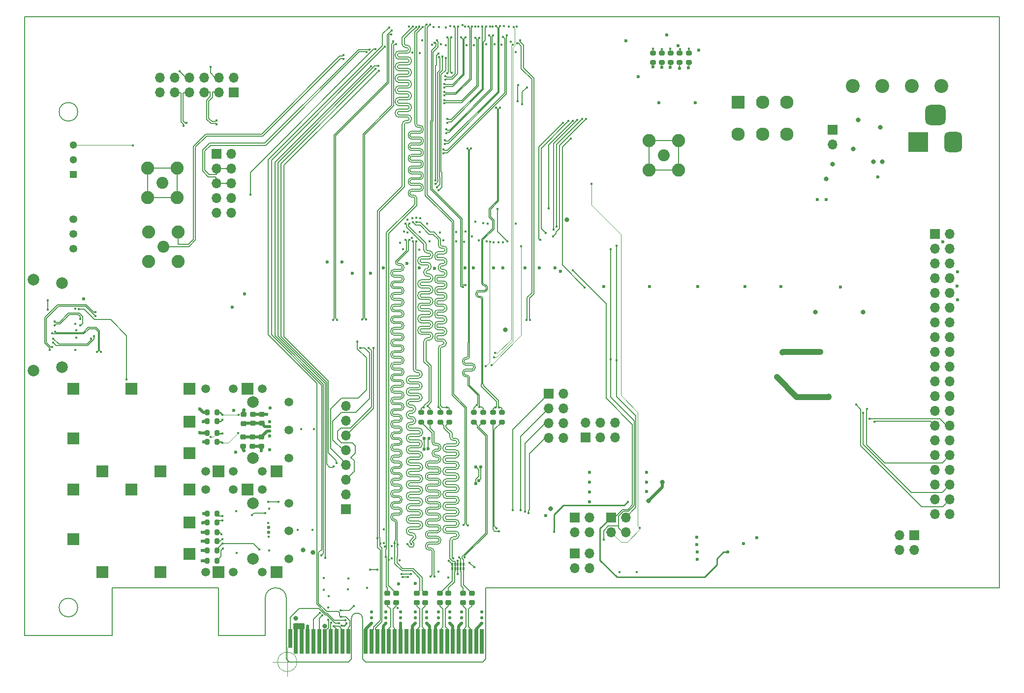
<source format=gbl>
G04 #@! TF.GenerationSoftware,KiCad,Pcbnew,8.0.4*
G04 #@! TF.CreationDate,2024-08-19T13:54:33+02:00*
G04 #@! TF.ProjectId,ULX4M-PCIe-IO_x4_half,554c5834-4d2d-4504-9349-652d494f5f78,rev?*
G04 #@! TF.SameCoordinates,Original*
G04 #@! TF.FileFunction,Copper,L4,Bot*
G04 #@! TF.FilePolarity,Positive*
%FSLAX46Y46*%
G04 Gerber Fmt 4.6, Leading zero omitted, Abs format (unit mm)*
G04 Created by KiCad (PCBNEW 8.0.4) date 2024-08-19 13:54:33*
%MOMM*%
%LPD*%
G01*
G04 APERTURE LIST*
G04 Aperture macros list*
%AMRoundRect*
0 Rectangle with rounded corners*
0 $1 Rounding radius*
0 $2 $3 $4 $5 $6 $7 $8 $9 X,Y pos of 4 corners*
0 Add a 4 corners polygon primitive as box body*
4,1,4,$2,$3,$4,$5,$6,$7,$8,$9,$2,$3,0*
0 Add four circle primitives for the rounded corners*
1,1,$1+$1,$2,$3*
1,1,$1+$1,$4,$5*
1,1,$1+$1,$6,$7*
1,1,$1+$1,$8,$9*
0 Add four rect primitives between the rounded corners*
20,1,$1+$1,$2,$3,$4,$5,0*
20,1,$1+$1,$4,$5,$6,$7,0*
20,1,$1+$1,$6,$7,$8,$9,0*
20,1,$1+$1,$8,$9,$2,$3,0*%
G04 Aperture macros list end*
G04 #@! TA.AperFunction,ConnectorPad*
%ADD10R,0.700000X3.200000*%
G04 #@! TD*
G04 #@! TA.AperFunction,ConnectorPad*
%ADD11R,0.700000X4.200000*%
G04 #@! TD*
G04 #@! TA.AperFunction,ComponentPad*
%ADD12C,2.050000*%
G04 #@! TD*
G04 #@! TA.AperFunction,ComponentPad*
%ADD13C,2.250000*%
G04 #@! TD*
G04 #@! TA.AperFunction,ComponentPad*
%ADD14R,1.700000X1.700000*%
G04 #@! TD*
G04 #@! TA.AperFunction,ComponentPad*
%ADD15O,1.700000X1.700000*%
G04 #@! TD*
G04 #@! TA.AperFunction,WasherPad*
%ADD16C,2.000000*%
G04 #@! TD*
G04 #@! TA.AperFunction,ComponentPad*
%ADD17R,2.000000X2.000000*%
G04 #@! TD*
G04 #@! TA.AperFunction,ComponentPad*
%ADD18C,1.500000*%
G04 #@! TD*
G04 #@! TA.AperFunction,ComponentPad*
%ADD19C,1.350000*%
G04 #@! TD*
G04 #@! TA.AperFunction,ComponentPad*
%ADD20C,2.000000*%
G04 #@! TD*
G04 #@! TA.AperFunction,ComponentPad*
%ADD21R,1.300000X1.300000*%
G04 #@! TD*
G04 #@! TA.AperFunction,ComponentPad*
%ADD22C,1.300000*%
G04 #@! TD*
G04 #@! TA.AperFunction,ComponentPad*
%ADD23R,2.300000X2.300000*%
G04 #@! TD*
G04 #@! TA.AperFunction,ComponentPad*
%ADD24C,2.300000*%
G04 #@! TD*
G04 #@! TA.AperFunction,ComponentPad*
%ADD25R,3.500000X3.500000*%
G04 #@! TD*
G04 #@! TA.AperFunction,ComponentPad*
%ADD26RoundRect,0.750000X0.750000X1.000000X-0.750000X1.000000X-0.750000X-1.000000X0.750000X-1.000000X0*%
G04 #@! TD*
G04 #@! TA.AperFunction,ComponentPad*
%ADD27RoundRect,0.875000X0.875000X0.875000X-0.875000X0.875000X-0.875000X-0.875000X0.875000X-0.875000X0*%
G04 #@! TD*
G04 #@! TA.AperFunction,ComponentPad*
%ADD28C,2.400000*%
G04 #@! TD*
G04 #@! TA.AperFunction,SMDPad,CuDef*
%ADD29RoundRect,0.218750X-0.256250X0.218750X-0.256250X-0.218750X0.256250X-0.218750X0.256250X0.218750X0*%
G04 #@! TD*
G04 #@! TA.AperFunction,SMDPad,CuDef*
%ADD30RoundRect,0.218750X0.256250X-0.218750X0.256250X0.218750X-0.256250X0.218750X-0.256250X-0.218750X0*%
G04 #@! TD*
G04 #@! TA.AperFunction,SMDPad,CuDef*
%ADD31RoundRect,0.200000X0.275000X-0.200000X0.275000X0.200000X-0.275000X0.200000X-0.275000X-0.200000X0*%
G04 #@! TD*
G04 #@! TA.AperFunction,SMDPad,CuDef*
%ADD32RoundRect,0.200000X-0.200000X-0.275000X0.200000X-0.275000X0.200000X0.275000X-0.200000X0.275000X0*%
G04 #@! TD*
G04 #@! TA.AperFunction,SMDPad,CuDef*
%ADD33RoundRect,0.225000X-0.250000X0.225000X-0.250000X-0.225000X0.250000X-0.225000X0.250000X0.225000X0*%
G04 #@! TD*
G04 #@! TA.AperFunction,SMDPad,CuDef*
%ADD34RoundRect,0.200000X0.200000X0.275000X-0.200000X0.275000X-0.200000X-0.275000X0.200000X-0.275000X0*%
G04 #@! TD*
G04 #@! TA.AperFunction,SMDPad,CuDef*
%ADD35RoundRect,0.200000X-0.275000X0.200000X-0.275000X-0.200000X0.275000X-0.200000X0.275000X0.200000X0*%
G04 #@! TD*
G04 #@! TA.AperFunction,SMDPad,CuDef*
%ADD36RoundRect,0.225000X0.250000X-0.225000X0.250000X0.225000X-0.250000X0.225000X-0.250000X-0.225000X0*%
G04 #@! TD*
G04 #@! TA.AperFunction,SMDPad,CuDef*
%ADD37R,0.300000X0.550000*%
G04 #@! TD*
G04 #@! TA.AperFunction,SMDPad,CuDef*
%ADD38R,0.400000X0.550000*%
G04 #@! TD*
G04 #@! TA.AperFunction,ViaPad*
%ADD39C,0.550000*%
G04 #@! TD*
G04 #@! TA.AperFunction,ViaPad*
%ADD40C,0.420000*%
G04 #@! TD*
G04 #@! TA.AperFunction,ViaPad*
%ADD41C,0.600000*%
G04 #@! TD*
G04 #@! TA.AperFunction,ViaPad*
%ADD42C,0.450000*%
G04 #@! TD*
G04 #@! TA.AperFunction,ViaPad*
%ADD43C,0.800000*%
G04 #@! TD*
G04 #@! TA.AperFunction,Conductor*
%ADD44C,0.500000*%
G04 #@! TD*
G04 #@! TA.AperFunction,Conductor*
%ADD45C,0.200000*%
G04 #@! TD*
G04 #@! TA.AperFunction,Conductor*
%ADD46C,1.000000*%
G04 #@! TD*
G04 #@! TA.AperFunction,Conductor*
%ADD47C,0.127000*%
G04 #@! TD*
G04 #@! TA.AperFunction,Conductor*
%ADD48C,0.130000*%
G04 #@! TD*
G04 #@! TA.AperFunction,Conductor*
%ADD49C,0.230000*%
G04 #@! TD*
G04 #@! TA.AperFunction,Conductor*
%ADD50C,0.100000*%
G04 #@! TD*
G04 #@! TA.AperFunction,Profile*
%ADD51C,0.150000*%
G04 #@! TD*
G04 #@! TA.AperFunction,Profile*
%ADD52C,0.050000*%
G04 #@! TD*
G04 APERTURE END LIST*
D10*
X110125000Y-190125000D03*
D11*
X111125000Y-190625000D03*
X112125000Y-190625000D03*
X113125000Y-190625000D03*
X114125000Y-190625000D03*
X115125000Y-190625000D03*
X116125000Y-190625000D03*
X117125000Y-190625000D03*
X118125000Y-190625000D03*
X119125000Y-190625000D03*
X120125000Y-190625000D03*
X123125000Y-190625000D03*
X124125000Y-190625000D03*
X125125000Y-190625000D03*
X126125000Y-190625000D03*
X127125000Y-190625000D03*
X128125000Y-190625000D03*
X129125000Y-190625000D03*
X130125000Y-190625000D03*
X131125000Y-190625000D03*
X132125000Y-190625000D03*
X133125000Y-190625000D03*
X134125000Y-190625000D03*
X135125000Y-190625000D03*
X136125000Y-190625000D03*
X137125000Y-190625000D03*
X138125000Y-190625000D03*
X139125000Y-190625000D03*
X140125000Y-190625000D03*
X141125000Y-190625000D03*
X142125000Y-190625000D03*
X143125000Y-190625000D03*
D12*
X88155000Y-111585000D03*
D13*
X85615000Y-109045000D03*
X85615000Y-114125000D03*
X90695000Y-109045000D03*
X90695000Y-114125000D03*
D12*
X88275000Y-122635000D03*
D13*
X85735000Y-120095000D03*
X85735000Y-125175000D03*
X90815000Y-120095000D03*
X90815000Y-125175000D03*
D14*
X100435000Y-96015000D03*
D15*
X100435000Y-93475000D03*
X97895000Y-96015000D03*
X97895000Y-93475000D03*
X95355000Y-96015000D03*
X95355000Y-93475000D03*
X92815000Y-96015000D03*
X92815000Y-93475000D03*
X90275000Y-96015000D03*
X90275000Y-93475000D03*
X87735000Y-96015000D03*
X87735000Y-93475000D03*
D16*
X103710000Y-149395000D03*
X103710000Y-158995000D03*
D17*
X72810000Y-147070000D03*
X72810000Y-155645000D03*
X77810000Y-161320000D03*
X82810000Y-147070000D03*
X87810000Y-161320000D03*
X92810000Y-147070000D03*
X92810000Y-152745000D03*
X92810000Y-158145000D03*
D18*
X95610000Y-147070000D03*
X95610000Y-161320000D03*
D17*
X97810000Y-161320000D03*
D18*
X100310000Y-147070000D03*
X100310000Y-161320000D03*
D17*
X102810000Y-147070000D03*
D18*
X105310000Y-147070000D03*
X105310000Y-161320000D03*
D17*
X107810000Y-161320000D03*
D18*
X109910000Y-149395000D03*
X109910000Y-154195000D03*
X109910000Y-158995000D03*
D16*
X103700000Y-166775000D03*
X103700000Y-176375000D03*
D17*
X72800000Y-164450000D03*
X72800000Y-173025000D03*
X77800000Y-178700000D03*
X82800000Y-164450000D03*
X87800000Y-178700000D03*
X92800000Y-164450000D03*
X92800000Y-170125000D03*
X92800000Y-175525000D03*
D18*
X95600000Y-164450000D03*
X95600000Y-178700000D03*
D17*
X97800000Y-178700000D03*
D18*
X100300000Y-164450000D03*
X100300000Y-178700000D03*
D17*
X102800000Y-164450000D03*
D18*
X105300000Y-164450000D03*
X105300000Y-178700000D03*
D17*
X107800000Y-178700000D03*
D18*
X109900000Y-166775000D03*
X109900000Y-171575000D03*
X109900000Y-176375000D03*
D14*
X221090000Y-120450000D03*
D15*
X223630000Y-120450000D03*
X221090000Y-122990000D03*
X223630000Y-122990000D03*
X221090000Y-125530000D03*
X223630000Y-125530000D03*
X221090000Y-128070000D03*
X223630000Y-128070000D03*
X221090000Y-130610000D03*
X223630000Y-130610000D03*
X221090000Y-133150000D03*
X223630000Y-133150000D03*
X221090000Y-135690000D03*
X223630000Y-135690000D03*
X221090000Y-138230000D03*
X223630000Y-138230000D03*
X221090000Y-140770000D03*
X223630000Y-140770000D03*
X221090000Y-143310000D03*
X223630000Y-143310000D03*
X221090000Y-145850000D03*
X223630000Y-145850000D03*
X221090000Y-148390000D03*
X223630000Y-148390000D03*
X221090000Y-150930000D03*
X223630000Y-150930000D03*
X221090000Y-153470000D03*
X223630000Y-153470000D03*
X221090000Y-156010000D03*
X223630000Y-156010000D03*
X221090000Y-158550000D03*
X223630000Y-158550000D03*
X221090000Y-161090000D03*
X223630000Y-161090000D03*
X221090000Y-163630000D03*
X223630000Y-163630000D03*
X221090000Y-166170000D03*
X223630000Y-166170000D03*
X221090000Y-168710000D03*
X223630000Y-168710000D03*
D14*
X97450000Y-106620000D03*
D15*
X99990000Y-106620000D03*
X97450000Y-109160000D03*
X99990000Y-109160000D03*
X97450000Y-111700000D03*
X99990000Y-111700000D03*
X97450000Y-114240000D03*
X99990000Y-114240000D03*
X97450000Y-116780000D03*
X99990000Y-116780000D03*
D14*
X165345000Y-169255000D03*
D15*
X167885000Y-169255000D03*
X165345000Y-171795000D03*
X167885000Y-171795000D03*
D19*
X72825000Y-117875000D03*
X72825000Y-120415000D03*
X72825000Y-122955000D03*
D14*
X154630000Y-147905000D03*
D15*
X157170000Y-147905000D03*
X154630000Y-150445000D03*
X157170000Y-150445000D03*
X154630000Y-152985000D03*
X157170000Y-152985000D03*
X154630000Y-155525000D03*
X157170000Y-155525000D03*
D20*
X66000000Y-128250000D03*
X70900000Y-128850000D03*
X70900000Y-143350000D03*
X66000000Y-143950000D03*
D14*
X160980000Y-155490000D03*
D15*
X160980000Y-152950000D03*
X163520000Y-155490000D03*
X163520000Y-152950000D03*
X166060000Y-155490000D03*
X166060000Y-152950000D03*
D14*
X159100000Y-169240000D03*
D15*
X161640000Y-169240000D03*
X159100000Y-171780000D03*
X161640000Y-171780000D03*
D14*
X159100000Y-175480000D03*
D15*
X161640000Y-175480000D03*
X159100000Y-178020000D03*
X161640000Y-178020000D03*
D12*
X174445000Y-106865000D03*
D13*
X171905000Y-104325000D03*
X171905000Y-109405000D03*
X176985000Y-104325000D03*
X176985000Y-109405000D03*
D21*
X72845000Y-110185000D03*
D22*
X72845000Y-107645000D03*
X72845000Y-105105000D03*
D23*
X187227500Y-97760900D03*
D24*
X191427500Y-97760900D03*
X195627500Y-97760900D03*
X187227500Y-103260900D03*
X191427500Y-103260900D03*
X195627500Y-103260900D03*
D25*
X218195000Y-104602500D03*
D26*
X224195000Y-104602500D03*
D27*
X221195000Y-99902500D03*
D14*
X217540000Y-172310000D03*
D15*
X217540000Y-174850000D03*
X215000000Y-172310000D03*
X215000000Y-174850000D03*
D28*
X222155000Y-94957110D03*
X217075000Y-94957110D03*
X211995000Y-94957110D03*
X206915000Y-94957110D03*
D14*
X119715000Y-167865000D03*
D15*
X119715000Y-165325000D03*
X119715000Y-162785000D03*
X119715000Y-160245000D03*
X119715000Y-157705000D03*
X119715000Y-155165000D03*
X119715000Y-152625000D03*
X119715000Y-150085000D03*
D14*
X203445000Y-102445000D03*
D15*
X203445000Y-104985000D03*
D29*
X126875000Y-182337500D03*
X126875000Y-183912500D03*
D30*
X128375000Y-183912500D03*
X128375000Y-182337500D03*
D29*
X131875000Y-182337500D03*
X131875000Y-183912500D03*
D30*
X133375000Y-183912500D03*
X133375000Y-182337500D03*
D29*
X135875000Y-182337500D03*
X135875000Y-183912500D03*
D30*
X137375000Y-183912500D03*
X137375000Y-182337500D03*
D29*
X139875000Y-182337500D03*
X139875000Y-183912500D03*
D30*
X141375000Y-183912500D03*
X141375000Y-182337500D03*
D31*
X143305000Y-152810000D03*
X143305000Y-151160000D03*
D32*
X95880000Y-154695000D03*
X97530000Y-154695000D03*
X95870000Y-176695000D03*
X97520000Y-176695000D03*
D33*
X105175000Y-155405000D03*
X105175000Y-156955000D03*
D31*
X132675000Y-152830000D03*
X132675000Y-151180000D03*
X146525000Y-152810000D03*
X146525000Y-151160000D03*
D32*
X95880000Y-151155000D03*
X97530000Y-151155000D03*
D31*
X141775000Y-152810000D03*
X141775000Y-151160000D03*
D34*
X97520000Y-170135000D03*
X95870000Y-170135000D03*
D33*
X103615000Y-155405000D03*
X103615000Y-156955000D03*
D29*
X102155000Y-151490000D03*
X102155000Y-153065000D03*
D31*
X134215000Y-152825000D03*
X134215000Y-151175000D03*
D32*
X95890000Y-156235000D03*
X97540000Y-156235000D03*
D31*
X135955000Y-152810000D03*
X135955000Y-151160000D03*
D32*
X95870000Y-168595000D03*
X97520000Y-168595000D03*
D35*
X172525000Y-89250000D03*
X172525000Y-90900000D03*
D36*
X103685000Y-153042500D03*
X103685000Y-151492500D03*
D37*
X137980000Y-177325000D03*
X137980000Y-178095000D03*
X138480000Y-177325000D03*
X138480000Y-178095000D03*
D38*
X138980000Y-177325000D03*
X138980000Y-178095000D03*
D37*
X139480000Y-177325000D03*
X139480000Y-178095000D03*
X139980000Y-177325000D03*
X139980000Y-178095000D03*
D31*
X137505000Y-152810000D03*
X137505000Y-151160000D03*
D35*
X174075000Y-89250000D03*
X174075000Y-90900000D03*
D31*
X145005000Y-152810000D03*
X145005000Y-151160000D03*
D36*
X105225000Y-153040000D03*
X105225000Y-151490000D03*
D35*
X175615000Y-89250000D03*
X175615000Y-90900000D03*
D34*
X97530000Y-152685000D03*
X95880000Y-152685000D03*
D32*
X95870000Y-173365000D03*
X97520000Y-173365000D03*
X95870000Y-171795000D03*
X97520000Y-171795000D03*
D35*
X177165000Y-89250000D03*
X177165000Y-90900000D03*
D29*
X102065000Y-155392500D03*
X102065000Y-156967500D03*
D35*
X178715000Y-89250000D03*
X178715000Y-90900000D03*
D32*
X95870000Y-174935000D03*
X97520000Y-174935000D03*
D39*
X124125000Y-185500000D03*
X143125000Y-185500000D03*
X135625000Y-185500000D03*
X139625000Y-185500000D03*
X133625000Y-185500000D03*
X129125000Y-185500000D03*
X126625000Y-185500000D03*
X131625000Y-185500000D03*
X137625000Y-185500000D03*
X126625000Y-187500000D03*
D40*
X131095000Y-121065000D03*
D41*
X164095000Y-129455000D03*
X224900000Y-129400000D03*
D39*
X131625000Y-186500000D03*
D42*
X144125000Y-118665000D03*
D40*
X100935000Y-175405000D03*
D41*
X167905000Y-87175000D03*
X145140000Y-126260000D03*
X161675000Y-161495000D03*
X131700000Y-180630000D03*
X170035000Y-93305000D03*
D40*
X128944500Y-176670000D03*
D42*
X141705000Y-87894500D03*
D41*
X134960000Y-126340000D03*
X180295000Y-129495000D03*
X180195000Y-176435000D03*
D42*
X148895500Y-89122089D03*
D41*
X173615000Y-97845000D03*
D39*
X143125000Y-186500000D03*
D42*
X141995000Y-84675000D03*
X132885000Y-87075000D03*
X143865000Y-87725000D03*
D40*
X106475000Y-167785000D03*
D41*
X119050000Y-125260000D03*
D40*
X115900000Y-181750000D03*
X123350000Y-181350000D03*
X143350000Y-118560000D03*
D41*
X204845000Y-129565000D03*
D40*
X130520000Y-84690000D03*
D41*
X95045000Y-170165000D03*
X200825000Y-114465000D03*
X161675000Y-163145000D03*
D40*
X134515000Y-87835000D03*
X114231984Y-154043350D03*
X106385000Y-170205000D03*
D42*
X132315000Y-123115000D03*
D40*
X73300000Y-138300000D03*
D41*
X180115000Y-172655000D03*
X180115000Y-173885000D03*
D40*
X115900000Y-179710000D03*
X143900000Y-121700000D03*
X127570000Y-174160000D03*
D42*
X146925000Y-84605000D03*
D40*
X142010000Y-118330000D03*
X140085000Y-121765000D03*
D41*
X179815000Y-97845000D03*
D40*
X139795000Y-84395000D03*
D42*
X148113915Y-87304500D03*
D41*
X161625000Y-166545000D03*
D40*
X120060000Y-181670000D03*
D39*
X135625000Y-186500000D03*
D41*
X100775000Y-157995000D03*
D42*
X132435000Y-89285000D03*
X140300000Y-120000000D03*
D41*
X194565000Y-129475000D03*
D39*
X137625000Y-187500000D03*
D40*
X73200000Y-140400000D03*
D41*
X106625000Y-155215000D03*
D39*
X113125000Y-188000000D03*
D41*
X116500000Y-125280000D03*
D39*
X139625000Y-187500000D03*
D40*
X127610000Y-176260000D03*
D41*
X106625000Y-152795000D03*
D40*
X140175000Y-84695000D03*
X73300000Y-137000000D03*
X134766987Y-84728911D03*
X130275000Y-117935000D03*
X136490000Y-121550000D03*
D42*
X147715000Y-84725000D03*
D41*
X152960000Y-126220000D03*
X105175000Y-157715000D03*
D39*
X139625000Y-186500000D03*
D41*
X188415000Y-129455000D03*
D39*
X133625000Y-187500000D03*
D40*
X106495000Y-174965000D03*
D41*
X106625000Y-157595000D03*
D40*
X144995000Y-84695000D03*
X137312400Y-179628800D03*
X135610000Y-178590000D03*
D41*
X211245000Y-110615000D03*
D40*
X112012499Y-154070000D03*
X116690000Y-184790000D03*
D41*
X150540000Y-126300000D03*
D39*
X129125000Y-186500000D03*
D42*
X148895000Y-118645000D03*
D41*
X141690000Y-126300000D03*
X146750000Y-126240000D03*
X225000000Y-131800000D03*
D40*
X129000000Y-121900000D03*
X73200000Y-135900000D03*
D41*
X180215000Y-175175000D03*
D39*
X133625000Y-186500000D03*
D40*
X131145000Y-117745000D03*
D41*
X126195000Y-126295000D03*
D40*
X132435000Y-120115000D03*
D39*
X131625000Y-187500000D03*
D41*
X156650000Y-126860000D03*
X106715000Y-150375000D03*
D43*
X116120000Y-187975498D03*
D40*
X126235500Y-171340000D03*
X113960000Y-171370000D03*
D41*
X171935000Y-129495000D03*
X124000000Y-127200000D03*
X132380000Y-126300000D03*
D39*
X124125000Y-187500000D03*
D40*
X132545000Y-117725000D03*
D41*
X140190000Y-126300000D03*
D40*
X128655864Y-184868968D03*
D39*
X135625000Y-187500000D03*
D40*
X100875000Y-168185000D03*
X126255338Y-173683776D03*
D41*
X180405000Y-88785000D03*
D40*
X136887840Y-87879500D03*
D41*
X176865000Y-87985000D03*
D40*
X138980000Y-176710000D03*
X141440000Y-120810000D03*
D41*
X222400000Y-121800000D03*
D40*
X120139107Y-179799107D03*
X144565000Y-84695000D03*
D42*
X146505000Y-87834500D03*
D41*
X100443999Y-150775000D03*
D40*
X134105000Y-121725000D03*
D39*
X126625000Y-186500000D03*
D40*
X116730352Y-182793000D03*
X129685000Y-120025000D03*
D39*
X137625000Y-186500000D03*
D40*
X129575000Y-123075000D03*
X138960000Y-179034500D03*
D41*
X95210000Y-152720000D03*
X161675000Y-164855000D03*
D42*
X149100549Y-84649953D03*
D40*
X131825000Y-117635000D03*
D41*
X130200000Y-125500000D03*
X202355000Y-114465000D03*
D42*
X142495000Y-84710498D03*
D41*
X188125000Y-173775000D03*
D39*
X143125000Y-187500000D03*
D40*
X133705000Y-118615000D03*
D41*
X128820000Y-180660000D03*
X106100000Y-151500000D03*
D40*
X137705000Y-84625000D03*
X138700000Y-121700000D03*
D42*
X138700000Y-120100000D03*
D41*
X155700000Y-126220000D03*
D42*
X140500988Y-87894500D03*
D40*
X73200000Y-133300000D03*
X142550000Y-121520000D03*
D39*
X129125000Y-187500000D03*
D40*
X106425000Y-172595000D03*
D41*
X120800000Y-127200000D03*
D40*
X136914999Y-84855001D03*
X135720000Y-84810000D03*
X130335000Y-120165000D03*
D42*
X135895000Y-120155000D03*
D40*
X111420000Y-171360000D03*
D41*
X225000000Y-126900000D03*
D42*
X145305000Y-87775000D03*
D40*
X131155000Y-89205000D03*
D39*
X124125000Y-186500000D03*
D40*
X136095000Y-87775000D03*
D41*
X171435000Y-161485000D03*
D39*
X111125000Y-188000000D03*
D43*
X211645000Y-102035000D03*
X193905000Y-145095000D03*
X202825000Y-148455000D03*
D39*
X112125000Y-188000000D03*
D43*
X111125000Y-186655000D03*
X211975000Y-107935000D03*
X210485000Y-107935000D03*
D40*
X117600000Y-188000000D03*
X145500000Y-150300000D03*
X145580000Y-98635000D03*
X146050000Y-150342600D03*
X146250000Y-98635000D03*
X130625000Y-118600338D03*
X133756400Y-150037800D03*
X133135000Y-150317200D03*
X130005000Y-118600338D03*
X130859499Y-179020000D03*
X129302759Y-179012759D03*
X130960000Y-173870000D03*
X131205000Y-121681421D03*
X130390501Y-179550000D03*
X131825000Y-121681421D03*
X129477000Y-179554725D03*
X130290000Y-173870000D03*
X125171200Y-178285000D03*
X133604206Y-84345533D03*
X123901200Y-178282600D03*
X139946423Y-170574500D03*
X134225000Y-84346287D03*
X140690600Y-170662600D03*
X132369453Y-84718780D03*
X126595500Y-176042362D03*
X126442448Y-174222192D03*
X132955500Y-84754280D03*
X127064500Y-176556783D03*
X130005000Y-121456598D03*
X128095500Y-173700000D03*
X130625000Y-121456598D03*
X128619814Y-173922324D03*
X137058400Y-150266400D03*
X131825000Y-118376598D03*
X131205000Y-118376598D03*
X135612195Y-150217147D03*
X141270000Y-105725000D03*
X142700532Y-150253589D03*
X140600000Y-105725000D03*
X142265400Y-149885400D03*
X118548000Y-187500000D03*
X115218180Y-185674820D03*
X148400000Y-167970000D03*
X115654579Y-186111219D03*
X149770000Y-167980000D03*
X150510000Y-168220000D03*
X116649317Y-186860683D03*
X117159317Y-187370683D03*
X151130000Y-168480000D03*
X118850000Y-186410000D03*
X126410999Y-88180000D03*
X125151503Y-172860000D03*
X131232625Y-84726548D03*
X131825000Y-84796997D03*
X125609500Y-173740000D03*
X118827000Y-185300000D03*
X121060000Y-184549500D03*
X119840167Y-187509833D03*
X168230000Y-166540000D03*
X155570000Y-171760000D03*
X118995006Y-187853676D03*
X127135000Y-84815000D03*
X119653940Y-186954274D03*
D41*
X100155000Y-133065000D03*
D43*
X147150000Y-136950000D03*
D41*
X74585000Y-131595000D03*
D43*
X174145000Y-163155000D03*
D40*
X146736288Y-121843712D03*
D41*
X102305000Y-130745000D03*
D43*
X200505000Y-133855000D03*
D40*
X145165000Y-121825000D03*
D43*
X208675000Y-133855000D03*
X171805000Y-166375000D03*
D41*
X171425000Y-163155000D03*
X154067806Y-168896763D03*
D43*
X114085000Y-175275000D03*
D40*
X145967907Y-121853417D03*
D41*
X94965000Y-171785000D03*
X177155000Y-91845000D03*
X178695000Y-91815000D03*
D43*
X112335000Y-174895000D03*
X154955000Y-167705000D03*
X157720000Y-117930000D03*
D41*
X95030000Y-174920000D03*
X175555000Y-91695000D03*
X94599999Y-150569999D03*
X190445000Y-172725000D03*
X95015000Y-173365000D03*
X95215000Y-168625000D03*
X171425000Y-164755000D03*
X95255000Y-156255000D03*
D40*
X166775000Y-178665000D03*
D41*
X174905000Y-86085000D03*
D43*
X194845000Y-140785000D03*
D40*
X169795000Y-178635000D03*
D41*
X95030000Y-176740000D03*
X94560000Y-154650000D03*
X102175000Y-150715000D03*
X174075000Y-91675000D03*
X172545000Y-91655000D03*
X102232540Y-157751745D03*
D43*
X201350000Y-140770000D03*
X202395000Y-110965000D03*
X203495000Y-108405000D03*
X207035000Y-105795000D03*
X207875000Y-100765000D03*
D40*
X68405000Y-131805000D03*
X68405000Y-133435000D03*
X68738119Y-140401881D03*
X137175000Y-100580000D03*
D42*
X143180801Y-84673818D03*
D40*
X76645000Y-133880000D03*
X76645000Y-134550000D03*
X69211881Y-139928119D03*
D42*
X143849199Y-84673818D03*
D40*
X137175000Y-101250000D03*
X136985000Y-102400000D03*
X76371881Y-138008119D03*
D42*
X144365000Y-86168235D03*
D40*
X69365000Y-139110000D03*
X136985000Y-103070000D03*
X69365000Y-138440000D03*
D42*
X145065000Y-86168235D03*
D40*
X75898119Y-138481881D03*
X77570000Y-140755000D03*
X69660636Y-137225043D03*
D42*
X145565000Y-84637674D03*
D40*
X136705000Y-104280000D03*
X76900000Y-140755000D03*
X136705000Y-104950000D03*
X69198119Y-137521881D03*
D42*
X146265000Y-84637674D03*
D40*
X74000000Y-135100000D03*
X69575000Y-136160000D03*
D42*
X146765000Y-86467888D03*
D40*
X136525000Y-105880000D03*
D42*
X147429644Y-86248391D03*
D40*
X136525000Y-106550000D03*
X74000000Y-136155000D03*
X69575000Y-135490000D03*
X149305000Y-97595000D03*
X149335000Y-94795000D03*
X81995000Y-145475000D03*
X150075000Y-98025000D03*
X73765000Y-133365000D03*
X150899500Y-95145000D03*
D42*
X140765000Y-84671582D03*
X97455000Y-100865000D03*
X136681273Y-95945532D03*
X138365000Y-84685856D03*
X136825000Y-93225000D03*
X96427512Y-91637512D03*
X97455000Y-101565000D03*
X136675000Y-96525000D03*
X141415084Y-84661689D03*
X139047617Y-84676839D03*
X136854500Y-93834500D03*
X92262488Y-101297512D03*
X136635000Y-97345000D03*
X141965000Y-86615000D03*
X91106738Y-92361714D03*
X139565000Y-86585000D03*
X136695000Y-94565000D03*
X136645000Y-97925000D03*
X91767512Y-101792488D03*
X142665000Y-86615000D03*
X136655000Y-95155000D03*
X140265000Y-86585000D03*
X147490000Y-121710000D03*
X145780000Y-116140000D03*
X161025000Y-100605000D03*
X178725000Y-88505000D03*
D40*
X155360000Y-120840000D03*
D42*
X160345000Y-100635000D03*
X177225000Y-88565000D03*
D40*
X156000000Y-119150000D03*
X155446283Y-119635503D03*
D42*
X159535000Y-100785000D03*
X175535000Y-88505000D03*
X158755000Y-100915000D03*
D40*
X154595000Y-116005000D03*
X154066738Y-120277000D03*
D42*
X158035000Y-100975000D03*
X174085000Y-88545000D03*
X172535000Y-88485000D03*
D40*
X153150000Y-121450000D03*
D42*
X157095000Y-101255000D03*
D40*
X207485000Y-149825000D03*
X208695000Y-151195000D03*
X209345000Y-150595000D03*
X158755000Y-126645000D03*
D41*
X185385000Y-175225000D03*
D40*
X170295000Y-171005000D03*
X161975000Y-111745000D03*
X166255000Y-142185000D03*
X166255000Y-122425000D03*
X209775000Y-152255000D03*
X210635000Y-152775000D03*
X165245000Y-142035000D03*
X165245000Y-123025000D03*
X164060000Y-173080000D03*
D41*
X106415000Y-170995000D03*
X106625000Y-153595000D03*
X106445000Y-171775000D03*
X106625000Y-154395000D03*
D40*
X96450000Y-155390000D03*
D42*
X145395000Y-140945000D03*
X148400000Y-87800000D03*
D40*
X98485000Y-154805000D03*
D41*
X133900000Y-157400000D03*
X134065000Y-155620000D03*
X133171195Y-157471195D03*
X133215000Y-155620000D03*
D40*
X98435000Y-169795000D03*
X148555000Y-84795000D03*
X98345000Y-172145000D03*
D42*
X145195000Y-141665000D03*
D41*
X142040521Y-163400521D03*
X142110000Y-160570000D03*
X142960000Y-160570000D03*
X142610000Y-162900000D03*
D42*
X137906770Y-92677401D03*
X137865000Y-86565000D03*
X137165000Y-92699009D03*
X137165000Y-86565000D03*
X119315000Y-89625000D03*
X119341025Y-90298975D03*
D40*
X98445000Y-152395000D03*
X123308119Y-89101881D03*
X123781881Y-88628119D03*
X103275000Y-113675000D03*
X124813975Y-88613975D03*
D42*
X149692488Y-87087512D03*
D40*
X151430000Y-135245000D03*
X150760000Y-135245000D03*
D42*
X149197512Y-87582488D03*
D40*
X118220000Y-135200000D03*
X127535000Y-86075000D03*
X127575000Y-85335000D03*
X117550000Y-135200000D03*
D42*
X134975000Y-87505000D03*
D40*
X139898961Y-129575000D03*
X140300000Y-129200000D03*
D42*
X135360000Y-87090000D03*
D40*
X122520000Y-135180000D03*
X127848119Y-87248119D03*
X128321881Y-87721881D03*
X123190000Y-135180000D03*
X158395000Y-104015000D03*
X160825000Y-129655000D03*
X124825000Y-91995000D03*
X106329740Y-166553140D03*
X98535000Y-174615000D03*
X117570000Y-160430000D03*
X108127800Y-166547800D03*
X101200000Y-154700000D03*
X144560000Y-121760000D03*
X98465000Y-156385000D03*
X143785000Y-143175000D03*
X125375000Y-92325000D03*
X118090000Y-159850000D03*
X98445000Y-172995000D03*
X149890000Y-122520000D03*
X144750000Y-142990000D03*
X101250000Y-151610000D03*
X98475000Y-151575000D03*
X98465000Y-173775000D03*
X104810000Y-174800000D03*
X125325000Y-91495000D03*
X116140000Y-176250000D03*
X98445000Y-168975000D03*
X124028975Y-91508975D03*
X115530000Y-175750000D03*
X103555800Y-168808400D03*
X105841800Y-168485000D03*
X83065000Y-105155000D03*
X135670000Y-112910000D03*
X136875000Y-90118502D03*
X124440000Y-140070000D03*
X135110000Y-111160000D03*
X122189177Y-140068843D03*
X135625000Y-89355000D03*
X135130000Y-111770000D03*
X135698310Y-89899590D03*
X121710000Y-138920000D03*
X136284975Y-89884975D03*
X123650000Y-140070000D03*
X135350000Y-112380000D03*
X137400482Y-176719518D03*
X138215816Y-176334184D03*
X139195500Y-176118617D03*
X140170000Y-176118617D03*
X134325000Y-179390000D03*
X134995000Y-179390000D03*
X145625277Y-171127502D03*
X141790816Y-177830816D03*
X146075400Y-171602400D03*
X140960000Y-177040000D03*
D44*
X135125000Y-188000000D02*
X135625000Y-187500000D01*
X134125000Y-190625000D02*
X134125000Y-188000000D01*
X95245000Y-152685000D02*
X95210000Y-152720000D01*
X95880000Y-152685000D02*
X95245000Y-152685000D01*
X103615000Y-156955000D02*
X105175000Y-156955000D01*
X138125000Y-188000000D02*
X137625000Y-187500000D01*
X123125000Y-190625000D02*
X123125000Y-188500000D01*
X106100000Y-151500000D02*
X105235000Y-151500000D01*
D45*
X138980000Y-177325000D02*
X138980000Y-178095000D01*
D44*
X129125000Y-190625000D02*
X129125000Y-187500000D01*
D45*
X138980000Y-179014500D02*
X138960000Y-179034500D01*
D44*
X142125000Y-190625000D02*
X142125000Y-188500000D01*
X138125000Y-190625000D02*
X138125000Y-188000000D01*
X113125000Y-190625000D02*
X113125000Y-188000000D01*
X135125000Y-190625000D02*
X135125000Y-188000000D01*
X142125000Y-188500000D02*
X143125000Y-187500000D01*
D45*
X138980000Y-177325000D02*
X138980000Y-176710000D01*
D44*
X134125000Y-188000000D02*
X133625000Y-187500000D01*
X139125000Y-188000000D02*
X139625000Y-187500000D01*
X126125000Y-190625000D02*
X126125000Y-188000000D01*
X95075000Y-170135000D02*
X95045000Y-170165000D01*
X139125000Y-190625000D02*
X139125000Y-188000000D01*
X126125000Y-188000000D02*
X126625000Y-187500000D01*
X95870000Y-170135000D02*
X95075000Y-170135000D01*
X103685000Y-151492500D02*
X105222500Y-151492500D01*
X105222500Y-151492500D02*
X105225000Y-151490000D01*
X131125000Y-190625000D02*
X131125000Y-188000000D01*
X105175000Y-156955000D02*
X105175000Y-157715000D01*
X105235000Y-151500000D02*
X105225000Y-151490000D01*
X123125000Y-188500000D02*
X124125000Y-187500000D01*
X131125000Y-188000000D02*
X131625000Y-187500000D01*
D45*
X138980000Y-177325000D02*
X138980000Y-179014500D01*
D46*
X193905000Y-145095000D02*
X197305000Y-148495000D01*
D44*
X112125000Y-188000000D02*
X112125000Y-190625000D01*
D46*
X202785000Y-148495000D02*
X202825000Y-148455000D01*
D44*
X111125000Y-190625000D02*
X111125000Y-188000000D01*
D46*
X197305000Y-148495000D02*
X202785000Y-148495000D01*
D47*
X118125000Y-188525000D02*
X118125000Y-190625000D01*
X119125000Y-188625000D02*
X118500000Y-188000000D01*
X117600000Y-188000000D02*
X118125000Y-188525000D01*
X118500000Y-188000000D02*
X117600000Y-188000000D01*
X119125000Y-190625000D02*
X119125000Y-188625000D01*
D48*
X145772000Y-114689298D02*
X144372000Y-116089298D01*
X143060000Y-146240000D02*
X143000000Y-146300000D01*
X142073154Y-130646370D02*
X142073154Y-130846370D01*
D45*
X143000000Y-146300000D02*
X143000000Y-146700000D01*
D48*
X143300000Y-130126370D02*
X142593154Y-130126370D01*
X143840618Y-129626988D02*
X143840618Y-129856061D01*
D45*
X145298000Y-150300000D02*
X145005000Y-150593000D01*
D48*
X142593154Y-131366370D02*
X142780000Y-131366370D01*
D45*
X145600000Y-150200000D02*
X145500000Y-150300000D01*
D48*
X144940000Y-118108702D02*
X144940000Y-119501298D01*
X144372000Y-116089298D02*
X144372000Y-117540702D01*
X145772000Y-98827000D02*
X145772000Y-114689298D01*
X144940000Y-119501298D02*
X143060000Y-121381298D01*
D45*
X145600000Y-149300000D02*
X145600000Y-150200000D01*
D48*
X145580000Y-98635000D02*
X145772000Y-98827000D01*
X143060000Y-131646370D02*
X143060000Y-131846370D01*
X143060000Y-131846370D02*
X143060000Y-134421481D01*
X144372000Y-117540702D02*
X144940000Y-118108702D01*
D45*
X145500000Y-150300000D02*
X145298000Y-150300000D01*
X145005000Y-150593000D02*
X145005000Y-151160000D01*
D48*
X143570309Y-130126370D02*
X143300000Y-130126370D01*
X143060000Y-134421481D02*
X143060000Y-146240000D01*
D45*
X143000000Y-146700000D02*
X145600000Y-149300000D01*
D48*
X143060000Y-121381298D02*
X143060000Y-128846370D01*
X143840618Y-129856061D02*
G75*
G02*
X143570309Y-130126418I-270318J-39D01*
G01*
X143570309Y-129356679D02*
G75*
G02*
X143840621Y-129626988I-9J-270321D01*
G01*
X142073154Y-130846370D02*
G75*
G03*
X142593154Y-131366446I520046J-30D01*
G01*
X142593154Y-130126370D02*
G75*
G03*
X142073170Y-130646370I46J-520030D01*
G01*
X142780000Y-131366370D02*
G75*
G02*
X143060030Y-131646370I0J-280030D01*
G01*
X143060000Y-128846370D02*
G75*
G03*
X143570309Y-129356700I510300J-30D01*
G01*
D45*
X146000000Y-149160000D02*
X146000000Y-150292600D01*
D48*
X143300000Y-130366370D02*
X142593154Y-130366370D01*
X144600000Y-116183738D02*
X144600000Y-117446262D01*
D45*
X143400000Y-146560000D02*
X146000000Y-149160000D01*
D48*
X144600000Y-117446262D02*
X145168000Y-118014262D01*
D45*
X146000000Y-150292600D02*
X146050000Y-150342600D01*
D48*
X144080618Y-129626988D02*
X144080618Y-129856061D01*
D45*
X146354800Y-150342600D02*
X146525000Y-150512800D01*
X143400000Y-146300000D02*
X143400000Y-146560000D01*
D48*
X142313154Y-130646370D02*
X142313154Y-130846370D01*
X143300000Y-131646370D02*
X143300000Y-131846370D01*
X146250000Y-98635000D02*
X146000000Y-98885000D01*
X143570309Y-130366370D02*
X143300000Y-130366370D01*
X143300000Y-134421481D02*
X143300000Y-146200000D01*
X143300000Y-146200000D02*
X143400000Y-146300000D01*
D45*
X146525000Y-150512800D02*
X146525000Y-151160000D01*
X146050000Y-150342600D02*
X146354800Y-150342600D01*
D48*
X142593154Y-131126370D02*
X142780000Y-131126370D01*
X145168000Y-119595738D02*
X143300000Y-121463738D01*
X145168000Y-118014262D02*
X145168000Y-119595738D01*
X143300000Y-131846370D02*
X143300000Y-134421481D01*
X143300000Y-121463738D02*
X143300000Y-128846370D01*
X146000000Y-98885000D02*
X146000000Y-114783738D01*
X146000000Y-114783738D02*
X144600000Y-116183738D01*
X142780000Y-131126370D02*
G75*
G02*
X143300030Y-131646370I0J-520030D01*
G01*
X143570309Y-129116679D02*
G75*
G02*
X144080621Y-129626988I-9J-510321D01*
G01*
X144080618Y-129856061D02*
G75*
G02*
X143570309Y-130366418I-510318J-39D01*
G01*
X143300000Y-128846370D02*
G75*
G03*
X143570309Y-129116700I270300J-30D01*
G01*
X142593154Y-130366370D02*
G75*
G03*
X142313170Y-130646370I46J-280030D01*
G01*
X142313154Y-130846370D02*
G75*
G03*
X142593154Y-131126446I280046J-30D01*
G01*
D45*
X132693748Y-125315111D02*
X133135000Y-125315111D01*
X134676259Y-123915111D02*
X134676259Y-124115111D01*
X134076259Y-130715111D02*
X133535000Y-130715111D01*
X133535000Y-132715111D02*
X132693733Y-132715111D01*
X133735000Y-128715111D02*
X132693748Y-128715111D01*
X132493748Y-130915111D02*
X132493748Y-131115111D01*
X132693733Y-133315111D02*
X133135000Y-133315111D01*
X133535000Y-142224888D02*
X134400000Y-143089888D01*
X133534501Y-122049521D02*
X133534501Y-122054501D01*
X133535000Y-138915111D02*
X133535000Y-139115111D01*
X132493717Y-136915111D02*
X132493717Y-137115111D01*
X133735000Y-127315111D02*
X134076259Y-127315111D01*
X134215000Y-151175000D02*
X134215000Y-150496400D01*
X133135000Y-129315111D02*
X134076259Y-129315111D01*
X133535000Y-139115111D02*
X133535000Y-142224888D01*
X133135000Y-125315111D02*
X133776259Y-125315111D01*
X134076259Y-136715111D02*
X133535000Y-136715111D01*
X133735000Y-123315111D02*
X134076259Y-123315111D01*
X134076259Y-128715111D02*
X133735000Y-128715111D01*
X133135000Y-135315111D02*
X134076259Y-135315111D01*
X133535000Y-136715111D02*
X132693717Y-136715111D01*
X133534501Y-122054501D02*
X133535000Y-122055000D01*
X132493748Y-124915111D02*
X132493748Y-125115111D01*
X132693748Y-129315111D02*
X133135000Y-129315111D01*
X133535000Y-126915111D02*
X133535000Y-127115111D01*
X134215000Y-150496400D02*
X133756400Y-150037800D01*
X133776259Y-126715111D02*
X133735000Y-126715111D01*
X133135000Y-133315111D02*
X134076259Y-133315111D01*
X132493748Y-128915111D02*
X132493748Y-129115111D01*
X134676259Y-133915111D02*
X134676259Y-134115111D01*
X134400000Y-143089888D02*
X134400000Y-149394200D01*
X130625000Y-118600338D02*
X130515000Y-118710338D01*
X132493733Y-134915111D02*
X132493733Y-135115111D01*
X134676259Y-127915111D02*
X134676259Y-128115111D01*
X134376259Y-125915111D02*
X134376259Y-126115111D01*
X134676259Y-137915111D02*
X134676259Y-138115111D01*
X133135000Y-131315111D02*
X134076259Y-131315111D01*
X133135000Y-137315111D02*
X134076259Y-137315111D01*
X133535000Y-122055000D02*
X133535000Y-123115111D01*
X132693748Y-131315111D02*
X133135000Y-131315111D01*
X134676259Y-129915111D02*
X134676259Y-130115111D01*
X130515000Y-119030020D02*
X133534501Y-122049521D01*
X133735000Y-124715111D02*
X132693748Y-124715111D01*
X134676259Y-135915111D02*
X134676259Y-136115111D01*
X133535000Y-134715111D02*
X132693733Y-134715111D01*
X134076259Y-138715111D02*
X133735000Y-138715111D01*
X130515000Y-118710338D02*
X130515000Y-119030020D01*
X134400000Y-149394200D02*
X133756400Y-150037800D01*
X134676259Y-131915111D02*
X134676259Y-132115111D01*
X133535000Y-130715111D02*
X132693748Y-130715111D01*
X132493733Y-132915111D02*
X132493733Y-133115111D01*
X132693733Y-135315111D02*
X133135000Y-135315111D01*
X132693717Y-137315111D02*
X133135000Y-137315111D01*
X134076259Y-124715111D02*
X133735000Y-124715111D01*
X134076259Y-134715111D02*
X133535000Y-134715111D01*
X134076259Y-132715111D02*
X133535000Y-132715111D01*
X132493748Y-129115111D02*
G75*
G03*
X132693748Y-129315052I199952J11D01*
G01*
X132493717Y-137115111D02*
G75*
G03*
X132693717Y-137315083I199983J11D01*
G01*
X132693717Y-136715111D02*
G75*
G03*
X132493711Y-136915111I-17J-199989D01*
G01*
X134076259Y-137315111D02*
G75*
G02*
X134676289Y-137915111I41J-599989D01*
G01*
X134076259Y-123315111D02*
G75*
G02*
X134676289Y-123915111I41J-599989D01*
G01*
X134376259Y-126115111D02*
G75*
G02*
X133776259Y-126715059I-599959J11D01*
G01*
X133535000Y-127115111D02*
G75*
G03*
X133735000Y-127315100I200000J11D01*
G01*
X133735000Y-138715111D02*
G75*
G03*
X133535011Y-138915111I0J-199989D01*
G01*
X134076259Y-133315111D02*
G75*
G02*
X134676289Y-133915111I41J-599989D01*
G01*
X132493733Y-133115111D02*
G75*
G03*
X132693733Y-133315067I199967J11D01*
G01*
X132693748Y-128715111D02*
G75*
G03*
X132493711Y-128915111I-48J-199989D01*
G01*
X134676259Y-124115111D02*
G75*
G02*
X134076259Y-124715059I-599959J11D01*
G01*
X132493733Y-135115111D02*
G75*
G03*
X132693733Y-135315067I199967J11D01*
G01*
X133535000Y-123115111D02*
G75*
G03*
X133735000Y-123315100I200000J11D01*
G01*
X132693733Y-132715111D02*
G75*
G03*
X132493711Y-132915111I-33J-199989D01*
G01*
X132693748Y-130715111D02*
G75*
G03*
X132493711Y-130915111I-48J-199989D01*
G01*
X134076259Y-129315111D02*
G75*
G02*
X134676289Y-129915111I41J-599989D01*
G01*
X132493748Y-125115111D02*
G75*
G03*
X132693748Y-125315052I199952J11D01*
G01*
X133776259Y-125315111D02*
G75*
G02*
X134376289Y-125915111I41J-599989D01*
G01*
X134076259Y-135315111D02*
G75*
G02*
X134676289Y-135915111I41J-599989D01*
G01*
X134076259Y-131315111D02*
G75*
G02*
X134676289Y-131915111I41J-599989D01*
G01*
X134676259Y-138115111D02*
G75*
G02*
X134076259Y-138715059I-599959J11D01*
G01*
X132493748Y-131115111D02*
G75*
G03*
X132693748Y-131315052I199952J11D01*
G01*
X132693748Y-124715111D02*
G75*
G03*
X132493711Y-124915111I-48J-199989D01*
G01*
X134076259Y-127315111D02*
G75*
G02*
X134676289Y-127915111I41J-599989D01*
G01*
X134676259Y-134115111D02*
G75*
G02*
X134076259Y-134715059I-599959J11D01*
G01*
X134676259Y-128115111D02*
G75*
G02*
X134076259Y-128715059I-599959J11D01*
G01*
X134676259Y-136115111D02*
G75*
G02*
X134076259Y-136715059I-599959J11D01*
G01*
X134676259Y-130115111D02*
G75*
G02*
X134076259Y-130715059I-599959J11D01*
G01*
X134676259Y-132115111D02*
G75*
G02*
X134076259Y-132715059I-599959J11D01*
G01*
X133735000Y-126715111D02*
G75*
G03*
X133535011Y-126915111I0J-199989D01*
G01*
X132693733Y-134715111D02*
G75*
G03*
X132493711Y-134915111I-33J-199989D01*
G01*
X134276259Y-131915111D02*
X134276259Y-132115111D01*
X134276259Y-127915111D02*
X134276259Y-128115111D01*
X133135000Y-125715111D02*
X133776259Y-125715111D01*
X133135000Y-150058159D02*
X133135000Y-150317200D01*
X133135000Y-131715111D02*
X134076259Y-131715111D01*
X133135000Y-142224888D02*
X133135000Y-142435000D01*
X133135000Y-122215000D02*
X133135000Y-123115111D01*
X134076259Y-130315111D02*
X133535000Y-130315111D01*
X133535000Y-134315111D02*
X132693733Y-134315111D01*
X133135000Y-150317200D02*
X132812800Y-150317200D01*
X133535000Y-136315111D02*
X132693717Y-136315111D01*
X133135000Y-126915111D02*
X133135000Y-127115111D01*
X133735000Y-124315111D02*
X132693748Y-124315111D01*
X132693748Y-125715111D02*
X133135000Y-125715111D01*
X133535000Y-132315111D02*
X132693733Y-132315111D01*
X134076259Y-134315111D02*
X133535000Y-134315111D01*
X134076259Y-138315111D02*
X133735000Y-138315111D01*
X133735000Y-127715111D02*
X134076259Y-127715111D01*
X132093733Y-132915111D02*
X132093733Y-133115111D01*
X133135000Y-142435000D02*
X134000000Y-143300000D01*
X130115000Y-118710338D02*
X130115000Y-119195000D01*
X134276259Y-129915111D02*
X134276259Y-130115111D01*
X133135000Y-139115111D02*
X133135000Y-142224888D01*
X134076259Y-136315111D02*
X133535000Y-136315111D01*
X132675000Y-150455000D02*
X132675000Y-151180000D01*
X133735000Y-123715111D02*
X134076259Y-123715111D01*
X132093748Y-130915111D02*
X132093748Y-131115111D01*
X130005000Y-118600338D02*
X130115000Y-118710338D01*
X134276259Y-133915111D02*
X134276259Y-134115111D01*
X132693717Y-137715111D02*
X133135000Y-137715111D01*
X133776259Y-126315111D02*
X133735000Y-126315111D01*
X134276259Y-123915111D02*
X134276259Y-124115111D01*
X134000000Y-149193159D02*
X133135000Y-150058159D01*
X132093717Y-136915111D02*
X132093717Y-137115111D01*
X134076259Y-132315111D02*
X133535000Y-132315111D01*
X134076259Y-124315111D02*
X133735000Y-124315111D01*
X134076259Y-128315111D02*
X133735000Y-128315111D01*
X132812800Y-150317200D02*
X132675000Y-150455000D01*
X130115000Y-119195000D02*
X133135000Y-122215000D01*
X133135000Y-135715111D02*
X134076259Y-135715111D01*
X132093748Y-124915111D02*
X132093748Y-125115111D01*
X132693733Y-133715111D02*
X133135000Y-133715111D01*
X132093748Y-128915111D02*
X132093748Y-129115111D01*
X133735000Y-128315111D02*
X132693748Y-128315111D01*
X133135000Y-137715111D02*
X134076259Y-137715111D01*
X134276259Y-137915111D02*
X134276259Y-138115111D01*
X133976259Y-125915111D02*
X133976259Y-126115111D01*
X134276259Y-135915111D02*
X134276259Y-136115111D01*
X133135000Y-129715111D02*
X134076259Y-129715111D01*
X132693748Y-129715111D02*
X133135000Y-129715111D01*
X134000000Y-143300000D02*
X134000000Y-149193159D01*
X133535000Y-130315111D02*
X132693748Y-130315111D01*
X132093733Y-134915111D02*
X132093733Y-135115111D01*
X133135000Y-138915111D02*
X133135000Y-139115111D01*
X133135000Y-133715111D02*
X134076259Y-133715111D01*
X132693748Y-131715111D02*
X133135000Y-131715111D01*
X132693733Y-135715111D02*
X133135000Y-135715111D01*
X134276259Y-128115111D02*
G75*
G02*
X134076259Y-128315059I-199959J11D01*
G01*
X134076259Y-123715111D02*
G75*
G02*
X134276289Y-123915111I41J-199989D01*
G01*
X134076259Y-131715111D02*
G75*
G02*
X134276289Y-131915111I41J-199989D01*
G01*
X132093748Y-125115111D02*
G75*
G03*
X132693748Y-125715052I599952J11D01*
G01*
X132693717Y-136315111D02*
G75*
G03*
X132093711Y-136915111I-17J-599989D01*
G01*
X134276259Y-132115111D02*
G75*
G02*
X134076259Y-132315059I-199959J11D01*
G01*
X134076259Y-137715111D02*
G75*
G02*
X134276289Y-137915111I41J-199989D01*
G01*
X134276259Y-124115111D02*
G75*
G02*
X134076259Y-124315059I-199959J11D01*
G01*
X132693748Y-128315111D02*
G75*
G03*
X132093711Y-128915111I-48J-599989D01*
G01*
X133976259Y-126115111D02*
G75*
G02*
X133776259Y-126315059I-199959J11D01*
G01*
X132693748Y-130315111D02*
G75*
G03*
X132093711Y-130915111I-48J-599989D01*
G01*
X132093717Y-137115111D02*
G75*
G03*
X132693717Y-137715083I599983J11D01*
G01*
X132093733Y-133115111D02*
G75*
G03*
X132693733Y-133715067I599967J11D01*
G01*
X134276259Y-138115111D02*
G75*
G02*
X134076259Y-138315059I-199959J11D01*
G01*
X132693748Y-124315111D02*
G75*
G03*
X132093711Y-124915111I-48J-599989D01*
G01*
X132093748Y-129115111D02*
G75*
G03*
X132693748Y-129715052I599952J11D01*
G01*
X134076259Y-127715111D02*
G75*
G02*
X134276289Y-127915111I41J-199989D01*
G01*
X134076259Y-133715111D02*
G75*
G02*
X134276289Y-133915111I41J-199989D01*
G01*
X132093733Y-135115111D02*
G75*
G03*
X132693733Y-135715067I599967J11D01*
G01*
X133776259Y-125715111D02*
G75*
G02*
X133976289Y-125915111I41J-199989D01*
G01*
X132093748Y-131115111D02*
G75*
G03*
X132693748Y-131715052I599952J11D01*
G01*
X133735000Y-126315111D02*
G75*
G03*
X133135011Y-126915111I0J-599989D01*
G01*
X134276259Y-130115111D02*
G75*
G02*
X134076259Y-130315059I-199959J11D01*
G01*
X134276259Y-134115111D02*
G75*
G02*
X134076259Y-134315059I-199959J11D01*
G01*
X133135000Y-127115111D02*
G75*
G03*
X133735000Y-127715100I600000J11D01*
G01*
X134076259Y-129715111D02*
G75*
G02*
X134276289Y-129915111I41J-199989D01*
G01*
X134276259Y-136115111D02*
G75*
G02*
X134076259Y-136315059I-199959J11D01*
G01*
X133735000Y-138315111D02*
G75*
G03*
X133135011Y-138915111I0J-599989D01*
G01*
X133135000Y-123115111D02*
G75*
G03*
X133735000Y-123715100I600000J11D01*
G01*
X132693733Y-134315111D02*
G75*
G03*
X132093711Y-134915111I-33J-599989D01*
G01*
X134076259Y-135715111D02*
G75*
G02*
X134276289Y-135915111I41J-199989D01*
G01*
X132693733Y-132315111D02*
G75*
G03*
X132093711Y-132915111I-33J-599989D01*
G01*
X130960000Y-173870000D02*
X130700000Y-173610000D01*
X130117147Y-163677335D02*
X130117147Y-163477335D01*
X132312851Y-162277335D02*
X131715000Y-162277335D01*
X131715000Y-162277335D02*
X130717148Y-162277335D01*
X130117147Y-167677335D02*
X130117147Y-167477335D01*
X131315000Y-166877335D02*
X132312851Y-166877335D01*
X130717144Y-170877335D02*
X131115000Y-170877335D01*
X132412850Y-148677335D02*
X132412850Y-148477335D01*
X131315000Y-168877335D02*
X132312856Y-168877335D01*
X132512851Y-158677335D02*
X132512851Y-158477335D01*
D47*
X130852258Y-179012759D02*
X129302759Y-179012759D01*
D45*
X131715000Y-156277335D02*
X130717149Y-156277335D01*
X130117149Y-151677335D02*
X130117149Y-151477335D01*
X130117144Y-169677335D02*
X130117144Y-169477335D01*
X132512851Y-160677335D02*
X132512851Y-160477335D01*
X130717148Y-160877335D02*
X131315000Y-160877335D01*
X130700000Y-173300000D02*
X131315000Y-172685000D01*
X131715000Y-164277335D02*
X130717147Y-164277335D01*
X131315000Y-154877335D02*
X132312851Y-154877335D01*
X130717149Y-154877335D02*
X131315000Y-154877335D01*
X132312856Y-168277335D02*
X131715000Y-168277335D01*
X131315000Y-156877335D02*
X132262851Y-156877335D01*
X131715000Y-148277335D02*
X130717147Y-148277335D01*
X132312851Y-160277335D02*
X131715000Y-160277335D01*
X132312856Y-170277335D02*
X131715000Y-170277335D01*
X130700000Y-173610000D02*
X130700000Y-173300000D01*
X130117148Y-161677335D02*
X130117148Y-161477335D01*
X132312851Y-164277335D02*
X131715000Y-164277335D01*
X132412850Y-144677335D02*
X132412850Y-144477335D01*
X132512851Y-164677335D02*
X132512851Y-164477335D01*
X130717149Y-156877335D02*
X131315000Y-156877335D01*
X131715000Y-166277335D02*
X130717147Y-166277335D01*
X132312851Y-166277335D02*
X131715000Y-166277335D01*
X131715000Y-146277335D02*
X130717147Y-146277335D01*
X130117149Y-155677335D02*
X130117149Y-155477335D01*
X130117147Y-165677335D02*
X130117147Y-165477335D01*
D47*
X130859499Y-179020000D02*
X130852258Y-179012759D01*
D45*
X132262851Y-156277335D02*
X131715000Y-156277335D01*
X131715000Y-160277335D02*
X130717149Y-160277335D01*
X132512851Y-162677335D02*
X132512851Y-162477335D01*
X130717144Y-168877335D02*
X131315000Y-168877335D01*
X130717147Y-144877335D02*
X131315000Y-144877335D01*
X131315000Y-172685000D02*
X131315000Y-172477335D01*
X130717147Y-166877335D02*
X131315000Y-166877335D01*
X130717149Y-150877335D02*
X131115000Y-150877335D01*
X130117148Y-153677335D02*
X130117148Y-153477335D01*
X132312851Y-154277335D02*
X131715000Y-154277335D01*
X131115000Y-170877335D02*
X132312856Y-170877335D01*
X132512856Y-168677335D02*
X132512856Y-168477335D01*
X131315000Y-143477335D02*
X131315000Y-139713876D01*
X131715000Y-158277335D02*
X130717149Y-158277335D01*
X130717149Y-158877335D02*
X131315000Y-158877335D01*
X131115000Y-152277335D02*
X130717149Y-152277335D01*
X131715000Y-170277335D02*
X130717144Y-170277335D01*
X131315000Y-143677335D02*
X131315000Y-143477335D01*
X130717147Y-164877335D02*
X131315000Y-164877335D01*
X131315000Y-160877335D02*
X132312851Y-160877335D01*
X132212850Y-148277335D02*
X131715000Y-148277335D01*
X132512851Y-154677335D02*
X132512851Y-154477335D01*
X130717148Y-148877335D02*
X131115000Y-148877335D01*
X131315000Y-121791421D02*
X131205000Y-121681421D01*
X132212850Y-146277335D02*
X131715000Y-146277335D01*
X131115000Y-150277335D02*
X130717148Y-150277335D01*
X132412850Y-146677335D02*
X132412850Y-146477335D01*
X131315000Y-162877335D02*
X132312851Y-162877335D01*
X131315000Y-164877335D02*
X132312851Y-164877335D01*
X130717148Y-152877335D02*
X131115000Y-152877335D01*
X131715000Y-154277335D02*
X130717148Y-154277335D01*
X131315000Y-152677335D02*
X131315000Y-152477335D01*
X131715000Y-168277335D02*
X130717147Y-168277335D01*
X131315000Y-139713876D02*
X131315000Y-121791421D01*
X131115000Y-172277335D02*
X130717144Y-172277335D01*
X130117144Y-171677335D02*
X130117144Y-171477335D01*
X130117149Y-157677335D02*
X130117149Y-157477335D01*
X132462851Y-156677335D02*
X132462851Y-156477335D01*
X132212850Y-144277335D02*
X131915000Y-144277335D01*
X131315000Y-158877335D02*
X132312851Y-158877335D01*
X130717147Y-146877335D02*
X131315000Y-146877335D01*
X130117148Y-149677335D02*
X130117148Y-149477335D01*
X131315000Y-150677335D02*
X131315000Y-150477335D01*
X130117147Y-147677335D02*
X130117147Y-147477335D01*
X131315000Y-144877335D02*
X132212850Y-144877335D01*
X132312851Y-158277335D02*
X131715000Y-158277335D01*
X132512851Y-166677335D02*
X132512851Y-166477335D01*
X131315000Y-146877335D02*
X132212850Y-146877335D01*
X131115000Y-148877335D02*
X132212850Y-148877335D01*
X130117147Y-145677335D02*
X130117147Y-145477335D01*
X132512856Y-170677335D02*
X132512856Y-170477335D01*
X130117149Y-159677335D02*
X130117149Y-159477335D01*
X130717147Y-162877335D02*
X131315000Y-162877335D01*
X130117148Y-149477335D02*
G75*
G02*
X130717148Y-148877348I599952J35D01*
G01*
X131315000Y-172477335D02*
G75*
G03*
X131115000Y-172277300I-200000J35D01*
G01*
X132212850Y-148877335D02*
G75*
G03*
X132412835Y-148677335I-50J200035D01*
G01*
X130717149Y-156277335D02*
G75*
G02*
X130117065Y-155677335I-49J600035D01*
G01*
X132312851Y-154877335D02*
G75*
G03*
X132512835Y-154677335I-51J200035D01*
G01*
X130117147Y-165477335D02*
G75*
G02*
X130717147Y-164877347I599953J35D01*
G01*
X131315000Y-152477335D02*
G75*
G03*
X131115000Y-152277300I-200000J35D01*
G01*
X130717149Y-158277335D02*
G75*
G02*
X130117065Y-157677335I-49J600035D01*
G01*
X130117149Y-155477335D02*
G75*
G02*
X130717149Y-154877349I599951J35D01*
G01*
X132412850Y-146477335D02*
G75*
G03*
X132212850Y-146277250I-200050J35D01*
G01*
X130717148Y-154277335D02*
G75*
G02*
X130117065Y-153677335I-48J600035D01*
G01*
X132312851Y-166877335D02*
G75*
G03*
X132512835Y-166677335I-51J200035D01*
G01*
X130717147Y-164277335D02*
G75*
G02*
X130117065Y-163677335I-47J600035D01*
G01*
X132312851Y-160877335D02*
G75*
G03*
X132512835Y-160677335I-51J200035D01*
G01*
X131115000Y-150877335D02*
G75*
G03*
X131315035Y-150677335I0J200035D01*
G01*
X132412850Y-148477335D02*
G75*
G03*
X132212850Y-148277250I-200050J35D01*
G01*
X131915000Y-144277335D02*
G75*
G02*
X131314965Y-143677335I0J600035D01*
G01*
X130717147Y-168277335D02*
G75*
G02*
X130117065Y-167677335I-47J600035D01*
G01*
X132212850Y-146877335D02*
G75*
G03*
X132412835Y-146677335I-50J200035D01*
G01*
X130117147Y-147477335D02*
G75*
G02*
X130717147Y-146877347I599953J35D01*
G01*
X132212850Y-144877335D02*
G75*
G03*
X132412835Y-144677335I-50J200035D01*
G01*
X132312851Y-158877335D02*
G75*
G03*
X132512835Y-158677335I-51J200035D01*
G01*
X132312856Y-170877335D02*
G75*
G03*
X132512935Y-170677335I44J200035D01*
G01*
X130717147Y-146277335D02*
G75*
G02*
X130117065Y-145677335I-47J600035D01*
G01*
X132512851Y-158477335D02*
G75*
G03*
X132312851Y-158277249I-200051J35D01*
G01*
X132312851Y-164877335D02*
G75*
G03*
X132512835Y-164677335I-51J200035D01*
G01*
X132512856Y-168477335D02*
G75*
G03*
X132312856Y-168277344I-199956J35D01*
G01*
X132462851Y-156477335D02*
G75*
G03*
X132262851Y-156277249I-200051J35D01*
G01*
X130117147Y-167477335D02*
G75*
G02*
X130717147Y-166877347I599953J35D01*
G01*
X130117148Y-161477335D02*
G75*
G02*
X130717148Y-160877348I599952J35D01*
G01*
X130117144Y-169477335D02*
G75*
G02*
X130717144Y-168877344I599956J35D01*
G01*
X132512851Y-166477335D02*
G75*
G03*
X132312851Y-166277249I-200051J35D01*
G01*
X130717144Y-172277335D02*
G75*
G02*
X130117065Y-171677335I-44J600035D01*
G01*
X132512856Y-170477335D02*
G75*
G03*
X132312856Y-170277344I-199956J35D01*
G01*
X131115000Y-152877335D02*
G75*
G03*
X131315035Y-152677335I0J200035D01*
G01*
X131315000Y-150477335D02*
G75*
G03*
X131115000Y-150277300I-200000J35D01*
G01*
X130117149Y-159477335D02*
G75*
G02*
X130717149Y-158877349I599951J35D01*
G01*
X132312851Y-162877335D02*
G75*
G03*
X132512835Y-162677335I-51J200035D01*
G01*
X130117149Y-151477335D02*
G75*
G02*
X130717149Y-150877349I599951J35D01*
G01*
X130117144Y-171477335D02*
G75*
G02*
X130717144Y-170877344I599956J35D01*
G01*
X130717149Y-160277335D02*
G75*
G02*
X130117065Y-159677335I-49J600035D01*
G01*
X132312856Y-168877335D02*
G75*
G03*
X132512935Y-168677335I44J200035D01*
G01*
X132512851Y-164477335D02*
G75*
G03*
X132312851Y-164277249I-200051J35D01*
G01*
X132512851Y-160477335D02*
G75*
G03*
X132312851Y-160277249I-200051J35D01*
G01*
X130117149Y-157477335D02*
G75*
G02*
X130717149Y-156877349I599951J35D01*
G01*
X130717149Y-152277335D02*
G75*
G02*
X130117065Y-151677335I-49J600035D01*
G01*
X130117148Y-153477335D02*
G75*
G02*
X130717148Y-152877348I599952J35D01*
G01*
X130717144Y-170277335D02*
G75*
G02*
X130117065Y-169677335I-44J600035D01*
G01*
X132512851Y-154477335D02*
G75*
G03*
X132312851Y-154277249I-200051J35D01*
G01*
X130117147Y-145477335D02*
G75*
G02*
X130717147Y-144877347I599953J35D01*
G01*
X130117147Y-163477335D02*
G75*
G02*
X130717147Y-162877347I599953J35D01*
G01*
X132262851Y-156877335D02*
G75*
G03*
X132462835Y-156677335I-51J200035D01*
G01*
X132412850Y-144477335D02*
G75*
G03*
X132212850Y-144277250I-200050J35D01*
G01*
X132512851Y-162477335D02*
G75*
G03*
X132312851Y-162277249I-200051J35D01*
G01*
X130717147Y-148277335D02*
G75*
G02*
X130117065Y-147677335I-47J600035D01*
G01*
X130717148Y-150277335D02*
G75*
G02*
X130117065Y-149677335I-48J600035D01*
G01*
X130717147Y-166277335D02*
G75*
G02*
X130117065Y-165677335I-47J600035D01*
G01*
X130717148Y-162277335D02*
G75*
G02*
X130117065Y-161677335I-48J600035D01*
G01*
X130517144Y-171677335D02*
X130517144Y-171477335D01*
X130517147Y-147677335D02*
X130517147Y-147477335D01*
X132312851Y-161877335D02*
X131715000Y-161877335D01*
X132912856Y-168677335D02*
X132912856Y-168477335D01*
X130717147Y-145277335D02*
X131315000Y-145277335D01*
X132812850Y-146677335D02*
X132812850Y-146477335D01*
X131715000Y-155877335D02*
X130717149Y-155877335D01*
X130717148Y-149277335D02*
X131115000Y-149277335D01*
X131715000Y-143677335D02*
X131715000Y-143477335D01*
D47*
X130390501Y-179550000D02*
X130385776Y-179554725D01*
D45*
X130517147Y-165677335D02*
X130517147Y-165477335D01*
X132312851Y-163877335D02*
X131715000Y-163877335D01*
X131715000Y-165877335D02*
X130717147Y-165877335D01*
X131315000Y-163277335D02*
X132312851Y-163277335D01*
X131315000Y-169277335D02*
X132312856Y-169277335D01*
X131715000Y-163877335D02*
X130717147Y-163877335D01*
X130717149Y-151277335D02*
X131115000Y-151277335D01*
X132312856Y-169877335D02*
X131715000Y-169877335D01*
X132312856Y-167877335D02*
X131715000Y-167877335D01*
X132912851Y-166677335D02*
X132912851Y-166477335D01*
X131315000Y-157277335D02*
X132262851Y-157277335D01*
D47*
X130385776Y-179554725D02*
X129477000Y-179554725D01*
D45*
X132912851Y-162677335D02*
X132912851Y-162477335D01*
X132312851Y-165877335D02*
X131715000Y-165877335D01*
X131210000Y-174330000D02*
X131420000Y-174120000D01*
X131315000Y-155277335D02*
X132312851Y-155277335D01*
X131715000Y-145877335D02*
X130717147Y-145877335D01*
X131420000Y-174120000D02*
X131420000Y-173679461D01*
X132212850Y-143877335D02*
X131915000Y-143877335D01*
X132912851Y-164677335D02*
X132912851Y-164477335D01*
X131715000Y-172839400D02*
X131715000Y-172477335D01*
X130517147Y-163677335D02*
X130517147Y-163477335D01*
X131715000Y-121791421D02*
X131825000Y-121681421D01*
X130717147Y-165277335D02*
X131315000Y-165277335D01*
X130517149Y-159677335D02*
X130517149Y-159477335D01*
X131420000Y-173679461D02*
X131150539Y-173410000D01*
X130717149Y-155277335D02*
X131315000Y-155277335D01*
X132812850Y-148677335D02*
X132812850Y-148477335D01*
X130717147Y-163277335D02*
X131315000Y-163277335D01*
X131715000Y-152677335D02*
X131715000Y-152477335D01*
X132212850Y-145877335D02*
X131715000Y-145877335D01*
X132262851Y-155877335D02*
X131715000Y-155877335D01*
X132912851Y-158677335D02*
X132912851Y-158477335D01*
X132312851Y-157877335D02*
X131715000Y-157877335D01*
X131150539Y-173410000D02*
X131144400Y-173410000D01*
X130517147Y-167677335D02*
X130517147Y-167477335D01*
X131144400Y-173410000D02*
X131715000Y-172839400D01*
X131315000Y-145277335D02*
X132212850Y-145277335D01*
X130717144Y-171277335D02*
X131115000Y-171277335D01*
X132912851Y-154677335D02*
X132912851Y-154477335D01*
X130717149Y-159277335D02*
X131315000Y-159277335D01*
X130517149Y-157677335D02*
X130517149Y-157477335D01*
X131315000Y-161277335D02*
X132312851Y-161277335D01*
X130517149Y-155677335D02*
X130517149Y-155477335D01*
X130750000Y-174330000D02*
X131210000Y-174330000D01*
X130517144Y-169677335D02*
X130517144Y-169477335D01*
X131115000Y-149877335D02*
X130717148Y-149877335D01*
X130517147Y-145677335D02*
X130517147Y-145477335D01*
X131715000Y-157877335D02*
X130717149Y-157877335D01*
X131315000Y-167277335D02*
X132312851Y-167277335D01*
X131715000Y-167877335D02*
X130717147Y-167877335D01*
X130517148Y-149677335D02*
X130517148Y-149477335D01*
X131115000Y-151877335D02*
X130717149Y-151877335D01*
X130717147Y-147277335D02*
X131315000Y-147277335D01*
X132212850Y-147877335D02*
X131715000Y-147877335D01*
X131715000Y-159877335D02*
X130717149Y-159877335D01*
X131715000Y-161877335D02*
X130717148Y-161877335D01*
X130517149Y-151677335D02*
X130517149Y-151477335D01*
X131115000Y-171277335D02*
X132312856Y-171277335D01*
X132912851Y-160677335D02*
X132912851Y-160477335D01*
X131315000Y-159277335D02*
X132312851Y-159277335D01*
X132312851Y-159877335D02*
X131715000Y-159877335D01*
X130517148Y-153677335D02*
X130517148Y-153477335D01*
X130290000Y-173870000D02*
X130750000Y-174330000D01*
X131715000Y-147877335D02*
X130717147Y-147877335D01*
X131715000Y-150677335D02*
X131715000Y-150477335D01*
X130717147Y-167277335D02*
X131315000Y-167277335D01*
X131115000Y-149277335D02*
X132212850Y-149277335D01*
X130717148Y-153277335D02*
X131115000Y-153277335D01*
X130517148Y-161677335D02*
X130517148Y-161477335D01*
X131715000Y-169877335D02*
X130717144Y-169877335D01*
X132812850Y-144677335D02*
X132812850Y-144477335D01*
X132912856Y-170677335D02*
X132912856Y-170477335D01*
X132312851Y-153877335D02*
X131715000Y-153877335D01*
X131315000Y-165277335D02*
X132312851Y-165277335D01*
X130717144Y-169277335D02*
X131315000Y-169277335D01*
X130717148Y-161277335D02*
X131315000Y-161277335D01*
X131115000Y-171877335D02*
X130717144Y-171877335D01*
X131715000Y-139713876D02*
X131715000Y-121791421D01*
X131315000Y-147277335D02*
X132212850Y-147277335D01*
X130717149Y-157277335D02*
X131315000Y-157277335D01*
X132862851Y-156677335D02*
X132862851Y-156477335D01*
X131715000Y-153877335D02*
X130717148Y-153877335D01*
X131715000Y-143477335D02*
X131715000Y-139713876D01*
X132912851Y-162477335D02*
G75*
G03*
X132312851Y-161877349I-599951J35D01*
G01*
X130717149Y-151877335D02*
G75*
G02*
X130517165Y-151677335I51J200035D01*
G01*
X130717149Y-157877335D02*
G75*
G02*
X130517165Y-157677335I51J200035D01*
G01*
X132212850Y-145277335D02*
G75*
G03*
X132812835Y-144677335I-50J600035D01*
G01*
X130717147Y-147877335D02*
G75*
G02*
X130517065Y-147677335I-47J200035D01*
G01*
X130517149Y-159477335D02*
G75*
G02*
X130717149Y-159277249I200051J35D01*
G01*
X130717148Y-149877335D02*
G75*
G02*
X130517065Y-149677335I-48J200035D01*
G01*
X132812850Y-148477335D02*
G75*
G03*
X132212850Y-147877250I-600050J35D01*
G01*
X131115000Y-151277335D02*
G75*
G03*
X131715035Y-150677335I0J600035D01*
G01*
X132912856Y-168477335D02*
G75*
G03*
X132312856Y-167877344I-599956J35D01*
G01*
X132912851Y-164477335D02*
G75*
G03*
X132312851Y-163877349I-599951J35D01*
G01*
X132312851Y-163277335D02*
G75*
G03*
X132912935Y-162677335I49J600035D01*
G01*
X130717147Y-163877335D02*
G75*
G02*
X130517065Y-163677335I-47J200035D01*
G01*
X132312851Y-159277335D02*
G75*
G03*
X132912935Y-158677335I49J600035D01*
G01*
X132312851Y-165277335D02*
G75*
G03*
X132912935Y-164677335I49J600035D01*
G01*
X132862851Y-156477335D02*
G75*
G03*
X132262851Y-155877349I-599951J35D01*
G01*
X130717147Y-167877335D02*
G75*
G02*
X130517065Y-167677335I-47J200035D01*
G01*
X132812850Y-144477335D02*
G75*
G03*
X132212850Y-143877250I-600050J35D01*
G01*
X132212850Y-147277335D02*
G75*
G03*
X132812835Y-146677335I-50J600035D01*
G01*
X130717147Y-165877335D02*
G75*
G02*
X130517065Y-165677335I-47J200035D01*
G01*
X130717144Y-169877335D02*
G75*
G02*
X130517065Y-169677335I-44J200035D01*
G01*
X131715000Y-150477335D02*
G75*
G03*
X131115000Y-149877300I-600000J35D01*
G01*
X132912856Y-170477335D02*
G75*
G03*
X132312856Y-169877344I-599956J35D01*
G01*
X130517149Y-157477335D02*
G75*
G02*
X130717149Y-157277249I200051J35D01*
G01*
X132912851Y-166477335D02*
G75*
G03*
X132312851Y-165877349I-599951J35D01*
G01*
X130717148Y-161877335D02*
G75*
G02*
X130517065Y-161677335I-48J200035D01*
G01*
X130717149Y-159877335D02*
G75*
G02*
X130517165Y-159677335I51J200035D01*
G01*
X130717144Y-171877335D02*
G75*
G02*
X130517065Y-171677335I-44J200035D01*
G01*
X130517148Y-153477335D02*
G75*
G02*
X130717148Y-153277348I199952J35D01*
G01*
X131115000Y-153277335D02*
G75*
G03*
X131715035Y-152677335I0J600035D01*
G01*
X130517144Y-169477335D02*
G75*
G02*
X130717144Y-169277344I199956J35D01*
G01*
X130517144Y-171477335D02*
G75*
G02*
X130717144Y-171277344I199956J35D01*
G01*
X132312851Y-167277335D02*
G75*
G03*
X132912935Y-166677335I49J600035D01*
G01*
X130717149Y-155877335D02*
G75*
G02*
X130517165Y-155677335I51J200035D01*
G01*
X130517148Y-149477335D02*
G75*
G02*
X130717148Y-149277348I199952J35D01*
G01*
X132262851Y-157277335D02*
G75*
G03*
X132862935Y-156677335I49J600035D01*
G01*
X132312851Y-161277335D02*
G75*
G03*
X132912935Y-160677335I49J600035D01*
G01*
X130517149Y-155477335D02*
G75*
G02*
X130717149Y-155277249I200051J35D01*
G01*
X131715000Y-152477335D02*
G75*
G03*
X131115000Y-151877300I-600000J35D01*
G01*
X130517147Y-147477335D02*
G75*
G02*
X130717147Y-147277347I199953J35D01*
G01*
X130717147Y-145877335D02*
G75*
G02*
X130517065Y-145677335I-47J200035D01*
G01*
X130517148Y-161477335D02*
G75*
G02*
X130717148Y-161277348I199952J35D01*
G01*
X132912851Y-160477335D02*
G75*
G03*
X132312851Y-159877349I-599951J35D01*
G01*
X132212850Y-149277335D02*
G75*
G03*
X132812835Y-148677335I-50J600035D01*
G01*
X132312856Y-171277335D02*
G75*
G03*
X132912935Y-170677335I44J600035D01*
G01*
X130517147Y-165477335D02*
G75*
G02*
X130717147Y-165277347I199953J35D01*
G01*
X130517147Y-145477335D02*
G75*
G02*
X130717147Y-145277347I199953J35D01*
G01*
X130517149Y-151477335D02*
G75*
G02*
X130717149Y-151277249I200051J35D01*
G01*
X132912851Y-154477335D02*
G75*
G03*
X132312851Y-153877349I-599951J35D01*
G01*
X130517147Y-163477335D02*
G75*
G02*
X130717147Y-163277347I199953J35D01*
G01*
X132312856Y-169277335D02*
G75*
G03*
X132912935Y-168677335I44J600035D01*
G01*
X132812850Y-146477335D02*
G75*
G03*
X132212850Y-145877250I-600050J35D01*
G01*
X131715000Y-172477335D02*
G75*
G03*
X131115000Y-171877300I-600000J35D01*
G01*
X131915000Y-143877335D02*
G75*
G02*
X131714965Y-143677335I0J200035D01*
G01*
X132312851Y-155277335D02*
G75*
G03*
X132912935Y-154677335I49J600035D01*
G01*
X132912851Y-158477335D02*
G75*
G03*
X132312851Y-157877349I-599951J35D01*
G01*
X130517147Y-167477335D02*
G75*
G02*
X130717147Y-167277347I199953J35D01*
G01*
X130717148Y-153877335D02*
G75*
G02*
X130517065Y-153677335I-48J200035D01*
G01*
X140200000Y-170320923D02*
X139946423Y-170574500D01*
X133604206Y-84345533D02*
X133395000Y-84554739D01*
X137975000Y-148175000D02*
X140200000Y-150400000D01*
X133395000Y-113795000D02*
X137975000Y-118375000D01*
X125168800Y-178282600D02*
X125171200Y-178285000D01*
X133395000Y-84554739D02*
X133395000Y-113795000D01*
X140200000Y-150400000D02*
X140200000Y-170320923D01*
X123901200Y-178282600D02*
X125168800Y-178282600D01*
X137975000Y-118375000D02*
X137975000Y-148175000D01*
X133735000Y-84836287D02*
X133735000Y-113672156D01*
X133735000Y-113672156D02*
X138275000Y-118212156D01*
X140500000Y-150275736D02*
X140500000Y-170472000D01*
X138275000Y-118212156D02*
X138275000Y-148050736D01*
X138275000Y-148050736D02*
X140500000Y-150275736D01*
X134225000Y-84346287D02*
X133735000Y-84836287D01*
X140500000Y-170472000D02*
X140690600Y-170662600D01*
X127125000Y-188375000D02*
X127125000Y-190625000D01*
X126875000Y-183912500D02*
X126875000Y-184500000D01*
X127425000Y-185050000D02*
X127425000Y-188075000D01*
X126875000Y-184500000D02*
X127425000Y-185050000D01*
X127425000Y-188075000D02*
X127125000Y-188375000D01*
X127825000Y-185050000D02*
X127825000Y-188075000D01*
X128375000Y-183912500D02*
X128375000Y-184500000D01*
X128375000Y-184500000D02*
X127825000Y-185050000D01*
X128125000Y-188375000D02*
X128125000Y-190625000D01*
X127825000Y-188075000D02*
X128125000Y-188375000D01*
X132425000Y-188075000D02*
X132125000Y-188375000D01*
X132425000Y-185050000D02*
X132425000Y-188075000D01*
X131875000Y-184500000D02*
X132425000Y-185050000D01*
X132125000Y-188375000D02*
X132125000Y-190625000D01*
X131875000Y-183912500D02*
X131875000Y-184500000D01*
X133125000Y-188375000D02*
X133125000Y-190625000D01*
X132825000Y-185050000D02*
X132825000Y-188075000D01*
X133375000Y-184500000D02*
X132825000Y-185050000D01*
X133375000Y-183912500D02*
X133375000Y-184500000D01*
X132825000Y-188075000D02*
X133125000Y-188375000D01*
X136425000Y-188075000D02*
X136125000Y-188375000D01*
X136425000Y-185050000D02*
X136425000Y-188075000D01*
X135875000Y-184500000D02*
X136425000Y-185050000D01*
X136125000Y-188375000D02*
X136125000Y-190625000D01*
X135875000Y-183912500D02*
X135875000Y-184500000D01*
X137125000Y-188375000D02*
X137125000Y-190625000D01*
X136825000Y-185050000D02*
X136825000Y-188075000D01*
X137375000Y-184500000D02*
X136825000Y-185050000D01*
X137375000Y-183912500D02*
X137375000Y-184500000D01*
X136825000Y-188075000D02*
X137125000Y-188375000D01*
X140425000Y-188075000D02*
X140125000Y-188375000D01*
X139875000Y-184500000D02*
X140425000Y-185050000D01*
X139875000Y-183912500D02*
X139875000Y-184500000D01*
X140125000Y-188375000D02*
X140125000Y-190625000D01*
X140425000Y-185050000D02*
X140425000Y-188075000D01*
X141375000Y-184500000D02*
X140825000Y-185050000D01*
X140825000Y-188075000D02*
X141125000Y-188375000D01*
X140825000Y-185050000D02*
X140825000Y-188075000D01*
X141125000Y-188375000D02*
X141125000Y-190625000D01*
X141375000Y-183912500D02*
X141375000Y-184500000D01*
X131005500Y-114055416D02*
X131370250Y-114055416D01*
X132485000Y-106725916D02*
X131935000Y-106725916D01*
X131605500Y-114490666D02*
X131605499Y-115241657D01*
D48*
X126699999Y-174167800D02*
X126699999Y-172882843D01*
X126699999Y-172882843D02*
X126695000Y-172877844D01*
D45*
X130440750Y-105290666D02*
X130440750Y-105490666D01*
X126695000Y-120152156D02*
X126695000Y-172877844D01*
X131290261Y-115556895D02*
X126695000Y-120152156D01*
D48*
X126640000Y-181139902D02*
X126640000Y-176037501D01*
D45*
X131935000Y-104725916D02*
X131005500Y-104725916D01*
X132485000Y-104725916D02*
X131935000Y-104725916D01*
X131005500Y-110055416D02*
X131605500Y-110055416D01*
X132720250Y-102290666D02*
X132720250Y-102490666D01*
X132720250Y-110290666D02*
X132720250Y-110490666D01*
D48*
X126875000Y-181374902D02*
X126640000Y-181139902D01*
D45*
X132485000Y-102725916D02*
X132170250Y-102725916D01*
X132485000Y-108725916D02*
X131935000Y-108725916D01*
X130440750Y-109290666D02*
X130440750Y-109490666D01*
D48*
X126875000Y-182337500D02*
X126875000Y-181374902D01*
X126699999Y-174675001D02*
X126699999Y-174167800D01*
X126580000Y-175565000D02*
X126580000Y-174795000D01*
D45*
X131935000Y-112725916D02*
X131005500Y-112725916D01*
X131605499Y-85638297D02*
X131605499Y-101490666D01*
X131005500Y-112055416D02*
X131605500Y-112055416D01*
X132369453Y-84874343D02*
X131605499Y-85638297D01*
X132485000Y-112725916D02*
X131935000Y-112725916D01*
X131605500Y-108055416D02*
X132485000Y-108055416D01*
D48*
X126580000Y-175977501D02*
X126580000Y-175565000D01*
D45*
X131935000Y-110725916D02*
X131005500Y-110725916D01*
X131605500Y-114290666D02*
X131605500Y-114490666D01*
X131005500Y-108055416D02*
X131605500Y-108055416D01*
D48*
X126640000Y-176037501D02*
X126580000Y-175977501D01*
D45*
X132170250Y-102055416D02*
X132485000Y-102055416D01*
X130440750Y-107290666D02*
X130440750Y-107490666D01*
X131605500Y-112055416D02*
X132485000Y-112055416D01*
D48*
X126580000Y-174795000D02*
X126699999Y-174675001D01*
X126492000Y-174167800D02*
X126441200Y-174218600D01*
D45*
X130440750Y-111290666D02*
X130440750Y-111490666D01*
X131005500Y-104055416D02*
X131605500Y-104055416D01*
X132720250Y-112290666D02*
X132720250Y-112490666D01*
D48*
X126699999Y-174167800D02*
X126492000Y-174167800D01*
D45*
X131605500Y-104055416D02*
X132485000Y-104055416D01*
X131605500Y-106055416D02*
X132485000Y-106055416D01*
X131935000Y-108725916D02*
X131005500Y-108725916D01*
X132720250Y-104290666D02*
X132720250Y-104490666D01*
X131935000Y-106725916D02*
X131005500Y-106725916D01*
X132369453Y-84718780D02*
X132369453Y-84874343D01*
X130440750Y-103290666D02*
X130440750Y-103490666D01*
X132485000Y-110725916D02*
X131935000Y-110725916D01*
D48*
X126442448Y-174219848D02*
X126442448Y-174222192D01*
D45*
X131605499Y-115241657D02*
X131290261Y-115556895D01*
X131605499Y-101490666D02*
X131605500Y-101490666D01*
X130440750Y-113290666D02*
X130440750Y-113490666D01*
X132720250Y-106290666D02*
X132720250Y-106490666D01*
X132170250Y-102725916D02*
X131005500Y-102725916D01*
X132720250Y-108290666D02*
X132720250Y-108490666D01*
D48*
X126441200Y-174218600D02*
X126442448Y-174219848D01*
D45*
X131605500Y-110055416D02*
X132485000Y-110055416D01*
X131005500Y-106055416D02*
X131605500Y-106055416D01*
X132485000Y-112055416D02*
G75*
G02*
X132720284Y-112290666I0J-235284D01*
G01*
X132720250Y-112490666D02*
G75*
G02*
X132485000Y-112725950I-235250J-34D01*
G01*
X130440750Y-107490666D02*
G75*
G03*
X131005500Y-108055450I564750J-34D01*
G01*
X130440750Y-113490666D02*
G75*
G03*
X131005500Y-114055450I564750J-34D01*
G01*
X131005500Y-102725916D02*
G75*
G03*
X130440716Y-103290666I0J-564784D01*
G01*
X132485000Y-106055416D02*
G75*
G02*
X132720284Y-106290666I0J-235284D01*
G01*
X132720250Y-104490666D02*
G75*
G02*
X132485000Y-104725950I-235250J-34D01*
G01*
X132485000Y-108055416D02*
G75*
G02*
X132720284Y-108290666I0J-235284D01*
G01*
X132485000Y-110055416D02*
G75*
G02*
X132720284Y-110290666I0J-235284D01*
G01*
X132720250Y-102490666D02*
G75*
G02*
X132485000Y-102725950I-235250J-34D01*
G01*
X130440750Y-109490666D02*
G75*
G03*
X131005500Y-110055450I564750J-34D01*
G01*
X130440750Y-111490666D02*
G75*
G03*
X131005500Y-112055450I564750J-34D01*
G01*
X131005500Y-108725916D02*
G75*
G03*
X130440716Y-109290666I0J-564784D01*
G01*
X131005500Y-106725916D02*
G75*
G03*
X130440716Y-107290666I0J-564784D01*
G01*
X130440750Y-105490666D02*
G75*
G03*
X131005500Y-106055450I564750J-34D01*
G01*
X131605500Y-101490666D02*
G75*
G03*
X132170250Y-102055400I564700J-34D01*
G01*
X131005500Y-112725916D02*
G75*
G03*
X130440716Y-113290666I0J-564784D01*
G01*
X132720250Y-110490666D02*
G75*
G02*
X132485000Y-110725950I-235250J-34D01*
G01*
X130440750Y-103490666D02*
G75*
G03*
X131005500Y-104055450I564750J-34D01*
G01*
X132720250Y-108490666D02*
G75*
G02*
X132485000Y-108725950I-235250J-34D01*
G01*
X132485000Y-104055416D02*
G75*
G02*
X132720284Y-104290666I0J-235284D01*
G01*
X132720250Y-106490666D02*
G75*
G02*
X132485000Y-106725950I-235250J-34D01*
G01*
X131370250Y-114055416D02*
G75*
G02*
X131605584Y-114290666I50J-235284D01*
G01*
X131005500Y-104725916D02*
G75*
G03*
X130440716Y-105290666I0J-564784D01*
G01*
X132485000Y-102055416D02*
G75*
G02*
X132720284Y-102290666I0J-235284D01*
G01*
X131005500Y-110725916D02*
G75*
G03*
X130440716Y-111290666I0J-564784D01*
G01*
X131005500Y-103725916D02*
X131605500Y-103725916D01*
X133049750Y-110290666D02*
X133049750Y-110490666D01*
X131605500Y-111725916D02*
X132485000Y-111725916D01*
X132485000Y-111055416D02*
X131935000Y-111055416D01*
X130770250Y-107290666D02*
X130770250Y-107490666D01*
D48*
X127020000Y-176830000D02*
X127020000Y-176380000D01*
X127080000Y-174795000D02*
X127080000Y-172727156D01*
D45*
X130770250Y-109290666D02*
X130770250Y-109490666D01*
X131935000Y-111055416D02*
X131005500Y-111055416D01*
X132485000Y-107055416D02*
X131935000Y-107055416D01*
X130770250Y-105290666D02*
X130770250Y-105490666D01*
X132170250Y-101725916D02*
X132485000Y-101725916D01*
X132485000Y-109055416D02*
X131935000Y-109055416D01*
X133049750Y-112290666D02*
X133049750Y-112490666D01*
D48*
X127020000Y-176380000D02*
X127020000Y-176037501D01*
D45*
X131935000Y-115477844D02*
X131573105Y-115839739D01*
X131005500Y-105725916D02*
X131605500Y-105725916D01*
X133049750Y-106290666D02*
X133049750Y-106490666D01*
X131935000Y-109055416D02*
X131005500Y-109055416D01*
X132955500Y-84754280D02*
X131935000Y-85774780D01*
X131935000Y-114490666D02*
X131935000Y-115477844D01*
X131935000Y-85774780D02*
X131935000Y-101490666D01*
D48*
X127080000Y-175565000D02*
X127080000Y-174795000D01*
D45*
X131005500Y-107725916D02*
X131605500Y-107725916D01*
D48*
X127020000Y-180982500D02*
X127020000Y-176830000D01*
X127020000Y-176037501D02*
X127080000Y-175977501D01*
D45*
X127095000Y-120317844D02*
X127095000Y-172712156D01*
X130770250Y-113290666D02*
X130770250Y-113490666D01*
X131005500Y-111725916D02*
X131605500Y-111725916D01*
X131573105Y-115839739D02*
X127095000Y-120317844D01*
X131935000Y-107055416D02*
X131005500Y-107055416D01*
D48*
X128375000Y-182337500D02*
X127020000Y-180982500D01*
D45*
X131605500Y-105725916D02*
X132485000Y-105725916D01*
X133049750Y-104290666D02*
X133049750Y-104490666D01*
X133049750Y-108290666D02*
X133049750Y-108490666D01*
X131935000Y-114290666D02*
X131935000Y-114490666D01*
D48*
X127020000Y-176601283D02*
X127064500Y-176556783D01*
X127080000Y-175977501D02*
X127080000Y-175565000D01*
D45*
X132485000Y-103055416D02*
X132170250Y-103055416D01*
X130770250Y-111290666D02*
X130770250Y-111490666D01*
X132485000Y-113055416D02*
X131935000Y-113055416D01*
D48*
X127080000Y-172727156D02*
X127095000Y-172712156D01*
D45*
X131005500Y-109725916D02*
X131605500Y-109725916D01*
X130770250Y-103290666D02*
X130770250Y-103490666D01*
X131005500Y-113725916D02*
X131370250Y-113725916D01*
X131935000Y-105055416D02*
X131005500Y-105055416D01*
D48*
X127020000Y-176830000D02*
X127020000Y-176601283D01*
D45*
X132170250Y-103055416D02*
X131005500Y-103055416D01*
X131605500Y-107725916D02*
X132485000Y-107725916D01*
X131605500Y-103725916D02*
X132485000Y-103725916D01*
X131605500Y-109725916D02*
X132485000Y-109725916D01*
X133049750Y-102290666D02*
X133049750Y-102490666D01*
X132485000Y-105055416D02*
X131935000Y-105055416D01*
X131935000Y-113055416D02*
X131005500Y-113055416D01*
X132485000Y-101725916D02*
G75*
G02*
X133049784Y-102290666I0J-564784D01*
G01*
X131005500Y-103055416D02*
G75*
G03*
X130770216Y-103290666I0J-235284D01*
G01*
X132485000Y-107725916D02*
G75*
G02*
X133049784Y-108290666I0J-564784D01*
G01*
X130770250Y-105490666D02*
G75*
G03*
X131005500Y-105725950I235250J-34D01*
G01*
X130770250Y-107490666D02*
G75*
G03*
X131005500Y-107725950I235250J-34D01*
G01*
X130770250Y-103490666D02*
G75*
G03*
X131005500Y-103725950I235250J-34D01*
G01*
X131935000Y-101490666D02*
G75*
G03*
X132170250Y-101725900I235200J-34D01*
G01*
X133049750Y-102490666D02*
G75*
G02*
X132485000Y-103055450I-564750J-34D01*
G01*
X131005500Y-111055416D02*
G75*
G03*
X130770216Y-111290666I0J-235284D01*
G01*
X132485000Y-105725916D02*
G75*
G02*
X133049784Y-106290666I0J-564784D01*
G01*
X133049750Y-104490666D02*
G75*
G02*
X132485000Y-105055450I-564750J-34D01*
G01*
X132485000Y-111725916D02*
G75*
G02*
X133049784Y-112290666I0J-564784D01*
G01*
X132485000Y-103725916D02*
G75*
G02*
X133049784Y-104290666I0J-564784D01*
G01*
X131005500Y-109055416D02*
G75*
G03*
X130770216Y-109290666I0J-235284D01*
G01*
X131005500Y-105055416D02*
G75*
G03*
X130770216Y-105290666I0J-235284D01*
G01*
X133049750Y-108490666D02*
G75*
G02*
X132485000Y-109055450I-564750J-34D01*
G01*
X131005500Y-113055416D02*
G75*
G03*
X130770216Y-113290666I0J-235284D01*
G01*
X133049750Y-112490666D02*
G75*
G02*
X132485000Y-113055450I-564750J-34D01*
G01*
X130770250Y-109490666D02*
G75*
G03*
X131005500Y-109725950I235250J-34D01*
G01*
X133049750Y-106490666D02*
G75*
G02*
X132485000Y-107055450I-564750J-34D01*
G01*
X130770250Y-111490666D02*
G75*
G03*
X131005500Y-111725950I235250J-34D01*
G01*
X130770250Y-113490666D02*
G75*
G03*
X131005500Y-113725950I235250J-34D01*
G01*
X131370250Y-113725916D02*
G75*
G02*
X131935084Y-114290666I50J-564784D01*
G01*
X133049750Y-110490666D02*
G75*
G02*
X132485000Y-111055450I-564750J-34D01*
G01*
X131005500Y-107055416D02*
G75*
G03*
X130770216Y-107290666I0J-235284D01*
G01*
X132485000Y-109725916D02*
G75*
G02*
X133049784Y-110290666I0J-564784D01*
G01*
X127444495Y-157078252D02*
X127444495Y-157280276D01*
X127444495Y-135078252D02*
X127444495Y-135280276D01*
X128840924Y-160529236D02*
X128542528Y-160529236D01*
D48*
X132435000Y-181777500D02*
X132435000Y-179743702D01*
D45*
X128336296Y-125063704D02*
X128240000Y-125160000D01*
X129090896Y-164079264D02*
X129090896Y-164279264D01*
X127444495Y-143078252D02*
X127444495Y-143280276D01*
X127444495Y-137078252D02*
X127444495Y-137280276D01*
X129140900Y-150529236D02*
X128542528Y-150529236D01*
D48*
X128145000Y-173650500D02*
X128095500Y-173700000D01*
D45*
X128542528Y-150529236D02*
X127993511Y-150529236D01*
X128242472Y-163829292D02*
X128840924Y-163829292D01*
X129140900Y-128529236D02*
X128542528Y-128529236D01*
X127993511Y-133829292D02*
X128242472Y-133829292D01*
X128542528Y-154529236D02*
X127993511Y-154529236D01*
X128542528Y-142529236D02*
X127993511Y-142529236D01*
X129090875Y-154079264D02*
X129090875Y-154279264D01*
X127993511Y-143829292D02*
X128242472Y-143829292D01*
X128242472Y-133829292D02*
X129140900Y-133829292D01*
X128242472Y-170279264D02*
X128240000Y-171692000D01*
X127993511Y-139829292D02*
X128242472Y-139829292D01*
X128542528Y-130529236D02*
X127993511Y-130529236D01*
X128840903Y-162529236D02*
X128542528Y-162529236D01*
X128242472Y-127829292D02*
X129140900Y-127829292D01*
X129390872Y-136079264D02*
X129390872Y-136279264D01*
D48*
X128140000Y-177248702D02*
X128140000Y-176037501D01*
D45*
X128840903Y-156529236D02*
X128542528Y-156529236D01*
X128542528Y-164529236D02*
X127993511Y-164529236D01*
X128242472Y-155829292D02*
X128840903Y-155829292D01*
X128242472Y-139829292D02*
X129140900Y-139829292D01*
X127444495Y-155078252D02*
X127444495Y-155280276D01*
X128542528Y-140529236D02*
X127993511Y-140529236D01*
X127993511Y-163829292D02*
X128242472Y-163829292D01*
X129140900Y-136529236D02*
X128542528Y-136529236D01*
D48*
X128080000Y-175977501D02*
X128080000Y-173300000D01*
D45*
X128840924Y-168529236D02*
X128542528Y-168529236D01*
X128840903Y-154529236D02*
X128542528Y-154529236D01*
X129390872Y-130079264D02*
X129390872Y-130279264D01*
X129090875Y-158079264D02*
X129090875Y-158279264D01*
X127993511Y-135829292D02*
X128242472Y-135829292D01*
X127444495Y-133078252D02*
X127444495Y-133280276D01*
X127993511Y-141829292D02*
X128242472Y-141829292D01*
X128240000Y-171692000D02*
X128240000Y-173140000D01*
X127444495Y-127078252D02*
X127444495Y-127280276D01*
X129090896Y-160079264D02*
X129090896Y-160279264D01*
D48*
X129341298Y-178450000D02*
X128140000Y-177248702D01*
D45*
X128542528Y-168529236D02*
X127993622Y-168529236D01*
X128542528Y-158529236D02*
X127993511Y-158529236D01*
X129090875Y-166079264D02*
X129090875Y-166279264D01*
X128542528Y-136529236D02*
X127993511Y-136529236D01*
D48*
X128145000Y-173235000D02*
X128145000Y-173650500D01*
D45*
X128840903Y-158529236D02*
X128542528Y-158529236D01*
X127444495Y-161078252D02*
X127444495Y-161280276D01*
X128840924Y-164529236D02*
X128542528Y-164529236D01*
D48*
X128080000Y-173300000D02*
X128145000Y-173235000D01*
D45*
X128542528Y-166529236D02*
X127993511Y-166529236D01*
X128242472Y-137829292D02*
X129140900Y-137829292D01*
X128242472Y-147829292D02*
X129140920Y-147829292D01*
X128242472Y-159829292D02*
X128840924Y-159829292D01*
X128242472Y-161829292D02*
X128840903Y-161829292D01*
X129140900Y-138529236D02*
X128542528Y-138529236D01*
X129390872Y-128079264D02*
X129390872Y-128279264D01*
X129140900Y-142529236D02*
X128542528Y-142529236D01*
X128242472Y-141829292D02*
X129140900Y-141829292D01*
X127444495Y-129078252D02*
X127444495Y-129280276D01*
X127444495Y-153078252D02*
X127444495Y-153280276D01*
X128242472Y-149829292D02*
X129140900Y-149829292D01*
X130115000Y-123285000D02*
X128336296Y-125063704D01*
X129090875Y-162079264D02*
X129090875Y-162279264D01*
X127444495Y-151078252D02*
X127444495Y-151280276D01*
X127993511Y-127829292D02*
X128242472Y-127829292D01*
X127993511Y-161829292D02*
X128242472Y-161829292D01*
X128792500Y-125829292D02*
X129140900Y-125829292D01*
X128542528Y-146529236D02*
X127993511Y-146529236D01*
X127444495Y-159078252D02*
X127444495Y-159280276D01*
X129390872Y-134079264D02*
X129390872Y-134279264D01*
X128242472Y-145829292D02*
X129140900Y-145829292D01*
X128542528Y-144529236D02*
X127993511Y-144529236D01*
X127444495Y-131078252D02*
X127444495Y-131280276D01*
X129390872Y-138079264D02*
X129390872Y-138279264D01*
X128242472Y-165829292D02*
X128840903Y-165829292D01*
X128542528Y-162529236D02*
X127993511Y-162529236D01*
X127444716Y-169078142D02*
X127444716Y-169280386D01*
X129090896Y-168079264D02*
X129090896Y-168279264D01*
X129390892Y-148079264D02*
X129390892Y-148279264D01*
X127993511Y-159829292D02*
X128242472Y-159829292D01*
X129390872Y-140079264D02*
X129390872Y-140279264D01*
D48*
X131141298Y-178450000D02*
X129341298Y-178450000D01*
D45*
X127444495Y-167078252D02*
X127444495Y-167280276D01*
X127444495Y-141078252D02*
X127444495Y-141280276D01*
X128242472Y-153829292D02*
X128840903Y-153829292D01*
X128240000Y-173140000D02*
X128145000Y-173235000D01*
X129390872Y-132079264D02*
X129390872Y-132279264D01*
X129140920Y-144529236D02*
X128542528Y-144529236D01*
X129090875Y-156079264D02*
X129090875Y-156279264D01*
X128242472Y-170078142D02*
X128242472Y-170279264D01*
X129390872Y-142079264D02*
X129390872Y-142279264D01*
X129090875Y-152079264D02*
X129090875Y-152279264D01*
X130115000Y-121566598D02*
X130115000Y-123285000D01*
X128542528Y-132529236D02*
X127993511Y-132529236D01*
X128242472Y-143829292D02*
X129140920Y-143829292D01*
X129140900Y-146529236D02*
X128542528Y-146529236D01*
X127993511Y-137829292D02*
X128242472Y-137829292D01*
D48*
X132435000Y-179743702D02*
X131141298Y-178450000D01*
D45*
X127993511Y-153829292D02*
X128242472Y-153829292D01*
X127993511Y-155829292D02*
X128242472Y-155829292D01*
X127444495Y-147078252D02*
X127444495Y-147280276D01*
D48*
X128140000Y-176037501D02*
X128080000Y-175977501D01*
D45*
X127993511Y-129829292D02*
X128242472Y-129829292D01*
X128542528Y-152529236D02*
X127993511Y-152529236D01*
X128242472Y-135829292D02*
X129140900Y-135829292D01*
X127444495Y-145078252D02*
X127444495Y-145280276D01*
X127993511Y-167829292D02*
X128242472Y-167829292D01*
X127993511Y-151829292D02*
X128242472Y-151829292D01*
X127993511Y-157829292D02*
X128242472Y-157829292D01*
X128542528Y-138529236D02*
X127993511Y-138529236D01*
X129140900Y-132529236D02*
X128542528Y-132529236D01*
X129390872Y-146079264D02*
X129390872Y-146279264D01*
X127993511Y-145829292D02*
X128242472Y-145829292D01*
X128242472Y-167829292D02*
X128840924Y-167829292D01*
D48*
X131875000Y-182337500D02*
X132435000Y-181777500D01*
D45*
X128242472Y-129829292D02*
X129140900Y-129829292D01*
X128242472Y-151829292D02*
X128840903Y-151829292D01*
X128840903Y-152529236D02*
X128542528Y-152529236D01*
X129140920Y-148529236D02*
X128542528Y-148529236D01*
X129390892Y-144079264D02*
X129390892Y-144279264D01*
X129140900Y-140529236D02*
X128542528Y-140529236D01*
X127444495Y-163078252D02*
X127444495Y-163280276D01*
X128242472Y-157829292D02*
X128840903Y-157829292D01*
X128240000Y-125160000D02*
X128242472Y-125279264D01*
X129140900Y-130529236D02*
X128542528Y-130529236D01*
X127444495Y-149078252D02*
X127444495Y-149280276D01*
X127993511Y-165829292D02*
X128242472Y-165829292D01*
X130005000Y-121456598D02*
X130115000Y-121566598D01*
X127444495Y-165078252D02*
X127444495Y-165280276D01*
X129390872Y-150079264D02*
X129390872Y-150279264D01*
X128542528Y-148529236D02*
X127993511Y-148529236D01*
X128792500Y-126529236D02*
X127993511Y-126529236D01*
X128242472Y-131829292D02*
X129140900Y-131829292D01*
X128542528Y-128529236D02*
X127993511Y-128529236D01*
X127444495Y-139078252D02*
X127444495Y-139280276D01*
X128542528Y-156529236D02*
X127993511Y-156529236D01*
X128542528Y-134529236D02*
X127993511Y-134529236D01*
X129390872Y-126079264D02*
X129390872Y-126279264D01*
X128840903Y-166529236D02*
X128542528Y-166529236D01*
X128542528Y-160529236D02*
X127993511Y-160529236D01*
X127993511Y-131829292D02*
X128242472Y-131829292D01*
X129140900Y-134529236D02*
X128542528Y-134529236D01*
X127993511Y-149829292D02*
X128242472Y-149829292D01*
X129140900Y-126529236D02*
X128792500Y-126529236D01*
X127993511Y-147829292D02*
X128242472Y-147829292D01*
X129140920Y-143829292D02*
G75*
G02*
X129390908Y-144079264I-20J-250008D01*
G01*
X127993511Y-154529236D02*
G75*
G03*
X127444436Y-155078252I-11J-549064D01*
G01*
X127993511Y-144529236D02*
G75*
G03*
X127444436Y-145078252I-11J-549064D01*
G01*
X128242472Y-125279264D02*
G75*
G03*
X128792500Y-125829328I550028J-36D01*
G01*
X128840924Y-163829292D02*
G75*
G02*
X129090908Y-164079264I-24J-250008D01*
G01*
X127993511Y-152529236D02*
G75*
G03*
X127444436Y-153078252I-11J-549064D01*
G01*
X129090875Y-166279264D02*
G75*
G02*
X128840903Y-166529275I-249975J-36D01*
G01*
X129090896Y-164279264D02*
G75*
G02*
X128840924Y-164529296I-249996J-36D01*
G01*
X129390872Y-126279264D02*
G75*
G02*
X129140900Y-126529272I-249972J-36D01*
G01*
X127444495Y-153280276D02*
G75*
G03*
X127993511Y-153829305I549005J-24D01*
G01*
X127993511Y-128529236D02*
G75*
G03*
X127444436Y-129078252I-11J-549064D01*
G01*
X129140900Y-137829292D02*
G75*
G02*
X129390908Y-138079264I0J-250008D01*
G01*
X127993511Y-134529236D02*
G75*
G03*
X127444436Y-135078252I-11J-549064D01*
G01*
X129390892Y-144279264D02*
G75*
G02*
X129140920Y-144529292I-249992J-36D01*
G01*
X129390872Y-140279264D02*
G75*
G02*
X129140900Y-140529272I-249972J-36D01*
G01*
X129390892Y-148279264D02*
G75*
G02*
X129140920Y-148529292I-249992J-36D01*
G01*
X127444716Y-169280386D02*
G75*
G03*
X127993622Y-169829284I548884J-14D01*
G01*
X128840924Y-159829292D02*
G75*
G02*
X129090908Y-160079264I-24J-250008D01*
G01*
X129140900Y-125829292D02*
G75*
G02*
X129390908Y-126079264I0J-250008D01*
G01*
X127993511Y-146529236D02*
G75*
G03*
X127444436Y-147078252I-11J-549064D01*
G01*
X127444495Y-137280276D02*
G75*
G03*
X127993511Y-137829305I549005J-24D01*
G01*
X129140900Y-127829292D02*
G75*
G02*
X129390908Y-128079264I0J-250008D01*
G01*
X129390872Y-138279264D02*
G75*
G02*
X129140900Y-138529272I-249972J-36D01*
G01*
X127993511Y-156529236D02*
G75*
G03*
X127444436Y-157078252I-11J-549064D01*
G01*
X128840903Y-153829292D02*
G75*
G02*
X129090908Y-154079264I-3J-250008D01*
G01*
X128840903Y-155829292D02*
G75*
G02*
X129090908Y-156079264I-3J-250008D01*
G01*
X129090896Y-168279264D02*
G75*
G02*
X128840924Y-168529296I-249996J-36D01*
G01*
X127444495Y-155280276D02*
G75*
G03*
X127993511Y-155829305I549005J-24D01*
G01*
X127993511Y-130529236D02*
G75*
G03*
X127444436Y-131078252I-11J-549064D01*
G01*
X129140900Y-139829292D02*
G75*
G02*
X129390908Y-140079264I0J-250008D01*
G01*
X127444495Y-129280276D02*
G75*
G03*
X127993511Y-129829305I549005J-24D01*
G01*
X128840924Y-167829292D02*
G75*
G02*
X129090908Y-168079264I-24J-250008D01*
G01*
X129090875Y-156279264D02*
G75*
G02*
X128840903Y-156529275I-249975J-36D01*
G01*
X127993511Y-138529236D02*
G75*
G03*
X127444436Y-139078252I-11J-549064D01*
G01*
X129090875Y-158279264D02*
G75*
G02*
X128840903Y-158529275I-249975J-36D01*
G01*
X127444495Y-167280276D02*
G75*
G03*
X127993511Y-167829305I549005J-24D01*
G01*
X127444495Y-161280276D02*
G75*
G03*
X127993511Y-161829305I549005J-24D01*
G01*
X129140900Y-131829292D02*
G75*
G02*
X129390908Y-132079264I0J-250008D01*
G01*
X127444495Y-127280276D02*
G75*
G03*
X127993511Y-127829305I549005J-24D01*
G01*
X129390872Y-130279264D02*
G75*
G02*
X129140900Y-130529272I-249972J-36D01*
G01*
X127444495Y-139280276D02*
G75*
G03*
X127993511Y-139829305I549005J-24D01*
G01*
X127444495Y-159280276D02*
G75*
G03*
X127993511Y-159829305I549005J-24D01*
G01*
X127444495Y-149280276D02*
G75*
G03*
X127993511Y-149829305I549005J-24D01*
G01*
X129390872Y-150279264D02*
G75*
G02*
X129140900Y-150529272I-249972J-36D01*
G01*
X129390872Y-142279264D02*
G75*
G02*
X129140900Y-142529272I-249972J-36D01*
G01*
X127993511Y-132529236D02*
G75*
G03*
X127444436Y-133078252I-11J-549064D01*
G01*
X127444495Y-151280276D02*
G75*
G03*
X127993511Y-151829305I549005J-24D01*
G01*
X128840903Y-165829292D02*
G75*
G02*
X129090908Y-166079264I-3J-250008D01*
G01*
X129140920Y-147829292D02*
G75*
G02*
X129390908Y-148079264I-20J-250008D01*
G01*
X127993622Y-168529236D02*
G75*
G03*
X127444736Y-169078142I-22J-548864D01*
G01*
X129140900Y-129829292D02*
G75*
G02*
X129390908Y-130079264I0J-250008D01*
G01*
X129140900Y-145829292D02*
G75*
G02*
X129390908Y-146079264I0J-250008D01*
G01*
X128840903Y-161829292D02*
G75*
G02*
X129090908Y-162079264I-3J-250008D01*
G01*
X127993511Y-136529236D02*
G75*
G03*
X127444436Y-137078252I-11J-549064D01*
G01*
X129140900Y-141829292D02*
G75*
G02*
X129390908Y-142079264I0J-250008D01*
G01*
X127993511Y-150529236D02*
G75*
G03*
X127444436Y-151078252I-11J-549064D01*
G01*
X129390872Y-132279264D02*
G75*
G02*
X129140900Y-132529272I-249972J-36D01*
G01*
X129140900Y-135829292D02*
G75*
G02*
X129390908Y-136079264I0J-250008D01*
G01*
X127444495Y-141280276D02*
G75*
G03*
X127993511Y-141829305I549005J-24D01*
G01*
X127993511Y-164529236D02*
G75*
G03*
X127444436Y-165078252I-11J-549064D01*
G01*
X127993511Y-162529236D02*
G75*
G03*
X127444436Y-163078252I-11J-549064D01*
G01*
X127993511Y-158529236D02*
G75*
G03*
X127444436Y-159078252I-11J-549064D01*
G01*
X128840903Y-151829292D02*
G75*
G02*
X129090908Y-152079264I-3J-250008D01*
G01*
X127993511Y-142529236D02*
G75*
G03*
X127444436Y-143078252I-11J-549064D01*
G01*
X127444495Y-131280276D02*
G75*
G03*
X127993511Y-131829305I549005J-24D01*
G01*
X127993622Y-169829292D02*
G75*
G02*
X128242408Y-170078142I-22J-248808D01*
G01*
X129090875Y-162279264D02*
G75*
G02*
X128840903Y-162529275I-249975J-36D01*
G01*
X128840903Y-157829292D02*
G75*
G02*
X129090908Y-158079264I-3J-250008D01*
G01*
X127993511Y-160529236D02*
G75*
G03*
X127444436Y-161078252I-11J-549064D01*
G01*
X127444495Y-133280276D02*
G75*
G03*
X127993511Y-133829305I549005J-24D01*
G01*
X127444495Y-145280276D02*
G75*
G03*
X127993511Y-145829305I549005J-24D01*
G01*
X129090875Y-154279264D02*
G75*
G02*
X128840903Y-154529275I-249975J-36D01*
G01*
X127444495Y-165280276D02*
G75*
G03*
X127993511Y-165829305I549005J-24D01*
G01*
X129090896Y-160279264D02*
G75*
G02*
X128840924Y-160529296I-249996J-36D01*
G01*
X129140900Y-149829292D02*
G75*
G02*
X129390908Y-150079264I0J-250008D01*
G01*
X127444495Y-157280276D02*
G75*
G03*
X127993511Y-157829305I549005J-24D01*
G01*
X127444495Y-163280276D02*
G75*
G03*
X127993511Y-163829305I549005J-24D01*
G01*
X129390872Y-128279264D02*
G75*
G02*
X129140900Y-128529272I-249972J-36D01*
G01*
X127993511Y-140529236D02*
G75*
G03*
X127444436Y-141078252I-11J-549064D01*
G01*
X129090875Y-152279264D02*
G75*
G02*
X128840903Y-152529275I-249975J-36D01*
G01*
X127993511Y-148529236D02*
G75*
G03*
X127444436Y-149078252I-11J-549064D01*
G01*
X127444495Y-147280276D02*
G75*
G03*
X127993511Y-147829305I549005J-24D01*
G01*
X127444495Y-135280276D02*
G75*
G03*
X127993511Y-135829305I549005J-24D01*
G01*
X129140900Y-133829292D02*
G75*
G02*
X129390908Y-134079264I0J-250008D01*
G01*
X127993511Y-166529236D02*
G75*
G03*
X127444436Y-167078252I-11J-549064D01*
G01*
X127444495Y-143280276D02*
G75*
G03*
X127993511Y-143829305I549005J-24D01*
G01*
X127993511Y-126529236D02*
G75*
G03*
X127444436Y-127078252I-11J-549064D01*
G01*
X129390872Y-134279264D02*
G75*
G02*
X129140900Y-134529272I-249972J-36D01*
G01*
X129390872Y-146279264D02*
G75*
G02*
X129140900Y-146529272I-249972J-36D01*
G01*
X129390872Y-136279264D02*
G75*
G02*
X129140900Y-136529272I-249972J-36D01*
G01*
X129690928Y-128079264D02*
X129690928Y-128279264D01*
D48*
X128580000Y-174795000D02*
X128580000Y-174382499D01*
D45*
X128840924Y-164829292D02*
X128542528Y-164829292D01*
X128840903Y-154829292D02*
X128542528Y-154829292D01*
X128242472Y-161529236D02*
X128840903Y-161529236D01*
X130515000Y-121566598D02*
X130625000Y-121456598D01*
X128545000Y-125279264D02*
X128542528Y-125279264D01*
X127993511Y-165529236D02*
X128242472Y-165529236D01*
X127993511Y-137529236D02*
X128242472Y-137529236D01*
X129690948Y-144079264D02*
X129690948Y-144279264D01*
X127993511Y-139529236D02*
X128242472Y-139529236D01*
X127993511Y-159529236D02*
X128242472Y-159529236D01*
X129140900Y-138829292D02*
X128542528Y-138829292D01*
X128242472Y-143529236D02*
X129140920Y-143529236D01*
X129690928Y-132079264D02*
X129690928Y-132279264D01*
X129690928Y-140079264D02*
X129690928Y-140279264D01*
X127744551Y-133078252D02*
X127744551Y-133280276D01*
X128542528Y-146829292D02*
X127993511Y-146829292D01*
X129140900Y-130829292D02*
X128542528Y-130829292D01*
X128242472Y-145529236D02*
X129140900Y-145529236D01*
D48*
X128580000Y-175565000D02*
X128580000Y-174795000D01*
D45*
X127744551Y-139078252D02*
X127744551Y-139280276D01*
D48*
X132815000Y-179586298D02*
X131298702Y-178070000D01*
D45*
X129690928Y-146079264D02*
X129690928Y-146279264D01*
X127744551Y-141078252D02*
X127744551Y-141280276D01*
D48*
X128520000Y-173540000D02*
X128520000Y-173060000D01*
D45*
X129690928Y-134079264D02*
X129690928Y-134279264D01*
X129690928Y-138079264D02*
X129690928Y-138279264D01*
D48*
X128520000Y-177091298D02*
X128520000Y-176037501D01*
D45*
X129140900Y-132829292D02*
X128542528Y-132829292D01*
X128542528Y-156829292D02*
X127993511Y-156829292D01*
X128792500Y-126829292D02*
X127993511Y-126829292D01*
X128542528Y-162829292D02*
X127993511Y-162829292D01*
X129390952Y-164079264D02*
X129390952Y-164279264D01*
X128542528Y-132829292D02*
X127993511Y-132829292D01*
X127744551Y-131078252D02*
X127744551Y-131280276D01*
X127744551Y-165078252D02*
X127744551Y-165280276D01*
X127993511Y-135529236D02*
X128242472Y-135529236D01*
X127993511Y-131529236D02*
X128242472Y-131529236D01*
X129140900Y-136829292D02*
X128542528Y-136829292D01*
X127744551Y-137078252D02*
X127744551Y-137280276D01*
X129140900Y-126829292D02*
X128792500Y-126829292D01*
X128242472Y-135529236D02*
X129140900Y-135529236D01*
D48*
X133375000Y-182337500D02*
X132815000Y-181777500D01*
D45*
X128542528Y-138829292D02*
X127993511Y-138829292D01*
X129390952Y-160079264D02*
X129390952Y-160279264D01*
X128840903Y-162829292D02*
X128542528Y-162829292D01*
X128542528Y-130829292D02*
X127993511Y-130829292D01*
X128792500Y-125529236D02*
X129140900Y-125529236D01*
X130515000Y-123309264D02*
X130515000Y-121566598D01*
X127993511Y-149529236D02*
X128242472Y-149529236D01*
X128542528Y-152829292D02*
X127993511Y-152829292D01*
X127744772Y-169078142D02*
X127744772Y-169280386D01*
X127744551Y-153078252D02*
X127744551Y-153280276D01*
X128542528Y-148829292D02*
X127993511Y-148829292D01*
X128545000Y-171692000D02*
X128545000Y-173235000D01*
X128840903Y-166829292D02*
X128542528Y-166829292D01*
X128542528Y-128829292D02*
X127993511Y-128829292D01*
X128840924Y-168829292D02*
X128542528Y-168829292D01*
X128542528Y-136829292D02*
X127993511Y-136829292D01*
X127744551Y-161078252D02*
X127744551Y-161280276D01*
D48*
X129498702Y-178070000D02*
X128520000Y-177091298D01*
D45*
X128242472Y-133529236D02*
X129140900Y-133529236D01*
X129140900Y-146829292D02*
X128542528Y-146829292D01*
X127744551Y-143078252D02*
X127744551Y-143280276D01*
X128548428Y-125275836D02*
X130515000Y-123309264D01*
X129140900Y-128829292D02*
X128542528Y-128829292D01*
D48*
X132815000Y-181777500D02*
X132815000Y-179586298D01*
D45*
X127993511Y-163529236D02*
X128242472Y-163529236D01*
X129390931Y-158079264D02*
X129390931Y-158279264D01*
X128242472Y-149529236D02*
X129140900Y-149529236D01*
X127744551Y-149078252D02*
X127744551Y-149280276D01*
X127744551Y-135078252D02*
X127744551Y-135280276D01*
X128242472Y-129529236D02*
X129140900Y-129529236D01*
X129690928Y-136079264D02*
X129690928Y-136279264D01*
X127993511Y-147529236D02*
X128242472Y-147529236D01*
D48*
X128520000Y-173822510D02*
X128619814Y-173922324D01*
D45*
X128242472Y-151529236D02*
X128840903Y-151529236D01*
X128242472Y-163529236D02*
X128840924Y-163529236D01*
X128242472Y-165529236D02*
X128840903Y-165529236D01*
X127744551Y-145078252D02*
X127744551Y-145280276D01*
X129390931Y-162079264D02*
X129390931Y-162279264D01*
X129690928Y-150079264D02*
X129690928Y-150279264D01*
X127993511Y-129529236D02*
X128242472Y-129529236D01*
X129690928Y-142079264D02*
X129690928Y-142279264D01*
X127993511Y-161529236D02*
X128242472Y-161529236D01*
X128242472Y-141529236D02*
X129140900Y-141529236D01*
X128242472Y-157529236D02*
X128840903Y-157529236D01*
X128542528Y-170279264D02*
X128545000Y-171692000D01*
X127993511Y-167529236D02*
X128242472Y-167529236D01*
D48*
X128580000Y-174382499D02*
X128520000Y-174322499D01*
D45*
X127744551Y-155078252D02*
X127744551Y-155280276D01*
X129390931Y-156079264D02*
X129390931Y-156279264D01*
X129390952Y-168079264D02*
X129390952Y-168279264D01*
X128542528Y-140829292D02*
X127993511Y-140829292D01*
X129390931Y-152079264D02*
X129390931Y-152279264D01*
D48*
X128580000Y-175977501D02*
X128580000Y-175565000D01*
D45*
X128840903Y-158829292D02*
X128542528Y-158829292D01*
X129140900Y-134829292D02*
X128542528Y-134829292D01*
X129140900Y-150829292D02*
X128542528Y-150829292D01*
X129140900Y-142829292D02*
X128542528Y-142829292D01*
D48*
X128520000Y-174322499D02*
X128520000Y-173540000D01*
D45*
X128542528Y-142829292D02*
X127993511Y-142829292D01*
X128542528Y-160829292D02*
X127993511Y-160829292D01*
X127744551Y-127078252D02*
X127744551Y-127280276D01*
X129690948Y-148079264D02*
X129690948Y-148279264D01*
X128542528Y-168829292D02*
X127993622Y-168829292D01*
D48*
X128520000Y-176037501D02*
X128580000Y-175977501D01*
D45*
X128542528Y-134829292D02*
X127993511Y-134829292D01*
X127993511Y-155529236D02*
X128242472Y-155529236D01*
X128242472Y-155529236D02*
X128840903Y-155529236D01*
X128542528Y-170078142D02*
X128542528Y-170279264D01*
D48*
X131298702Y-178070000D02*
X129498702Y-178070000D01*
D45*
X129140900Y-140829292D02*
X128542528Y-140829292D01*
X129690928Y-130079264D02*
X129690928Y-130279264D01*
X128242472Y-153529236D02*
X128840903Y-153529236D01*
X128242472Y-159529236D02*
X128840924Y-159529236D01*
X128542528Y-164829292D02*
X127993511Y-164829292D01*
X127744551Y-163078252D02*
X127744551Y-163280276D01*
X127993511Y-153529236D02*
X128242472Y-153529236D01*
X127993511Y-157529236D02*
X128242472Y-157529236D01*
X128542528Y-150829292D02*
X127993511Y-150829292D01*
X128548428Y-125275836D02*
X128545000Y-125279264D01*
X129390931Y-154079264D02*
X129390931Y-154279264D01*
X129690928Y-126079264D02*
X129690928Y-126279264D01*
D48*
X128520000Y-173540000D02*
X128520000Y-173822510D01*
D45*
X129140920Y-144829292D02*
X128542528Y-144829292D01*
X127993511Y-143529236D02*
X128242472Y-143529236D01*
X129140920Y-148829292D02*
X128542528Y-148829292D01*
X127744551Y-157078252D02*
X127744551Y-157280276D01*
X128542528Y-158829292D02*
X127993511Y-158829292D01*
X127744551Y-147078252D02*
X127744551Y-147280276D01*
X129390931Y-166079264D02*
X129390931Y-166279264D01*
X128242472Y-147529236D02*
X129140920Y-147529236D01*
X128242472Y-137529236D02*
X129140900Y-137529236D01*
X128542528Y-144829292D02*
X127993511Y-144829292D01*
X128840903Y-156829292D02*
X128542528Y-156829292D01*
X127993511Y-127529236D02*
X128242472Y-127529236D01*
X128542528Y-154829292D02*
X127993511Y-154829292D01*
X127744551Y-167078252D02*
X127744551Y-167280276D01*
X128242472Y-167529236D02*
X128840924Y-167529236D01*
X127993511Y-133529236D02*
X128242472Y-133529236D01*
X127993511Y-151529236D02*
X128242472Y-151529236D01*
X128840903Y-152829292D02*
X128542528Y-152829292D01*
X127744551Y-159078252D02*
X127744551Y-159280276D01*
X127744551Y-129078252D02*
X127744551Y-129280276D01*
X128242472Y-131529236D02*
X129140900Y-131529236D01*
X127993511Y-141529236D02*
X128242472Y-141529236D01*
X128542528Y-166829292D02*
X127993511Y-166829292D01*
X128242472Y-127529236D02*
X129140900Y-127529236D01*
X127744551Y-151078252D02*
X127744551Y-151280276D01*
X128242472Y-139529236D02*
X129140900Y-139529236D01*
X127993511Y-145529236D02*
X128242472Y-145529236D01*
X128840924Y-160829292D02*
X128542528Y-160829292D01*
X129690928Y-134279264D02*
G75*
G02*
X129140900Y-134829328I-550028J-36D01*
G01*
X127993511Y-132829292D02*
G75*
G03*
X127744492Y-133078252I-11J-249008D01*
G01*
X127993511Y-154829292D02*
G75*
G03*
X127744492Y-155078252I-11J-249008D01*
G01*
X129140900Y-127529236D02*
G75*
G02*
X129690964Y-128079264I0J-550064D01*
G01*
X127993622Y-169529236D02*
G75*
G02*
X128542464Y-170078142I-22J-548864D01*
G01*
X128840924Y-163529236D02*
G75*
G02*
X129390964Y-164079264I-24J-550064D01*
G01*
X127993511Y-146829292D02*
G75*
G03*
X127744492Y-147078252I-11J-249008D01*
G01*
X127993511Y-144829292D02*
G75*
G03*
X127744492Y-145078252I-11J-249008D01*
G01*
X129390931Y-156279264D02*
G75*
G02*
X128840903Y-156829331I-550031J-36D01*
G01*
X128542528Y-125279264D02*
G75*
G03*
X128792500Y-125529272I249972J-36D01*
G01*
X129390931Y-162279264D02*
G75*
G02*
X128840903Y-162829331I-550031J-36D01*
G01*
X129390952Y-160279264D02*
G75*
G02*
X128840924Y-160829352I-550052J-36D01*
G01*
X127744551Y-135280276D02*
G75*
G03*
X127993511Y-135529249I248949J-24D01*
G01*
X127993511Y-138829292D02*
G75*
G03*
X127744492Y-139078252I-11J-249008D01*
G01*
X127993511Y-166829292D02*
G75*
G03*
X127744492Y-167078252I-11J-249008D01*
G01*
X129140900Y-125529236D02*
G75*
G02*
X129690964Y-126079264I0J-550064D01*
G01*
X129140900Y-139529236D02*
G75*
G02*
X129690964Y-140079264I0J-550064D01*
G01*
X129690928Y-132279264D02*
G75*
G02*
X129140900Y-132829328I-550028J-36D01*
G01*
X128840924Y-167529236D02*
G75*
G02*
X129390964Y-168079264I-24J-550064D01*
G01*
X127744551Y-143280276D02*
G75*
G03*
X127993511Y-143529249I248949J-24D01*
G01*
X129690928Y-138279264D02*
G75*
G02*
X129140900Y-138829328I-550028J-36D01*
G01*
X127744551Y-137280276D02*
G75*
G03*
X127993511Y-137529249I248949J-24D01*
G01*
X127993511Y-140829292D02*
G75*
G03*
X127744492Y-141078252I-11J-249008D01*
G01*
X129140900Y-131529236D02*
G75*
G02*
X129690964Y-132079264I0J-550064D01*
G01*
X127993511Y-126829292D02*
G75*
G03*
X127744492Y-127078252I-11J-249008D01*
G01*
X129140900Y-149529236D02*
G75*
G02*
X129690964Y-150079264I0J-550064D01*
G01*
X127993622Y-168829292D02*
G75*
G03*
X127744792Y-169078142I-22J-248808D01*
G01*
X129690928Y-136279264D02*
G75*
G02*
X129140900Y-136829328I-550028J-36D01*
G01*
X127744551Y-145280276D02*
G75*
G03*
X127993511Y-145529249I248949J-24D01*
G01*
X127993511Y-142829292D02*
G75*
G03*
X127744492Y-143078252I-11J-249008D01*
G01*
X129140920Y-143529236D02*
G75*
G02*
X129690964Y-144079264I-20J-550064D01*
G01*
X127993511Y-160829292D02*
G75*
G03*
X127744492Y-161078252I-11J-249008D01*
G01*
X127744551Y-129280276D02*
G75*
G03*
X127993511Y-129529249I248949J-24D01*
G01*
X127744551Y-157280276D02*
G75*
G03*
X127993511Y-157529249I248949J-24D01*
G01*
X127744551Y-151280276D02*
G75*
G03*
X127993511Y-151529249I248949J-24D01*
G01*
X128840903Y-161529236D02*
G75*
G02*
X129390964Y-162079264I-3J-550064D01*
G01*
X129690928Y-128279264D02*
G75*
G02*
X129140900Y-128829328I-550028J-36D01*
G01*
X127744551Y-165280276D02*
G75*
G03*
X127993511Y-165529249I248949J-24D01*
G01*
X129140900Y-129529236D02*
G75*
G02*
X129690964Y-130079264I0J-550064D01*
G01*
X127993511Y-148829292D02*
G75*
G03*
X127744492Y-149078252I-11J-249008D01*
G01*
X129390931Y-152279264D02*
G75*
G02*
X128840903Y-152829331I-550031J-36D01*
G01*
X127744551Y-147280276D02*
G75*
G03*
X127993511Y-147529249I248949J-24D01*
G01*
X129390931Y-154279264D02*
G75*
G02*
X128840903Y-154829331I-550031J-36D01*
G01*
X128840903Y-157529236D02*
G75*
G02*
X129390964Y-158079264I-3J-550064D01*
G01*
X127744551Y-167280276D02*
G75*
G03*
X127993511Y-167529249I248949J-24D01*
G01*
X128840903Y-165529236D02*
G75*
G02*
X129390964Y-166079264I-3J-550064D01*
G01*
X129690928Y-146279264D02*
G75*
G02*
X129140900Y-146829328I-550028J-36D01*
G01*
X127744551Y-163280276D02*
G75*
G03*
X127993511Y-163529249I248949J-24D01*
G01*
X129690928Y-130279264D02*
G75*
G02*
X129140900Y-130829328I-550028J-36D01*
G01*
X129140900Y-145529236D02*
G75*
G02*
X129690964Y-146079264I0J-550064D01*
G01*
X128840903Y-153529236D02*
G75*
G02*
X129390964Y-154079264I-3J-550064D01*
G01*
X129690928Y-142279264D02*
G75*
G02*
X129140900Y-142829328I-550028J-36D01*
G01*
X127744551Y-149280276D02*
G75*
G03*
X127993511Y-149529249I248949J-24D01*
G01*
X127744551Y-153280276D02*
G75*
G03*
X127993511Y-153529249I248949J-24D01*
G01*
X129690928Y-140279264D02*
G75*
G02*
X129140900Y-140829328I-550028J-36D01*
G01*
X127993511Y-152829292D02*
G75*
G03*
X127744492Y-153078252I-11J-249008D01*
G01*
X128840903Y-155529236D02*
G75*
G02*
X129390964Y-156079264I-3J-550064D01*
G01*
X129140900Y-141529236D02*
G75*
G02*
X129690964Y-142079264I0J-550064D01*
G01*
X127993511Y-162829292D02*
G75*
G03*
X127744492Y-163078252I-11J-249008D01*
G01*
X127993511Y-156829292D02*
G75*
G03*
X127744492Y-157078252I-11J-249008D01*
G01*
X127744551Y-161280276D02*
G75*
G03*
X127993511Y-161529249I248949J-24D01*
G01*
X129140900Y-133529236D02*
G75*
G02*
X129690964Y-134079264I0J-550064D01*
G01*
X127744551Y-155280276D02*
G75*
G03*
X127993511Y-155529249I248949J-24D01*
G01*
X127744551Y-139280276D02*
G75*
G03*
X127993511Y-139529249I248949J-24D01*
G01*
X129690948Y-144279264D02*
G75*
G02*
X129140920Y-144829348I-550048J-36D01*
G01*
X127993511Y-136829292D02*
G75*
G03*
X127744492Y-137078252I-11J-249008D01*
G01*
X127993511Y-130829292D02*
G75*
G03*
X127744492Y-131078252I-11J-249008D01*
G01*
X127744551Y-127280276D02*
G75*
G03*
X127993511Y-127529249I248949J-24D01*
G01*
X129140900Y-137529236D02*
G75*
G02*
X129690964Y-138079264I0J-550064D01*
G01*
X129140920Y-147529236D02*
G75*
G02*
X129690964Y-148079264I-20J-550064D01*
G01*
X128840903Y-151529236D02*
G75*
G02*
X129390964Y-152079264I-3J-550064D01*
G01*
X127744551Y-141280276D02*
G75*
G03*
X127993511Y-141529249I248949J-24D01*
G01*
X129390931Y-166279264D02*
G75*
G02*
X128840903Y-166829331I-550031J-36D01*
G01*
X127993511Y-150829292D02*
G75*
G03*
X127744492Y-151078252I-11J-249008D01*
G01*
X129690928Y-150279264D02*
G75*
G02*
X129140900Y-150829328I-550028J-36D01*
G01*
X127744551Y-159280276D02*
G75*
G03*
X127993511Y-159529249I248949J-24D01*
G01*
X129390931Y-158279264D02*
G75*
G02*
X128840903Y-158829331I-550031J-36D01*
G01*
X127744772Y-169280386D02*
G75*
G03*
X127993622Y-169529228I248828J-14D01*
G01*
X127744551Y-133280276D02*
G75*
G03*
X127993511Y-133529249I248949J-24D01*
G01*
X127993511Y-158829292D02*
G75*
G03*
X127744492Y-159078252I-11J-249008D01*
G01*
X127993511Y-128829292D02*
G75*
G03*
X127744492Y-129078252I-11J-249008D01*
G01*
X127744551Y-131280276D02*
G75*
G03*
X127993511Y-131529249I248949J-24D01*
G01*
X129390952Y-168279264D02*
G75*
G02*
X128840924Y-168829352I-550052J-36D01*
G01*
X129390952Y-164279264D02*
G75*
G02*
X128840924Y-164829352I-550052J-36D01*
G01*
X129690928Y-126279264D02*
G75*
G02*
X129140900Y-126829328I-550028J-36D01*
G01*
X127993511Y-164829292D02*
G75*
G03*
X127744492Y-165078252I-11J-249008D01*
G01*
X128840924Y-159529236D02*
G75*
G02*
X129390964Y-160079264I-24J-550064D01*
G01*
X129690948Y-148279264D02*
G75*
G02*
X129140920Y-148829348I-550048J-36D01*
G01*
X127993511Y-134829292D02*
G75*
G03*
X127744492Y-135078252I-11J-249008D01*
G01*
X129140900Y-135529236D02*
G75*
G02*
X129690964Y-136079264I0J-550064D01*
G01*
X136489233Y-135901777D02*
X136015000Y-135901777D01*
X137115265Y-129101777D02*
X137115265Y-129301777D01*
X136519412Y-127901777D02*
X136215000Y-127901777D01*
X135615000Y-138501777D02*
X136362948Y-138501777D01*
X137101854Y-133101777D02*
X137101854Y-133301777D01*
X136015000Y-140301777D02*
X136015000Y-141748296D01*
X135615000Y-136501777D02*
X136463955Y-136501777D01*
X136509750Y-131901777D02*
X136015000Y-131901777D01*
X136215000Y-122501777D02*
X136522453Y-122501777D01*
X137109750Y-131101777D02*
X137109750Y-131301777D01*
X136501854Y-133901777D02*
X136015000Y-133901777D01*
X136215000Y-126501777D02*
X136519412Y-126501777D01*
X136015000Y-137901777D02*
X135515000Y-137901777D01*
X137089233Y-135101777D02*
X137089233Y-135301777D01*
X136015000Y-129901777D02*
X135515000Y-129901777D01*
X135415000Y-138001777D02*
X135415000Y-138401777D01*
X134227844Y-120085000D02*
X134877844Y-120085000D01*
X137119412Y-125101777D02*
X137119412Y-125301777D01*
X136962948Y-139101777D02*
X136962948Y-139301777D01*
X134877844Y-120085000D02*
X136015000Y-121222156D01*
X136215000Y-123901777D02*
X135515000Y-123901777D01*
X135515000Y-138501777D02*
X135615000Y-138501777D01*
X135615000Y-130501777D02*
X136509750Y-130501777D01*
X137505000Y-150433600D02*
X137337800Y-150266400D01*
X135615000Y-124501777D02*
X136519412Y-124501777D01*
X135515000Y-132501777D02*
X135615000Y-132501777D01*
X131825000Y-118376598D02*
X132519442Y-118376598D01*
X132519442Y-118376598D02*
X134227844Y-120085000D01*
X136015000Y-126101777D02*
X136015000Y-126301777D01*
X136015000Y-131901777D02*
X135515000Y-131901777D01*
X136015000Y-140101777D02*
X136015000Y-140301777D01*
X136515265Y-129901777D02*
X136015000Y-129901777D01*
X136215000Y-127901777D02*
X135515000Y-127901777D01*
X137063955Y-137101777D02*
X137063955Y-137301777D01*
X135515000Y-136501777D02*
X135615000Y-136501777D01*
X137119412Y-127101777D02*
X137119412Y-127301777D01*
X137122453Y-123101777D02*
X137122453Y-123301777D01*
X136463955Y-137901777D02*
X136015000Y-137901777D01*
X136015000Y-135901777D02*
X135515000Y-135901777D01*
X135515000Y-130501777D02*
X135615000Y-130501777D01*
X135415000Y-128001777D02*
X135415000Y-128401777D01*
X135415000Y-130001777D02*
X135415000Y-130401777D01*
X135515000Y-124501777D02*
X135615000Y-124501777D01*
X135515000Y-128501777D02*
X135615000Y-128501777D01*
X137505000Y-151160000D02*
X137505000Y-150433600D01*
X136015000Y-149985000D02*
X136296400Y-150266400D01*
X136519412Y-125901777D02*
X136215000Y-125901777D01*
X135615000Y-132501777D02*
X136501854Y-132501777D01*
X135615000Y-128501777D02*
X136515265Y-128501777D01*
X135615000Y-134501777D02*
X136489233Y-134501777D01*
X136015000Y-141748296D02*
X136015000Y-149985000D01*
X137337800Y-150266400D02*
X137058400Y-150266400D01*
X136522453Y-123901777D02*
X136215000Y-123901777D01*
X135415000Y-132001777D02*
X135415000Y-132401777D01*
X135515000Y-134501777D02*
X135615000Y-134501777D01*
X135415000Y-136001777D02*
X135415000Y-136401777D01*
X135415000Y-124001777D02*
X135415000Y-124401777D01*
X136296400Y-150266400D02*
X137058400Y-150266400D01*
X136362948Y-139901777D02*
X136215000Y-139901777D01*
X136015000Y-121222156D02*
X136015000Y-122301777D01*
X136015000Y-133901777D02*
X135515000Y-133901777D01*
X135415000Y-134001777D02*
X135415000Y-134401777D01*
X135415000Y-134401777D02*
G75*
G03*
X135515000Y-134501800I100000J-23D01*
G01*
X136015000Y-122301777D02*
G75*
G03*
X136215000Y-122501800I200000J-23D01*
G01*
X135515000Y-137901777D02*
G75*
G03*
X135414977Y-138001777I0J-100023D01*
G01*
X135415000Y-128401777D02*
G75*
G03*
X135515000Y-128501800I100000J-23D01*
G01*
X135415000Y-132401777D02*
G75*
G03*
X135515000Y-132501800I100000J-23D01*
G01*
X135515000Y-131901777D02*
G75*
G03*
X135414977Y-132001777I0J-100023D01*
G01*
X137122453Y-123301777D02*
G75*
G02*
X136522453Y-123901753I-599953J-23D01*
G01*
X136509750Y-130501777D02*
G75*
G02*
X137109723Y-131101777I-50J-600023D01*
G01*
X136962948Y-139301777D02*
G75*
G02*
X136362948Y-139901848I-600048J-23D01*
G01*
X137089233Y-135301777D02*
G75*
G02*
X136489233Y-135901833I-600033J-23D01*
G01*
X137119412Y-127301777D02*
G75*
G02*
X136519412Y-127901812I-600012J-23D01*
G01*
X136522453Y-122501777D02*
G75*
G02*
X137122523Y-123101777I47J-600023D01*
G01*
X136015000Y-126301777D02*
G75*
G03*
X136215000Y-126501800I200000J-23D01*
G01*
X135515000Y-129901777D02*
G75*
G03*
X135414977Y-130001777I0J-100023D01*
G01*
X137119412Y-125301777D02*
G75*
G02*
X136519412Y-125901812I-600012J-23D01*
G01*
X135415000Y-124401777D02*
G75*
G03*
X135515000Y-124501800I100000J-23D01*
G01*
X135515000Y-133901777D02*
G75*
G03*
X135414977Y-134001777I0J-100023D01*
G01*
X135515000Y-127901777D02*
G75*
G03*
X135414977Y-128001777I0J-100023D01*
G01*
X135415000Y-138401777D02*
G75*
G03*
X135515000Y-138501800I100000J-23D01*
G01*
X137063955Y-137301777D02*
G75*
G02*
X136463955Y-137901755I-599955J-23D01*
G01*
X136515265Y-128501777D02*
G75*
G02*
X137115323Y-129101777I35J-600023D01*
G01*
X136463955Y-136501777D02*
G75*
G02*
X137064023Y-137101777I45J-600023D01*
G01*
X136215000Y-139901777D02*
G75*
G03*
X136014977Y-140101777I0J-200023D01*
G01*
X136519412Y-126501777D02*
G75*
G02*
X137119423Y-127101777I-12J-600023D01*
G01*
X136501854Y-132501777D02*
G75*
G02*
X137101923Y-133101777I46J-600023D01*
G01*
X136215000Y-125901777D02*
G75*
G03*
X136014977Y-126101777I0J-200023D01*
G01*
X135415000Y-130401777D02*
G75*
G03*
X135515000Y-130501800I100000J-23D01*
G01*
X136519412Y-124501777D02*
G75*
G02*
X137119423Y-125101777I-12J-600023D01*
G01*
X135515000Y-123901777D02*
G75*
G03*
X135414977Y-124001777I0J-100023D01*
G01*
X137101854Y-133301777D02*
G75*
G02*
X136501854Y-133901754I-599954J-23D01*
G01*
X135415000Y-136401777D02*
G75*
G03*
X135515000Y-136501800I100000J-23D01*
G01*
X137115265Y-129301777D02*
G75*
G02*
X136515265Y-129901765I-599965J-23D01*
G01*
X136362948Y-138501777D02*
G75*
G02*
X136962923Y-139101777I-48J-600023D01*
G01*
X137109750Y-131301777D02*
G75*
G02*
X136509750Y-131901850I-600050J-23D01*
G01*
X135515000Y-135901777D02*
G75*
G03*
X135414977Y-136001777I0J-100023D01*
G01*
X136489233Y-134501777D02*
G75*
G02*
X137089223Y-135101777I-33J-600023D01*
G01*
X135615000Y-126101777D02*
X135615000Y-126301777D01*
X131205000Y-118376598D02*
X131728402Y-118900000D01*
X135615000Y-134901777D02*
X136489233Y-134901777D01*
X135615000Y-150287400D02*
X135610600Y-150291800D01*
X136522453Y-123501777D02*
X136215000Y-123501777D01*
X136215000Y-123501777D02*
X135515000Y-123501777D01*
X136362948Y-139501777D02*
X136215000Y-139501777D01*
X135515000Y-124901777D02*
X135615000Y-124901777D01*
X131728402Y-118900000D02*
X132477156Y-118900000D01*
X134062156Y-120485000D02*
X134712156Y-120485000D01*
X135515000Y-130901777D02*
X135615000Y-130901777D01*
X136709750Y-131101777D02*
X136709750Y-131301777D01*
X135515000Y-136901777D02*
X135615000Y-136901777D01*
X136562948Y-139101777D02*
X136562948Y-139301777D01*
X135015000Y-130001777D02*
X135015000Y-130401777D01*
X136215000Y-122901777D02*
X136522453Y-122901777D01*
X132477156Y-118900000D02*
X134062156Y-120485000D01*
X134712156Y-120485000D02*
X135615000Y-121387844D01*
X136215000Y-127501777D02*
X135515000Y-127501777D01*
X135955000Y-151160000D02*
X135955000Y-150559952D01*
X135612195Y-150293395D02*
X135612195Y-150217147D01*
X136015000Y-137501777D02*
X135515000Y-137501777D01*
X136719412Y-127101777D02*
X136719412Y-127301777D01*
X136701854Y-133101777D02*
X136701854Y-133301777D01*
X135615000Y-128901777D02*
X136515265Y-128901777D01*
X136215000Y-126901777D02*
X136519412Y-126901777D01*
X136015000Y-133501777D02*
X135515000Y-133501777D01*
X136519412Y-127501777D02*
X136215000Y-127501777D01*
X136015000Y-131501777D02*
X135515000Y-131501777D01*
X136509750Y-131501777D02*
X136015000Y-131501777D01*
X136015000Y-135501777D02*
X135515000Y-135501777D01*
X135015000Y-124001777D02*
X135015000Y-124401777D01*
X136689233Y-135101777D02*
X136689233Y-135301777D01*
X136501854Y-133501777D02*
X136015000Y-133501777D01*
X136663955Y-137101777D02*
X136663955Y-137301777D01*
X135015000Y-128001777D02*
X135015000Y-128401777D01*
X135615000Y-136901777D02*
X136463955Y-136901777D01*
X136015000Y-129501777D02*
X135515000Y-129501777D01*
X135515000Y-134901777D02*
X135615000Y-134901777D01*
X136722453Y-123101777D02*
X136722453Y-123301777D01*
X135515000Y-138901777D02*
X135615000Y-138901777D01*
X135615000Y-140301777D02*
X135615000Y-141748296D01*
X135515000Y-128901777D02*
X135615000Y-128901777D01*
X136463955Y-137501777D02*
X136015000Y-137501777D01*
X135015000Y-136001777D02*
X135015000Y-136401777D01*
X135615000Y-130901777D02*
X136509750Y-130901777D01*
X136515265Y-129501777D02*
X136015000Y-129501777D01*
X136489233Y-135501777D02*
X136015000Y-135501777D01*
X136519412Y-125501777D02*
X136215000Y-125501777D01*
X135015000Y-134001777D02*
X135015000Y-134401777D01*
X135015000Y-132001777D02*
X135015000Y-132401777D01*
X135015000Y-138001777D02*
X135015000Y-138401777D01*
X135615000Y-140101777D02*
X135615000Y-140301777D01*
X135615000Y-124901777D02*
X136519412Y-124901777D01*
X135610600Y-150291800D02*
X135612195Y-150293395D01*
X135515000Y-132901777D02*
X135615000Y-132901777D01*
X135615000Y-141748296D02*
X135615000Y-150287400D01*
X135615000Y-132901777D02*
X136501854Y-132901777D01*
X136719412Y-125101777D02*
X136719412Y-125301777D01*
X135615000Y-138901777D02*
X136362948Y-138901777D01*
X135615000Y-121387844D02*
X135615000Y-122301777D01*
X135955000Y-150559952D02*
X135612195Y-150217147D01*
X136715265Y-129101777D02*
X136715265Y-129301777D01*
X136463955Y-136901777D02*
G75*
G02*
X136664023Y-137101777I45J-200023D01*
G01*
X135015000Y-128401777D02*
G75*
G03*
X135515000Y-128901800I500000J-23D01*
G01*
X136719412Y-125301777D02*
G75*
G02*
X136519412Y-125501812I-200012J-23D01*
G01*
X135515000Y-135501777D02*
G75*
G03*
X135014977Y-136001777I0J-500023D01*
G01*
X136519412Y-126901777D02*
G75*
G02*
X136719423Y-127101777I-12J-200023D01*
G01*
X136509750Y-130901777D02*
G75*
G02*
X136709723Y-131101777I-50J-200023D01*
G01*
X136501854Y-132901777D02*
G75*
G02*
X136701923Y-133101777I46J-200023D01*
G01*
X136709750Y-131301777D02*
G75*
G02*
X136509750Y-131501850I-200050J-23D01*
G01*
X135515000Y-127501777D02*
G75*
G03*
X135014977Y-128001777I0J-500023D01*
G01*
X136362948Y-138901777D02*
G75*
G02*
X136562923Y-139101777I-48J-200023D01*
G01*
X135015000Y-134401777D02*
G75*
G03*
X135515000Y-134901800I500000J-23D01*
G01*
X135515000Y-129501777D02*
G75*
G03*
X135014977Y-130001777I0J-500023D01*
G01*
X136719412Y-127301777D02*
G75*
G02*
X136519412Y-127501812I-200012J-23D01*
G01*
X135015000Y-124401777D02*
G75*
G03*
X135515000Y-124901800I500000J-23D01*
G01*
X135515000Y-137501777D02*
G75*
G03*
X135014977Y-138001777I0J-500023D01*
G01*
X136489233Y-134901777D02*
G75*
G02*
X136689223Y-135101777I-33J-200023D01*
G01*
X136519412Y-124901777D02*
G75*
G02*
X136719423Y-125101777I-12J-200023D01*
G01*
X135615000Y-126301777D02*
G75*
G03*
X136215000Y-126901800I600000J-23D01*
G01*
X136663955Y-137301777D02*
G75*
G02*
X136463955Y-137501755I-199955J-23D01*
G01*
X135015000Y-130401777D02*
G75*
G03*
X135515000Y-130901800I500000J-23D01*
G01*
X135015000Y-136401777D02*
G75*
G03*
X135515000Y-136901800I500000J-23D01*
G01*
X136722453Y-123301777D02*
G75*
G02*
X136522453Y-123501753I-199953J-23D01*
G01*
X136522453Y-122901777D02*
G75*
G02*
X136722523Y-123101777I47J-200023D01*
G01*
X135515000Y-123501777D02*
G75*
G03*
X135014977Y-124001777I0J-500023D01*
G01*
X135615000Y-122301777D02*
G75*
G03*
X136215000Y-122901800I600000J-23D01*
G01*
X136215000Y-125501777D02*
G75*
G03*
X135614977Y-126101777I0J-600023D01*
G01*
X136515265Y-128901777D02*
G75*
G02*
X136715323Y-129101777I35J-200023D01*
G01*
X135515000Y-133501777D02*
G75*
G03*
X135014977Y-134001777I0J-500023D01*
G01*
X135015000Y-138401777D02*
G75*
G03*
X135515000Y-138901800I500000J-23D01*
G01*
X136701854Y-133301777D02*
G75*
G02*
X136501854Y-133501754I-199954J-23D01*
G01*
X135015000Y-132401777D02*
G75*
G03*
X135515000Y-132901800I500000J-23D01*
G01*
X136715265Y-129301777D02*
G75*
G02*
X136515265Y-129501765I-199965J-23D01*
G01*
X136562948Y-139301777D02*
G75*
G02*
X136362948Y-139501848I-200048J-23D01*
G01*
X135515000Y-131501777D02*
G75*
G03*
X135014977Y-132001777I0J-500023D01*
G01*
X136689233Y-135301777D02*
G75*
G02*
X136489233Y-135501833I-200033J-23D01*
G01*
X136215000Y-139501777D02*
G75*
G03*
X135614977Y-140101777I0J-600023D01*
G01*
D48*
X140077801Y-142456444D02*
X140077801Y-142256444D01*
X141953205Y-143456444D02*
X141953205Y-143256444D01*
X141015500Y-139100592D02*
X141015500Y-105979500D01*
X142700532Y-150253589D02*
X142697200Y-150250257D01*
X143305000Y-151160000D02*
X143305000Y-150493200D01*
X140467750Y-144004194D02*
X141405455Y-144004194D01*
X141015500Y-146466798D02*
X141015500Y-145256444D01*
X140330051Y-142004194D02*
X140467750Y-142004194D01*
X140330045Y-144004194D02*
X140467750Y-144004194D01*
X141015500Y-142708694D02*
X140330051Y-142708694D01*
X140077795Y-144456444D02*
X140077795Y-144256444D01*
X143305000Y-150493200D02*
X143052800Y-150241000D01*
X140467750Y-144708694D02*
X140330045Y-144708694D01*
X141015500Y-141256444D02*
X141015500Y-139100592D01*
X141015500Y-141456444D02*
X141015500Y-141256444D01*
X141405455Y-142708694D02*
X141015500Y-142708694D01*
X141015500Y-105979500D02*
X141270000Y-105725000D01*
X142697200Y-150250257D02*
X142697200Y-148148498D01*
X143052800Y-150241000D02*
X142713121Y-150241000D01*
X142713121Y-150241000D02*
X142700532Y-150253589D01*
X142697200Y-148148498D02*
X141015500Y-146466798D01*
X140077795Y-144256444D02*
G75*
G02*
X140330045Y-144004195I252205J44D01*
G01*
X140077801Y-142256444D02*
G75*
G02*
X140330051Y-142004201I252199J44D01*
G01*
X140467750Y-142004194D02*
G75*
G03*
X141015594Y-141456444I50J547794D01*
G01*
X141953205Y-143256444D02*
G75*
G03*
X141405455Y-142708695I-547705J44D01*
G01*
X141405455Y-144004194D02*
G75*
G03*
X141953294Y-143456444I45J547794D01*
G01*
X140330045Y-144708694D02*
G75*
G02*
X140077706Y-144456444I-45J252294D01*
G01*
X141015500Y-145256444D02*
G75*
G03*
X140467750Y-144708700I-547700J44D01*
G01*
X140330051Y-142708694D02*
G75*
G02*
X140077706Y-142456444I-51J252294D01*
G01*
X140720000Y-141456444D02*
X140720000Y-141256444D01*
X140330051Y-141708694D02*
X140467750Y-141708694D01*
X141775000Y-150375800D02*
X142265400Y-149885400D01*
X141775000Y-151160000D02*
X141775000Y-150375800D01*
X140720000Y-146520000D02*
X140720000Y-145256444D01*
X140720000Y-139100592D02*
X140787500Y-139033092D01*
X139782295Y-144456444D02*
X139782295Y-144256444D01*
X140787500Y-139033092D02*
X140787500Y-105912500D01*
X140330045Y-143708694D02*
X140467750Y-143708694D01*
X140720000Y-141256444D02*
X140720000Y-139100592D01*
X141405455Y-143004194D02*
X141015500Y-143004194D01*
X140467750Y-145004194D02*
X140330045Y-145004194D01*
X141657705Y-143456444D02*
X141657705Y-143256444D01*
X142265400Y-149885400D02*
X142400000Y-149750800D01*
X142400000Y-148200000D02*
X140720000Y-146520000D01*
X139782301Y-142456444D02*
X139782301Y-142256444D01*
X140787500Y-105912500D02*
X140600000Y-105725000D01*
X140467750Y-143708694D02*
X141405455Y-143708694D01*
X141015500Y-143004194D02*
X140330051Y-143004194D01*
X142400000Y-149750800D02*
X142400000Y-148200000D01*
X141405455Y-143708694D02*
G75*
G03*
X141657794Y-143456444I45J252294D01*
G01*
X139782301Y-142256444D02*
G75*
G02*
X140330051Y-141708601I547799J44D01*
G01*
X141657705Y-143256444D02*
G75*
G03*
X141405455Y-143004195I-252205J44D01*
G01*
X140330045Y-145004194D02*
G75*
G02*
X139782206Y-144456444I-45J547794D01*
G01*
X140330051Y-143004194D02*
G75*
G02*
X139782306Y-142456444I49J547794D01*
G01*
X139782295Y-144256444D02*
G75*
G02*
X140330045Y-143708695I547705J44D01*
G01*
X140720000Y-145256444D02*
G75*
G03*
X140467750Y-145004200I-252200J44D01*
G01*
X140467750Y-141708694D02*
G75*
G03*
X140720094Y-141456444I50J252294D01*
G01*
D47*
X116420391Y-186033543D02*
X116175117Y-186033543D01*
X110125000Y-186435000D02*
X110125000Y-190125000D01*
X118548000Y-187500000D02*
X117886848Y-187500000D01*
X115041574Y-184900000D02*
X111660000Y-184900000D01*
X111660000Y-184900000D02*
X110125000Y-186435000D01*
X116175117Y-186033543D02*
X115041574Y-184900000D01*
X117886848Y-187500000D02*
X116420391Y-186033543D01*
D45*
X148399999Y-154135001D02*
X148399999Y-167969998D01*
D47*
X114125000Y-190625000D02*
X114125000Y-186768000D01*
X114125000Y-186768000D02*
X115218180Y-185674820D01*
D45*
X154630000Y-147905000D02*
X148399999Y-154135001D01*
D47*
X148400000Y-167969999D02*
X148399999Y-167969998D01*
X148400000Y-167970000D02*
X148400000Y-167969999D01*
X115125000Y-190625000D02*
X115125000Y-186640798D01*
D45*
X154630000Y-150445000D02*
X149770000Y-155305000D01*
D47*
X115125000Y-186640798D02*
X115654579Y-186111219D01*
D45*
X149770000Y-155305000D02*
X149770000Y-167980000D01*
X150540000Y-156460000D02*
X150540000Y-168190000D01*
D47*
X116125000Y-188838119D02*
X116733500Y-188229619D01*
X116125000Y-190625000D02*
X116125000Y-188838119D01*
D45*
X154630000Y-152985000D02*
X154015000Y-152985000D01*
X150540000Y-168190000D02*
X150510000Y-168220000D01*
D47*
X116733500Y-188229619D02*
X116733500Y-186944866D01*
X116733500Y-186944866D02*
X116649317Y-186860683D01*
D45*
X154015000Y-152985000D02*
X150540000Y-156460000D01*
X154630000Y-155525000D02*
X154025000Y-155525000D01*
X151130000Y-168080000D02*
X151310000Y-167900000D01*
X151130000Y-168480000D02*
X151130000Y-168080000D01*
X154025000Y-155525000D02*
X151310000Y-158240000D01*
D47*
X117125000Y-190625000D02*
X117125000Y-187405000D01*
X117125000Y-187405000D02*
X117159317Y-187370683D01*
D45*
X151310000Y-158240000D02*
X151310000Y-167900000D01*
D48*
X106905000Y-107685999D02*
X126410999Y-88180000D01*
X119710000Y-186410000D02*
X120370000Y-187070000D01*
X120370000Y-187960000D02*
X120125000Y-188205000D01*
X116406041Y-185476041D02*
X115020000Y-184090000D01*
X118650959Y-186210959D02*
X118650959Y-185725000D01*
X118650959Y-185725000D02*
X118402000Y-185476041D01*
X118402000Y-185476041D02*
X116406041Y-185476041D01*
X115020000Y-184090000D02*
X115020000Y-175290000D01*
X115020000Y-175290000D02*
X115560000Y-174750000D01*
X120370000Y-187070000D02*
X120370000Y-187960000D01*
X106905000Y-137805000D02*
X106905000Y-107685999D01*
X118850000Y-186410000D02*
X119710000Y-186410000D01*
X115560000Y-174750000D02*
X115560000Y-146460000D01*
X118850000Y-186410000D02*
X118650959Y-186210959D01*
X115560000Y-146460000D02*
X106905000Y-137805000D01*
X120125000Y-188205000D02*
X120125000Y-190625000D01*
D45*
X128809888Y-90299895D02*
X129400000Y-90299895D01*
X129800000Y-90899895D02*
X128809888Y-90899895D01*
D48*
X125185000Y-173380000D02*
X125185000Y-172893497D01*
D45*
X130390093Y-98899895D02*
X129800000Y-98899895D01*
X128809888Y-100299895D02*
X129400000Y-100299895D01*
D48*
X124435000Y-188565000D02*
X124435000Y-188166298D01*
D45*
X129400000Y-90299895D02*
X130390112Y-90299895D01*
X128209888Y-99499895D02*
X128209888Y-99699895D01*
X130390112Y-90899895D02*
X129800000Y-90899895D01*
X130000000Y-88299895D02*
X130240111Y-88299895D01*
X129400000Y-96299895D02*
X130390112Y-96299895D01*
X125185000Y-116415000D02*
X125185000Y-173380000D01*
X129800000Y-94899895D02*
X128809907Y-94899895D01*
X131232625Y-84726548D02*
X129400000Y-86559173D01*
X130390112Y-92899895D02*
X129800000Y-92899895D01*
X129400000Y-112200000D02*
X125185000Y-116415000D01*
X128209888Y-93499895D02*
X128209888Y-93699895D01*
X128209907Y-95499895D02*
X128209907Y-95699895D01*
X128809907Y-98299895D02*
X129400000Y-98299895D01*
X129800000Y-98899895D02*
X128809888Y-98899895D01*
X130590112Y-90499895D02*
X130590112Y-90699895D01*
D48*
X125185000Y-174393702D02*
X125185000Y-173380000D01*
D45*
X129400000Y-101699895D02*
X129400000Y-103244000D01*
X129400000Y-101499895D02*
X129400000Y-101699895D01*
X130000000Y-88899895D02*
X128809888Y-88899895D01*
X130590093Y-94499895D02*
X130590093Y-94699895D01*
X130440111Y-88499895D02*
X130440111Y-88699895D01*
X128809888Y-94299895D02*
X129400000Y-94299895D01*
X129400000Y-98299895D02*
X130390093Y-98299895D01*
D48*
X125628400Y-174837102D02*
X125185000Y-174393702D01*
X124435000Y-188166298D02*
X125628400Y-186972898D01*
D45*
X130590112Y-96499895D02*
X130590112Y-96699895D01*
X130590112Y-92499895D02*
X130590112Y-92699895D01*
X129400000Y-86559173D02*
X129400000Y-87699895D01*
X129400000Y-103244000D02*
X129400000Y-112200000D01*
X129400000Y-100299895D02*
X130390093Y-100299895D01*
X128209888Y-89499895D02*
X128209888Y-89699895D01*
X128809907Y-96299895D02*
X129400000Y-96299895D01*
X128209907Y-97499895D02*
X128209907Y-97699895D01*
D48*
X125628400Y-186972898D02*
X125628400Y-174837102D01*
D45*
X128809888Y-92299895D02*
X129400000Y-92299895D01*
D48*
X124125000Y-190625000D02*
X124125000Y-188875000D01*
D45*
X129800000Y-92899895D02*
X128809888Y-92899895D01*
D48*
X124125000Y-188875000D02*
X124435000Y-188565000D01*
D45*
X128209888Y-91499895D02*
X128209888Y-91699895D01*
X130390112Y-96899895D02*
X129800000Y-96899895D01*
X130390093Y-94899895D02*
X129800000Y-94899895D01*
D48*
X125185000Y-172893497D02*
X125151503Y-172860000D01*
D45*
X129800000Y-96899895D02*
X128809907Y-96899895D01*
X130240111Y-88899895D02*
X130000000Y-88899895D01*
X129400000Y-94299895D02*
X130390093Y-94299895D01*
X130590093Y-98499895D02*
X130590093Y-98699895D01*
X130590093Y-100499895D02*
X130590093Y-100699895D01*
X129400000Y-92299895D02*
X130390112Y-92299895D01*
X130390093Y-100899895D02*
X130000000Y-100899895D01*
X130590093Y-100699895D02*
G75*
G02*
X130390093Y-100899893I-199993J-5D01*
G01*
X130390093Y-98299895D02*
G75*
G02*
X130590105Y-98499895I7J-200005D01*
G01*
X128809888Y-98899895D02*
G75*
G03*
X128209895Y-99499895I12J-600005D01*
G01*
X130390093Y-100299895D02*
G75*
G02*
X130590105Y-100499895I7J-200005D01*
G01*
X130390112Y-96299895D02*
G75*
G02*
X130590105Y-96499895I-12J-200005D01*
G01*
X128809907Y-94899895D02*
G75*
G03*
X128209895Y-95499895I-7J-600005D01*
G01*
X130590112Y-90699895D02*
G75*
G02*
X130390112Y-90899912I-200012J-5D01*
G01*
X130590093Y-94699895D02*
G75*
G02*
X130390093Y-94899893I-199993J-5D01*
G01*
X128809888Y-88899895D02*
G75*
G03*
X128209895Y-89499895I12J-600005D01*
G01*
X130390112Y-90299895D02*
G75*
G02*
X130590105Y-90499895I-12J-200005D01*
G01*
X128209888Y-93699895D02*
G75*
G03*
X128809888Y-94299912I600012J-5D01*
G01*
X129400000Y-87699895D02*
G75*
G03*
X130000000Y-88299900I600000J-5D01*
G01*
X128209888Y-91699895D02*
G75*
G03*
X128809888Y-92299912I600012J-5D01*
G01*
X130000000Y-100899895D02*
G75*
G03*
X129399995Y-101499895I0J-600005D01*
G01*
X128209888Y-89699895D02*
G75*
G03*
X128809888Y-90299912I600012J-5D01*
G01*
X128209907Y-95699895D02*
G75*
G03*
X128809907Y-96299893I599993J-5D01*
G01*
X130590093Y-98699895D02*
G75*
G02*
X130390093Y-98899893I-199993J-5D01*
G01*
X130390093Y-94299895D02*
G75*
G02*
X130590105Y-94499895I7J-200005D01*
G01*
X128809907Y-96899895D02*
G75*
G03*
X128209895Y-97499895I-7J-600005D01*
G01*
X128209907Y-97699895D02*
G75*
G03*
X128809907Y-98299893I599993J-5D01*
G01*
X130440111Y-88699895D02*
G75*
G02*
X130240111Y-88899911I-200011J-5D01*
G01*
X130590112Y-96699895D02*
G75*
G02*
X130390112Y-96899912I-200012J-5D01*
G01*
X128809888Y-92899895D02*
G75*
G03*
X128209895Y-93499895I12J-600005D01*
G01*
X128809888Y-90899895D02*
G75*
G03*
X128209895Y-91499895I12J-600005D01*
G01*
X130240111Y-88299895D02*
G75*
G02*
X130440105Y-88499895I-11J-200005D01*
G01*
X128209888Y-99699895D02*
G75*
G03*
X128809888Y-100299912I600012J-5D01*
G01*
X130390112Y-92299895D02*
G75*
G02*
X130590105Y-92499895I-12J-200005D01*
G01*
X130590112Y-92699895D02*
G75*
G02*
X130390112Y-92899912I-200012J-5D01*
G01*
X128609888Y-93499895D02*
X128609888Y-93699895D01*
X129800000Y-91299895D02*
X128809888Y-91299895D01*
X125585000Y-172716497D02*
X125585000Y-173312156D01*
X128809888Y-91899895D02*
X129400000Y-91899895D01*
D48*
X125585000Y-174205000D02*
X125585000Y-174120000D01*
D45*
X130390112Y-91299895D02*
X129800000Y-91299895D01*
X129800000Y-95299895D02*
X128809907Y-95299895D01*
X130990112Y-92499895D02*
X130990112Y-92699895D01*
X125500000Y-116600000D02*
X125500000Y-172631497D01*
X129800000Y-112300000D02*
X125500000Y-116600000D01*
X129400000Y-93899895D02*
X130390093Y-93899895D01*
X129400000Y-97899895D02*
X130390093Y-97899895D01*
D48*
X125585000Y-173764500D02*
X125609500Y-173740000D01*
D45*
X130390093Y-99299895D02*
X129800000Y-99299895D01*
X129800000Y-103244000D02*
X129800000Y-112300000D01*
X128609907Y-97499895D02*
X128609907Y-97699895D01*
X130390093Y-101299895D02*
X130000000Y-101299895D01*
X125500000Y-172631497D02*
X125585000Y-172716497D01*
X128809888Y-93899895D02*
X129400000Y-93899895D01*
X130990093Y-94499895D02*
X130990093Y-94699895D01*
X130000000Y-89299895D02*
X128809888Y-89299895D01*
D48*
X125933200Y-174553200D02*
X125585000Y-174205000D01*
X124815000Y-188565000D02*
X124815000Y-188323702D01*
X125125000Y-188875000D02*
X124815000Y-188565000D01*
D45*
X130390112Y-97299895D02*
X129800000Y-97299895D01*
X128609888Y-91499895D02*
X128609888Y-91699895D01*
X128609888Y-89499895D02*
X128609888Y-89699895D01*
D48*
X125125000Y-190625000D02*
X125125000Y-188875000D01*
X125933200Y-187205502D02*
X125933200Y-174553200D01*
D45*
X128809888Y-89899895D02*
X129400000Y-89899895D01*
X129400000Y-95899895D02*
X130390112Y-95899895D01*
X131339301Y-85200699D02*
X129800000Y-86740000D01*
X129800000Y-93299895D02*
X128809888Y-93299895D01*
D48*
X125585000Y-174120000D02*
X125585000Y-173764500D01*
X125585000Y-174120000D02*
X125585000Y-173312156D01*
D45*
X130990093Y-98499895D02*
X130990093Y-98699895D01*
X129400000Y-99899895D02*
X130390093Y-99899895D01*
X130390093Y-95299895D02*
X129800000Y-95299895D01*
X129800000Y-86740000D02*
X129800000Y-87699895D01*
X130390112Y-93299895D02*
X129800000Y-93299895D01*
X129800000Y-101499895D02*
X129800000Y-101699895D01*
X128809888Y-99899895D02*
X129400000Y-99899895D01*
X129400000Y-91899895D02*
X130390112Y-91899895D01*
X129800000Y-99299895D02*
X128809888Y-99299895D01*
X128609907Y-95499895D02*
X128609907Y-95699895D01*
X130240111Y-89299895D02*
X130000000Y-89299895D01*
X130990093Y-100499895D02*
X130990093Y-100699895D01*
X130990112Y-90499895D02*
X130990112Y-90699895D01*
X129800000Y-101699895D02*
X129800000Y-103244000D01*
D48*
X124815000Y-188323702D02*
X125933200Y-187205502D01*
D45*
X131825000Y-84796997D02*
X131421298Y-85200699D01*
X130000000Y-87899895D02*
X130240111Y-87899895D01*
X130990112Y-96499895D02*
X130990112Y-96699895D01*
X128809907Y-97899895D02*
X129400000Y-97899895D01*
X129400000Y-89899895D02*
X130390112Y-89899895D01*
X130840111Y-88499895D02*
X130840111Y-88699895D01*
X128609888Y-99499895D02*
X128609888Y-99699895D01*
X128809907Y-95899895D02*
X129400000Y-95899895D01*
X131421298Y-85200699D02*
X131339301Y-85200699D01*
X129800000Y-97299895D02*
X128809907Y-97299895D01*
X128809888Y-91299895D02*
G75*
G03*
X128609895Y-91499895I12J-200005D01*
G01*
X130390112Y-91899895D02*
G75*
G02*
X130990105Y-92499895I-12J-600005D01*
G01*
X128809907Y-97299895D02*
G75*
G03*
X128609895Y-97499895I-7J-200005D01*
G01*
X128809888Y-99299895D02*
G75*
G03*
X128609895Y-99499895I12J-200005D01*
G01*
X128809888Y-93299895D02*
G75*
G03*
X128609895Y-93499895I12J-200005D01*
G01*
X130840111Y-88699895D02*
G75*
G02*
X130240111Y-89299911I-600011J-5D01*
G01*
X128609907Y-97699895D02*
G75*
G03*
X128809907Y-97899893I199993J-5D01*
G01*
X130990093Y-100699895D02*
G75*
G02*
X130390093Y-101299893I-599993J-5D01*
G01*
X130990112Y-90699895D02*
G75*
G02*
X130390112Y-91299912I-600012J-5D01*
G01*
X128609888Y-91699895D02*
G75*
G03*
X128809888Y-91899912I200012J-5D01*
G01*
X130390093Y-93899895D02*
G75*
G02*
X130990105Y-94499895I7J-600005D01*
G01*
X128609888Y-99699895D02*
G75*
G03*
X128809888Y-99899912I200012J-5D01*
G01*
X129800000Y-87699895D02*
G75*
G03*
X130000000Y-87899900I200000J-5D01*
G01*
X130990112Y-92699895D02*
G75*
G02*
X130390112Y-93299912I-600012J-5D01*
G01*
X128609888Y-89699895D02*
G75*
G03*
X128809888Y-89899912I200012J-5D01*
G01*
X130990093Y-98699895D02*
G75*
G02*
X130390093Y-99299893I-599993J-5D01*
G01*
X130390112Y-95899895D02*
G75*
G02*
X130990105Y-96499895I-12J-600005D01*
G01*
X128809907Y-95299895D02*
G75*
G03*
X128609895Y-95499895I-7J-200005D01*
G01*
X130000000Y-101299895D02*
G75*
G03*
X129799995Y-101499895I0J-200005D01*
G01*
X130990093Y-94699895D02*
G75*
G02*
X130390093Y-95299893I-599993J-5D01*
G01*
X128609907Y-95699895D02*
G75*
G03*
X128809907Y-95899893I199993J-5D01*
G01*
X130390093Y-97899895D02*
G75*
G02*
X130990105Y-98499895I7J-600005D01*
G01*
X130390112Y-89899895D02*
G75*
G02*
X130990105Y-90499895I-12J-600005D01*
G01*
X128609888Y-93699895D02*
G75*
G03*
X128809888Y-93899912I200012J-5D01*
G01*
X130990112Y-96699895D02*
G75*
G02*
X130390112Y-97299912I-600012J-5D01*
G01*
X128809888Y-89299895D02*
G75*
G03*
X128609895Y-89499895I12J-200005D01*
G01*
X130390093Y-99899895D02*
G75*
G02*
X130990105Y-100499895I7J-600005D01*
G01*
X130240111Y-87899895D02*
G75*
G02*
X130840105Y-88499895I-11J-600005D01*
G01*
D47*
X120309500Y-185300000D02*
X121060000Y-184549500D01*
X118827000Y-185300000D02*
X120309500Y-185300000D01*
D49*
X119466324Y-187853676D02*
X119810167Y-187509833D01*
X118995006Y-187853676D02*
X119466324Y-187853676D01*
X155570000Y-168750000D02*
X155570000Y-171760000D01*
X157150000Y-167170000D02*
X155570000Y-168750000D01*
X167600000Y-167170000D02*
X157150000Y-167170000D01*
X168230000Y-166540000D02*
X167600000Y-167170000D01*
X119810167Y-187509833D02*
X119840167Y-187509833D01*
D48*
X116535542Y-185755542D02*
X116290268Y-185755542D01*
X127135000Y-84815000D02*
X126006499Y-85943501D01*
X114740000Y-184205274D02*
X114740000Y-146120000D01*
X119653940Y-186954274D02*
X117734274Y-186954274D01*
X106365000Y-137745000D02*
X106365000Y-107635000D01*
X114740000Y-146120000D02*
X106365000Y-137745000D01*
X126006499Y-85943501D02*
X126006499Y-87993501D01*
X126006499Y-87993501D02*
X106365000Y-107635000D01*
X116290268Y-185755542D02*
X114740000Y-184205274D01*
X117734274Y-186954274D02*
X116535542Y-185755542D01*
D44*
X174145000Y-163155000D02*
X174145000Y-164035000D01*
X174145000Y-164035000D02*
X171805000Y-166375000D01*
X95870000Y-173365000D02*
X95015000Y-173365000D01*
D45*
X172525000Y-90900000D02*
X172525000Y-91635000D01*
D44*
X102065000Y-156967500D02*
X102065000Y-157584205D01*
D46*
X194845000Y-140785000D02*
X194875000Y-140755000D01*
D45*
X177165000Y-90900000D02*
X177165000Y-91835000D01*
D44*
X102155000Y-150735000D02*
X102175000Y-150715000D01*
X95870000Y-174935000D02*
X95045000Y-174935000D01*
X95890000Y-156235000D02*
X95275000Y-156235000D01*
X95880000Y-154695000D02*
X94605000Y-154695000D01*
D45*
X172525000Y-91635000D02*
X172545000Y-91655000D01*
D44*
X95880000Y-151155000D02*
X95185000Y-151155000D01*
D45*
X178715000Y-91795000D02*
X178695000Y-91815000D01*
D47*
X175615000Y-91635000D02*
X175555000Y-91695000D01*
D44*
X95245000Y-168595000D02*
X95215000Y-168625000D01*
X94975000Y-171795000D02*
X94965000Y-171785000D01*
X95275000Y-156235000D02*
X95255000Y-156255000D01*
D45*
X178715000Y-90900000D02*
X178715000Y-91795000D01*
D46*
X201335000Y-140755000D02*
X201350000Y-140770000D01*
D44*
X94605000Y-154695000D02*
X94560000Y-154650000D01*
X95185000Y-151155000D02*
X94599999Y-150569999D01*
X102065000Y-157584205D02*
X102232540Y-157751745D01*
X95870000Y-176695000D02*
X95075000Y-176695000D01*
X95075000Y-176695000D02*
X95030000Y-176740000D01*
D45*
X174075000Y-90900000D02*
X174075000Y-91675000D01*
D44*
X102155000Y-151490000D02*
X102155000Y-150735000D01*
X95870000Y-171795000D02*
X94975000Y-171795000D01*
D47*
X175615000Y-90900000D02*
X175615000Y-91635000D01*
D44*
X95045000Y-174935000D02*
X95030000Y-174920000D01*
D45*
X177165000Y-91835000D02*
X177155000Y-91845000D01*
D46*
X194875000Y-140755000D02*
X201335000Y-140755000D01*
D44*
X95870000Y-168595000D02*
X95245000Y-168595000D01*
D47*
X68405000Y-133435000D02*
X68405000Y-131805000D01*
D48*
X137175000Y-100580000D02*
X137320000Y-100725000D01*
X143147000Y-84707619D02*
X143180801Y-84673818D01*
X67895000Y-139217440D02*
X68738119Y-140060559D01*
X137320000Y-100725000D02*
X137875000Y-100725000D01*
X75044440Y-132627000D02*
X70150560Y-132627000D01*
X67895000Y-134882559D02*
X67895000Y-139217440D01*
X68738119Y-140060559D02*
X68738119Y-140401881D01*
X143147000Y-95453000D02*
X143147000Y-84707619D01*
X76297440Y-133880000D02*
X75044440Y-132627000D01*
X76645000Y-133880000D02*
X76297440Y-133880000D01*
X70150560Y-132627000D02*
X68028559Y-134749000D01*
X68028559Y-134749000D02*
X67895000Y-134882559D01*
X137875000Y-100725000D02*
X143147000Y-95453000D01*
X68123000Y-139123000D02*
X68928119Y-139928119D01*
X76645000Y-134550000D02*
X74950000Y-132855000D01*
X68928119Y-139928119D02*
X69211881Y-139928119D01*
X74950000Y-132855000D02*
X70245000Y-132855000D01*
X143375000Y-87363702D02*
X143705000Y-87033702D01*
X143705000Y-87033702D02*
X143705000Y-84818017D01*
X143375000Y-95553702D02*
X143375000Y-87363702D01*
X137823702Y-101105000D02*
X143375000Y-95553702D01*
X143705000Y-84818017D02*
X143849199Y-84673818D01*
X68123000Y-134977000D02*
X68123000Y-139123000D01*
X137320000Y-101105000D02*
X137175000Y-101250000D01*
X70245000Y-132855000D02*
X68123000Y-134977000D01*
X137823702Y-101105000D02*
X137320000Y-101105000D01*
X76371881Y-138561857D02*
X75300738Y-139633000D01*
X69888000Y-139633000D02*
X69365000Y-139110000D01*
X137551262Y-102545000D02*
X137130000Y-102545000D01*
X144657500Y-95438762D02*
X137551262Y-102545000D01*
X137130000Y-102545000D02*
X136985000Y-102400000D01*
X144657500Y-86460735D02*
X144657500Y-95438762D01*
X76371881Y-138008119D02*
X76371881Y-138561857D01*
X75300738Y-139633000D02*
X69888000Y-139633000D01*
X144365000Y-86168235D02*
X144657500Y-86460735D01*
X137493702Y-102925000D02*
X137130000Y-102925000D01*
X144885500Y-86347735D02*
X144885500Y-95533202D01*
X75898119Y-138481881D02*
X75991880Y-138575642D01*
X144885500Y-95533202D02*
X137493702Y-102925000D01*
X75991880Y-138619418D02*
X75206298Y-139405000D01*
X75206298Y-139405000D02*
X70330000Y-139405000D01*
X75991880Y-138575642D02*
X75991880Y-138619418D01*
X70330000Y-139405000D02*
X69365000Y-138440000D01*
X145065000Y-86168235D02*
X144885500Y-86347735D01*
X137130000Y-102925000D02*
X136985000Y-103070000D01*
X74485000Y-137415000D02*
X69833701Y-137415000D01*
X136850000Y-104425000D02*
X136705000Y-104280000D01*
X145857500Y-84930174D02*
X145857500Y-95918762D01*
X76700000Y-136500000D02*
X75400000Y-136500000D01*
X69660636Y-137241935D02*
X69660636Y-137225043D01*
X77328000Y-140513000D02*
X77328000Y-137128000D01*
X75400000Y-136500000D02*
X74485000Y-137415000D01*
X145565000Y-84637674D02*
X145857500Y-84930174D01*
X137351262Y-104425000D02*
X136850000Y-104425000D01*
X77570000Y-140755000D02*
X77328000Y-140513000D01*
X77328000Y-137128000D02*
X76700000Y-136500000D01*
X69833701Y-137415000D02*
X69660636Y-137241935D01*
X145857500Y-95918762D02*
X137351262Y-104425000D01*
X146085500Y-96013202D02*
X137293702Y-104805000D01*
X76589298Y-136728000D02*
X75510702Y-136728000D01*
X76900000Y-140755000D02*
X77100000Y-140555000D01*
X137293702Y-104805000D02*
X136850000Y-104805000D01*
X146085500Y-84817174D02*
X146085500Y-96013202D01*
X75510702Y-136728000D02*
X74595702Y-137643000D01*
X77100000Y-140555000D02*
X77100000Y-137238702D01*
X136850000Y-104805000D02*
X136705000Y-104950000D01*
X77100000Y-137238702D02*
X76589298Y-136728000D01*
X74595702Y-137643000D02*
X69319238Y-137643000D01*
X69319238Y-137643000D02*
X69198119Y-137521881D01*
X146265000Y-84637674D02*
X146085500Y-84817174D01*
X74000000Y-134600000D02*
X73700000Y-134300000D01*
X147077000Y-86779888D02*
X147077000Y-96123000D01*
X72100000Y-134300000D02*
X70500000Y-135900000D01*
X147077000Y-96123000D02*
X137175000Y-106025000D01*
X136670000Y-106025000D02*
X136525000Y-105880000D01*
X73700000Y-134300000D02*
X72100000Y-134300000D01*
X70500000Y-135900000D02*
X69835000Y-135900000D01*
X146765000Y-86467888D02*
X147077000Y-86779888D01*
X69835000Y-135900000D02*
X69575000Y-136160000D01*
X74000000Y-135100000D02*
X74000000Y-134600000D01*
X137175000Y-106025000D02*
X136670000Y-106025000D01*
X73833702Y-134065000D02*
X72006298Y-134065000D01*
X137163702Y-106405000D02*
X147305000Y-96263702D01*
X147305000Y-96263702D02*
X147305000Y-86373035D01*
X136525000Y-106550000D02*
X136670000Y-106405000D01*
X69720000Y-135635000D02*
X69575000Y-135490000D01*
X74400000Y-135828702D02*
X74400000Y-134631298D01*
X74000000Y-136155000D02*
X74073702Y-136155000D01*
X70436298Y-135635000D02*
X69720000Y-135635000D01*
X147305000Y-86373035D02*
X147429644Y-86248391D01*
X72006298Y-134065000D02*
X70436298Y-135635000D01*
X74073702Y-136155000D02*
X74400000Y-135828702D01*
X136670000Y-106405000D02*
X137163702Y-106405000D01*
X74400000Y-134631298D02*
X73833702Y-134065000D01*
X149335000Y-94795000D02*
X149305000Y-94825000D01*
X149305000Y-94825000D02*
X149305000Y-97595000D01*
X76435000Y-135145000D02*
X79235000Y-135145000D01*
X150075000Y-95969500D02*
X150899500Y-95145000D01*
X74655000Y-133365000D02*
X76435000Y-135145000D01*
X79235000Y-135145000D02*
X81995000Y-137905000D01*
X74655000Y-133365000D02*
X73765000Y-133365000D01*
X81995000Y-145475000D02*
X81995000Y-137905000D01*
X150075000Y-98025000D02*
X150075000Y-95969500D01*
X136835741Y-96100000D02*
X136681273Y-95945532D01*
X141057500Y-84964082D02*
X141057500Y-93638762D01*
X96777372Y-96901330D02*
X96777372Y-95942508D01*
X97295000Y-101025000D02*
X96663702Y-101025000D01*
X138596262Y-96100000D02*
X136835741Y-96100000D01*
X96777372Y-95942508D02*
X97822508Y-95942508D01*
X96663702Y-101025000D02*
X96145000Y-100506298D01*
X141057500Y-93638762D02*
X138596262Y-96100000D01*
X97822508Y-95942508D02*
X97895000Y-96015000D01*
X96145000Y-100506298D02*
X96145000Y-97533702D01*
X97455000Y-100865000D02*
X97295000Y-101025000D01*
X96145000Y-97533702D02*
X96777372Y-96901330D01*
X140765000Y-84671582D02*
X141057500Y-84964082D01*
X138365000Y-84685856D02*
X138525000Y-84845856D01*
X96427512Y-91637512D02*
X96405000Y-91660024D01*
X137045000Y-93445000D02*
X136825000Y-93225000D01*
X96405000Y-92635000D02*
X97245000Y-93475000D01*
X138525000Y-92851164D02*
X137931164Y-93445000D01*
X97245000Y-93475000D02*
X97895000Y-93475000D01*
X96405000Y-91660024D02*
X96405000Y-92635000D01*
X138525000Y-84845856D02*
X138525000Y-92851164D01*
X137931164Y-93445000D02*
X137045000Y-93445000D01*
X95765000Y-100663702D02*
X95765000Y-97376298D01*
X141285500Y-84791273D02*
X141285500Y-93733202D01*
X97455000Y-101565000D02*
X97295000Y-101405000D01*
X97295000Y-101405000D02*
X96506298Y-101405000D01*
X96506298Y-101405000D02*
X95765000Y-100663702D01*
X136800000Y-96400000D02*
X136675000Y-96525000D01*
X96397372Y-95942508D02*
X95427492Y-95942508D01*
X141415084Y-84661689D02*
X141285500Y-84791273D01*
X138618702Y-96400000D02*
X136800000Y-96400000D01*
X95765000Y-97376298D02*
X96397372Y-96743926D01*
X96397372Y-96743926D02*
X96397372Y-95942508D01*
X95427492Y-95942508D02*
X95355000Y-96015000D01*
X141285500Y-93733202D02*
X138618702Y-96400000D01*
X136944000Y-93745000D02*
X136854500Y-93834500D01*
X138905000Y-92855000D02*
X138015000Y-93745000D01*
X138015000Y-93745000D02*
X136944000Y-93745000D01*
X138905000Y-84819456D02*
X138905000Y-92855000D01*
X139047617Y-84676839D02*
X138905000Y-84819456D01*
X92262488Y-101297512D02*
X92036213Y-101297512D01*
X92036213Y-101297512D02*
X91705000Y-100966299D01*
X142267000Y-94819262D02*
X139586262Y-97500000D01*
X91705000Y-96105089D02*
X92724911Y-96105089D01*
X136790000Y-97500000D02*
X136635000Y-97345000D01*
X92724911Y-96105089D02*
X92815000Y-96015000D01*
X141965000Y-86615000D02*
X142267000Y-86917000D01*
X142267000Y-86917000D02*
X142267000Y-94819262D01*
X91705000Y-100966299D02*
X91705000Y-96105089D01*
X139586262Y-97500000D02*
X136790000Y-97500000D01*
X138076262Y-94700000D02*
X136830000Y-94700000D01*
X92815000Y-93475000D02*
X92220024Y-93475000D01*
X139850828Y-86870828D02*
X139850828Y-92925434D01*
X136830000Y-94700000D02*
X136695000Y-94565000D01*
X139850828Y-92925434D02*
X138076262Y-94700000D01*
X92220024Y-93475000D02*
X91106738Y-92361714D01*
X139565000Y-86585000D02*
X139850828Y-86870828D01*
X142495000Y-94913702D02*
X139608702Y-97800000D01*
X91767512Y-101792488D02*
X91767512Y-101566213D01*
X136770000Y-97800000D02*
X136645000Y-97925000D01*
X142495000Y-86785000D02*
X142495000Y-94913702D01*
X90365089Y-96105089D02*
X90275000Y-96015000D01*
X139608702Y-97800000D02*
X136770000Y-97800000D01*
X142665000Y-86615000D02*
X142495000Y-86785000D01*
X91325000Y-96105089D02*
X90365089Y-96105089D01*
X91325000Y-101123701D02*
X91325000Y-96105089D01*
X91767512Y-101566213D02*
X91325000Y-101123701D01*
X140078828Y-93019874D02*
X138098702Y-95000000D01*
X136810000Y-95000000D02*
X136655000Y-95155000D01*
X140265000Y-86585000D02*
X140078828Y-86771172D01*
X138098702Y-95000000D02*
X136810000Y-95000000D01*
X140078828Y-86771172D02*
X140078828Y-93019874D01*
X145780000Y-120000000D02*
X145780000Y-116140000D01*
X147490000Y-121710000D02*
X145780000Y-120000000D01*
D47*
X155885000Y-120105000D02*
X156480000Y-119510000D01*
X155360000Y-120840000D02*
X155885000Y-120315000D01*
X155885000Y-120315000D02*
X155885000Y-120105000D01*
X156480000Y-105150000D02*
X161025000Y-100605000D01*
X178725000Y-89240000D02*
X178715000Y-89250000D01*
X156480000Y-119510000D02*
X156480000Y-105150000D01*
X178725000Y-88505000D02*
X178725000Y-89240000D01*
X177225000Y-89190000D02*
X177165000Y-89250000D01*
X156000000Y-119150000D02*
X156000000Y-104980000D01*
X156000000Y-104980000D02*
X160345000Y-100635000D01*
X177225000Y-88565000D02*
X177225000Y-89190000D01*
X155450000Y-119631786D02*
X155446283Y-119635503D01*
X155450000Y-104870000D02*
X155450000Y-119631786D01*
X159535000Y-100785000D02*
X155450000Y-104870000D01*
X154595000Y-116005000D02*
X154595000Y-105075000D01*
X154595000Y-105075000D02*
X158755000Y-100915000D01*
X175535000Y-89170000D02*
X175615000Y-89250000D01*
X175535000Y-88505000D02*
X175535000Y-89170000D01*
X158035000Y-100975000D02*
X153310000Y-105700000D01*
X174085000Y-88545000D02*
X174085000Y-89240000D01*
X153310000Y-119520262D02*
X154066738Y-120277000D01*
X153310000Y-105700000D02*
X153310000Y-119520262D01*
X174085000Y-89240000D02*
X174075000Y-89250000D01*
X172535000Y-89240000D02*
X172525000Y-89250000D01*
X152930000Y-121230000D02*
X152930000Y-105420000D01*
X172535000Y-88485000D02*
X172535000Y-89240000D01*
X152930000Y-105420000D02*
X157095000Y-101255000D01*
X152930000Y-121230000D02*
X153150000Y-121450000D01*
X218745000Y-167415000D02*
X222385000Y-167415000D01*
X208265000Y-156935000D02*
X218745000Y-167415000D01*
X207485000Y-149825000D02*
X208265000Y-150605000D01*
X208265000Y-150605000D02*
X208265000Y-156935000D01*
X222385000Y-167415000D02*
X223630000Y-166170000D01*
X208695000Y-156615000D02*
X217005000Y-164925000D01*
X208695000Y-151195000D02*
X208695000Y-156615000D01*
X222335000Y-164925000D02*
X223630000Y-163630000D01*
X217005000Y-164925000D02*
X222335000Y-164925000D01*
X212435000Y-159875000D02*
X222305000Y-159875000D01*
X209285000Y-150655000D02*
X209285000Y-156725000D01*
X222305000Y-159875000D02*
X223630000Y-158550000D01*
X209345000Y-150595000D02*
X209285000Y-150655000D01*
X209285000Y-156725000D02*
X212435000Y-159875000D01*
D49*
X183565000Y-176365000D02*
X183565000Y-177435000D01*
D47*
X168203762Y-167914500D02*
X167329745Y-167914500D01*
D49*
X184705000Y-175225000D02*
X183565000Y-176365000D01*
D47*
X169040000Y-153250000D02*
X169040000Y-167078262D01*
D49*
X183565000Y-177435000D02*
X181450000Y-179550000D01*
X181450000Y-179550000D02*
X166390000Y-179550000D01*
D47*
X167329745Y-167914500D02*
X165989245Y-169255000D01*
X158755000Y-126645000D02*
X164510000Y-132400000D01*
X169040000Y-167078262D02*
X168203762Y-167914500D01*
X165989245Y-169255000D02*
X165345000Y-169255000D01*
D49*
X163455000Y-176615000D02*
X163455000Y-171145000D01*
X163455000Y-171145000D02*
X165345000Y-169255000D01*
X166390000Y-179550000D02*
X163455000Y-176615000D01*
D47*
X164510000Y-148720000D02*
X169040000Y-153250000D01*
D49*
X185385000Y-175225000D02*
X184705000Y-175225000D01*
D47*
X164510000Y-132400000D02*
X164510000Y-148720000D01*
D50*
X169960000Y-151120000D02*
X169960000Y-170670000D01*
X170295000Y-171005000D02*
X170295000Y-171335000D01*
X170295000Y-171335000D02*
X168155000Y-173475000D01*
X161975000Y-115425000D02*
X167045000Y-120495000D01*
X161975000Y-111745000D02*
X161975000Y-115425000D01*
X167025000Y-173475000D02*
X165345000Y-171795000D01*
X167045000Y-120495000D02*
X167045000Y-148205000D01*
X169960000Y-170670000D02*
X170295000Y-171005000D01*
X168155000Y-173475000D02*
X167025000Y-173475000D01*
X167045000Y-148205000D02*
X169960000Y-151120000D01*
D47*
X223120000Y-153470000D02*
X221905000Y-152255000D01*
X221905000Y-152255000D02*
X209775000Y-152255000D01*
X169620000Y-151780000D02*
X169620000Y-167520000D01*
X223630000Y-153470000D02*
X223120000Y-153470000D01*
X166255000Y-148415000D02*
X169620000Y-151780000D01*
X166255000Y-122425000D02*
X166255000Y-148415000D01*
X169620000Y-167520000D02*
X167885000Y-169255000D01*
X220315000Y-152695000D02*
X221090000Y-153470000D01*
X165245000Y-148495000D02*
X165245000Y-142035000D01*
X210635000Y-152775000D02*
X210715000Y-152695000D01*
X166596500Y-170731500D02*
X164878500Y-170731500D01*
X210715000Y-152695000D02*
X220315000Y-152695000D01*
X167444483Y-168191500D02*
X168318500Y-168191500D01*
X167885000Y-171795000D02*
X167365000Y-171795000D01*
X166605000Y-170740000D02*
X166605000Y-169030983D01*
X166605000Y-169030983D02*
X167444483Y-168191500D01*
X164060000Y-171550000D02*
X164060000Y-173080000D01*
X166605000Y-171035000D02*
X166605000Y-170740000D01*
X169343000Y-152593000D02*
X165245000Y-148495000D01*
X167365000Y-171795000D02*
X166605000Y-171035000D01*
X168318500Y-168191500D02*
X169343000Y-167167000D01*
X169343000Y-167167000D02*
X169343000Y-152593000D01*
X165245000Y-123025000D02*
X165245000Y-142035000D01*
X166605000Y-170740000D02*
X166596500Y-170731500D01*
X164878500Y-170731500D02*
X164060000Y-171550000D01*
D44*
X102180000Y-153040000D02*
X105225000Y-153040000D01*
X106625000Y-153595000D02*
X105780000Y-153595000D01*
X105780000Y-153595000D02*
X105225000Y-153040000D01*
X102155000Y-153065000D02*
X102180000Y-153040000D01*
X106625000Y-154395000D02*
X106185000Y-154395000D01*
X102077500Y-155405000D02*
X102065000Y-155392500D01*
X106185000Y-154395000D02*
X105175000Y-155405000D01*
X105175000Y-155405000D02*
X102077500Y-155405000D01*
D49*
X97640000Y-154805000D02*
X97530000Y-154695000D01*
D50*
X96450000Y-155390000D02*
X96835000Y-155390000D01*
X96835000Y-155390000D02*
X97530000Y-154695000D01*
X145831074Y-140945000D02*
X145395000Y-140945000D01*
X148193043Y-88006957D02*
X148193043Y-138583031D01*
X148193043Y-138583031D02*
X145831074Y-140945000D01*
D49*
X98485000Y-154805000D02*
X97640000Y-154805000D01*
D50*
X148400000Y-87800000D02*
X148193043Y-88006957D01*
D48*
X133830000Y-155855000D02*
X134065000Y-155620000D01*
X133830000Y-157330000D02*
X133830000Y-155855000D01*
X133900000Y-157400000D02*
X133830000Y-157330000D01*
X133171195Y-155663805D02*
X133215000Y-155620000D01*
X133171195Y-157471195D02*
X133171195Y-155663805D01*
D45*
X97860000Y-169795000D02*
X97520000Y-170135000D01*
X98435000Y-169795000D02*
X97860000Y-169795000D01*
X97520000Y-171795000D02*
X97995000Y-171795000D01*
D50*
X145625000Y-141665000D02*
X145195000Y-141665000D01*
X148800000Y-87990000D02*
X148445000Y-88345000D01*
D45*
X97995000Y-171795000D02*
X98345000Y-172145000D01*
D50*
X148800000Y-85040000D02*
X148800000Y-87990000D01*
X148445000Y-138845000D02*
X145625000Y-141665000D01*
X148555000Y-84795000D02*
X148800000Y-85040000D01*
X148445000Y-88345000D02*
X148445000Y-138845000D01*
D48*
X142040521Y-163400521D02*
X142040521Y-162699479D01*
X142580000Y-161040000D02*
X142110000Y-160570000D01*
X142580000Y-162160000D02*
X142580000Y-161040000D01*
X142040521Y-162699479D02*
X142580000Y-162160000D01*
X142610000Y-162900000D02*
X142960000Y-162550000D01*
X142960000Y-162550000D02*
X142960000Y-160570000D01*
X137705000Y-92475631D02*
X137906770Y-92677401D01*
X137865000Y-86565000D02*
X137705000Y-86725000D01*
X85615000Y-109045000D02*
X85615000Y-114125000D01*
X90695000Y-114125000D02*
X90695000Y-109045000D01*
X85615000Y-114125000D02*
X90695000Y-114125000D01*
X137705000Y-86725000D02*
X137705000Y-92475631D01*
X90695000Y-109045000D02*
X85615000Y-109045000D01*
X137325000Y-92539009D02*
X137165000Y-92699009D01*
X137165000Y-86565000D02*
X137325000Y-86725000D01*
X137325000Y-86725000D02*
X137325000Y-92539009D01*
X95615000Y-103205000D02*
X93475000Y-105345000D01*
X92606298Y-122175000D02*
X90865000Y-122175000D01*
X105246298Y-103205000D02*
X95615000Y-103205000D01*
X119155000Y-89785000D02*
X118666298Y-89785000D01*
X118666298Y-89785000D02*
X105246298Y-103205000D01*
X90865000Y-122175000D02*
X90815000Y-122125000D01*
X119315000Y-89625000D02*
X119155000Y-89785000D01*
X93475000Y-105345000D02*
X93475000Y-121306298D01*
X90815000Y-122125000D02*
X90815000Y-120095000D01*
X93475000Y-121306298D02*
X92606298Y-122175000D01*
X92683702Y-122635000D02*
X88275000Y-122635000D01*
X105403702Y-103585000D02*
X95725000Y-103585000D01*
X93855000Y-121463702D02*
X92683702Y-122635000D01*
X95725000Y-103585000D02*
X93855000Y-105455000D01*
X93855000Y-105455000D02*
X93855000Y-121463702D01*
X118823702Y-90165000D02*
X105403702Y-103585000D01*
X119341025Y-90298975D02*
X119207050Y-90165000D01*
X119207050Y-90165000D02*
X118823702Y-90165000D01*
D49*
X98155000Y-152685000D02*
X97530000Y-152685000D01*
X98445000Y-152395000D02*
X98155000Y-152685000D01*
D48*
X123308119Y-89101881D02*
X123214358Y-89008120D01*
X95445000Y-106133702D02*
X95445000Y-109426298D01*
X96413702Y-105165000D02*
X95445000Y-106133702D01*
X97455000Y-110185000D02*
X97455000Y-109165000D01*
X95445000Y-109426298D02*
X96203702Y-110185000D01*
X122050582Y-89008120D02*
X105893702Y-105165000D01*
X97450000Y-109160000D02*
X99990000Y-109160000D01*
X97455000Y-109165000D02*
X97450000Y-109160000D01*
X96203702Y-110185000D02*
X97455000Y-110185000D01*
X105893702Y-105165000D02*
X96413702Y-105165000D01*
X123214358Y-89008120D02*
X122050582Y-89008120D01*
X95065000Y-109583702D02*
X96046298Y-110565000D01*
X97450000Y-111700000D02*
X99990000Y-111700000D01*
X95065000Y-105976298D02*
X95065000Y-109583702D01*
X97335000Y-110565000D02*
X97335000Y-111585000D01*
X105736298Y-104785000D02*
X96256298Y-104785000D01*
X121893179Y-88628119D02*
X105736298Y-104785000D01*
X123781881Y-88628119D02*
X121893179Y-88628119D01*
X96046298Y-110565000D02*
X97335000Y-110565000D01*
X96256298Y-104785000D02*
X95065000Y-105976298D01*
X97335000Y-111585000D02*
X97450000Y-111700000D01*
X103275000Y-109825000D02*
X124486025Y-88613975D01*
X124486025Y-88613975D02*
X124813975Y-88613975D01*
X103275000Y-113495000D02*
X103275000Y-109825000D01*
X103275000Y-113495000D02*
X103275000Y-113675000D01*
X151285000Y-131523702D02*
X151285000Y-135100000D01*
X152085000Y-130723702D02*
X151285000Y-131523702D01*
X152085000Y-93596298D02*
X152085000Y-130723702D01*
X149692488Y-87087512D02*
X149692488Y-87313787D01*
X150265000Y-87886299D02*
X150265000Y-91776298D01*
X150265000Y-91776298D02*
X152085000Y-93596298D01*
X151285000Y-135100000D02*
X151430000Y-135245000D01*
X149692488Y-87313787D02*
X150265000Y-87886299D01*
X151705000Y-130566298D02*
X150905000Y-131366298D01*
X149885000Y-88043701D02*
X149885000Y-91933702D01*
X149197512Y-87582488D02*
X149423787Y-87582488D01*
X149885000Y-91933702D02*
X151705000Y-93753702D01*
X150905000Y-131366298D02*
X150905000Y-135100000D01*
X151705000Y-93753702D02*
X151705000Y-130566298D01*
X150905000Y-135100000D02*
X150760000Y-135245000D01*
X149423787Y-87582488D02*
X149885000Y-88043701D01*
X127215000Y-86075000D02*
X127075000Y-86215000D01*
X127075000Y-94350270D02*
X117925000Y-103500270D01*
X127075000Y-86215000D02*
X127075000Y-94350270D01*
X117925000Y-103500270D02*
X117925000Y-134905000D01*
X127535000Y-86075000D02*
X127215000Y-86075000D01*
X117925000Y-134905000D02*
X118220000Y-135200000D01*
X126815499Y-94284501D02*
X117695000Y-103405000D01*
X126815499Y-87894201D02*
X126815499Y-94284501D01*
X127575000Y-85335000D02*
X126815000Y-86095000D01*
X126815000Y-86095000D02*
X126815000Y-87893702D01*
X126815000Y-87893702D02*
X126815499Y-87894201D01*
X117695000Y-135055000D02*
X117550000Y-135200000D01*
X117695000Y-103405000D02*
X117695000Y-135055000D01*
X134300000Y-100991298D02*
X134475000Y-100816298D01*
X134300000Y-112700000D02*
X134300000Y-100991298D01*
X135215000Y-88076298D02*
X135215000Y-87582402D01*
X134475000Y-88816298D02*
X135215000Y-88076298D01*
X135137598Y-87505000D02*
X134975000Y-87505000D01*
X135215000Y-87582402D02*
X135137598Y-87505000D01*
X139898961Y-129575000D02*
X139675000Y-129575000D01*
X139470000Y-129370000D02*
X139470000Y-117870000D01*
X139470000Y-117870000D02*
X134300000Y-112700000D01*
X139675000Y-129575000D02*
X139470000Y-129370000D01*
X134475000Y-100816298D02*
X134475000Y-88816298D01*
X134528000Y-101085738D02*
X134703000Y-100910738D01*
X134703000Y-89125702D02*
X135595000Y-88233702D01*
X134703000Y-100910738D02*
X134703000Y-89125702D01*
X135595000Y-87325000D02*
X135360000Y-87090000D01*
X139730000Y-129200000D02*
X139700000Y-129170000D01*
X135595000Y-88233702D02*
X135595000Y-87325000D01*
X140300000Y-129200000D02*
X139730000Y-129200000D01*
X139700000Y-129170000D02*
X139700000Y-117761298D01*
X134528000Y-112589298D02*
X134528000Y-101085738D01*
X139700000Y-117761298D02*
X134528000Y-112589298D01*
X127848119Y-87453180D02*
X127625000Y-87676299D01*
X127848119Y-87248119D02*
X127848119Y-87453180D01*
X122665000Y-103235000D02*
X122665000Y-135035000D01*
X127625000Y-87676299D02*
X127625000Y-98275000D01*
X122665000Y-135035000D02*
X122520000Y-135180000D01*
X127625000Y-98275000D02*
X122665000Y-103235000D01*
X127900000Y-98325270D02*
X122900000Y-103325270D01*
X127900000Y-87938701D02*
X127900000Y-98325270D01*
X128321881Y-87721881D02*
X128116820Y-87721881D01*
X128116820Y-87721881D02*
X127900000Y-87938701D01*
X122900000Y-134890000D02*
X123190000Y-135180000D01*
X122900000Y-103325270D02*
X122900000Y-134890000D01*
X156960000Y-125790000D02*
X156960000Y-105450000D01*
X160825000Y-129655000D02*
X156960000Y-125790000D01*
X156960000Y-105450000D02*
X158395000Y-104015000D01*
D45*
X176985000Y-104325000D02*
X171905000Y-104325000D01*
X171905000Y-104325000D02*
X171905000Y-109405000D01*
X176985000Y-109405000D02*
X176985000Y-104325000D01*
X171905000Y-109405000D02*
X176985000Y-109405000D01*
D48*
X106335080Y-166547800D02*
X108127800Y-166547800D01*
D45*
X98235000Y-174915000D02*
X98235000Y-175980000D01*
D48*
X124825000Y-91995000D02*
X108525000Y-108295000D01*
X117400000Y-160600000D02*
X117570000Y-160430000D01*
D45*
X98235000Y-175980000D02*
X97520000Y-176695000D01*
D48*
X106329740Y-166553140D02*
X106335080Y-166547800D01*
X116430000Y-160080000D02*
X116950000Y-160600000D01*
D45*
X98535000Y-174615000D02*
X98235000Y-174915000D01*
D48*
X116950000Y-160600000D02*
X117400000Y-160600000D01*
X116430000Y-145990000D02*
X116430000Y-160080000D01*
X108525000Y-138085000D02*
X116430000Y-145990000D01*
X108525000Y-108295000D02*
X108525000Y-138085000D01*
D50*
X99515000Y-156385000D02*
X98465000Y-156385000D01*
X144455000Y-121865000D02*
X144455000Y-142505000D01*
X101200000Y-154700000D02*
X99515000Y-156385000D01*
X144560000Y-121760000D02*
X144455000Y-121865000D01*
X144455000Y-142505000D02*
X143785000Y-143175000D01*
D49*
X98465000Y-156385000D02*
X98315000Y-156235000D01*
X98315000Y-156235000D02*
X97540000Y-156235000D01*
D48*
X109085000Y-108595000D02*
X109085000Y-138135000D01*
D45*
X98445000Y-172995000D02*
X98075000Y-173365000D01*
D48*
X122895000Y-94805000D02*
X122875000Y-94805000D01*
X109085000Y-138135000D02*
X116710000Y-145760000D01*
X118070000Y-159830000D02*
X118090000Y-159850000D01*
X125375000Y-92325000D02*
X122895000Y-94805000D01*
X116710000Y-145760000D02*
X116710000Y-158060000D01*
X122875000Y-94805000D02*
X109085000Y-108595000D01*
X116710000Y-158060000D02*
X118070000Y-159420000D01*
D45*
X98075000Y-173365000D02*
X97520000Y-173365000D01*
D48*
X118070000Y-159420000D02*
X118070000Y-159830000D01*
D50*
X149890000Y-122520000D02*
X149890000Y-137850000D01*
X101250000Y-151610000D02*
X98510000Y-151610000D01*
D49*
X98475000Y-151575000D02*
X98055000Y-151155000D01*
X98055000Y-151155000D02*
X97530000Y-151155000D01*
D50*
X98510000Y-151610000D02*
X98475000Y-151575000D01*
X149890000Y-137850000D02*
X144750000Y-142990000D01*
D48*
X116150000Y-175840000D02*
X116140000Y-175850000D01*
X104810000Y-174800000D02*
X103785000Y-173775000D01*
X108005000Y-108105000D02*
X108005000Y-137995000D01*
D45*
X97520000Y-174720000D02*
X97520000Y-174935000D01*
D48*
X124615000Y-91495000D02*
X108005000Y-108105000D01*
X108005000Y-137995000D02*
X116150000Y-146140000D01*
X125325000Y-91495000D02*
X124615000Y-91495000D01*
X116150000Y-146140000D02*
X116150000Y-175840000D01*
X116140000Y-175850000D02*
X116140000Y-176250000D01*
X103785000Y-173775000D02*
X98465000Y-173775000D01*
D45*
X98465000Y-173775000D02*
X97520000Y-174720000D01*
D48*
X103555800Y-168808400D02*
X103879200Y-168485000D01*
X103879200Y-168485000D02*
X105841800Y-168485000D01*
X107505000Y-137975000D02*
X115870499Y-146340499D01*
X115860000Y-175420000D02*
X115530000Y-175750000D01*
X124028975Y-91508975D02*
X107505000Y-108032950D01*
X115860000Y-160630000D02*
X115860000Y-175420000D01*
D45*
X97900000Y-168975000D02*
X97520000Y-168595000D01*
D48*
X115870499Y-146340499D02*
X115870499Y-160619501D01*
X115870499Y-160619501D02*
X115860000Y-160630000D01*
X107505000Y-108032950D02*
X107505000Y-137975000D01*
D45*
X98445000Y-168975000D02*
X97900000Y-168975000D01*
D50*
X72845000Y-105105000D02*
X83015000Y-105105000D01*
X83015000Y-105105000D02*
X83065000Y-105155000D01*
D48*
X136200000Y-109860000D02*
X136200000Y-112410000D01*
X124440000Y-140070000D02*
X124440000Y-150440000D01*
X136045000Y-93015000D02*
X136045000Y-109705000D01*
X136045000Y-109705000D02*
X136200000Y-109860000D01*
X136875000Y-90118502D02*
X136875000Y-92185000D01*
X136875000Y-92185000D02*
X136045000Y-93015000D01*
X136200000Y-112410000D02*
X135700000Y-112910000D01*
X135700000Y-112910000D02*
X135670000Y-112910000D01*
X124440000Y-150440000D02*
X119715000Y-155165000D01*
X123810000Y-140920000D02*
X123810000Y-148770000D01*
X135275000Y-89705000D02*
X135275000Y-91309308D01*
X135625000Y-89355000D02*
X135275000Y-89705000D01*
X119000000Y-151150000D02*
X117470000Y-152680000D01*
X122189177Y-140068843D02*
X122958843Y-140068843D01*
X117470000Y-152680000D02*
X117470000Y-155880000D01*
X135114501Y-91469807D02*
X135114501Y-111155499D01*
X117470000Y-155880000D02*
X119295000Y-157705000D01*
X123810000Y-148770000D02*
X121430000Y-151150000D01*
X135114501Y-111155499D02*
X135110000Y-111160000D01*
X121430000Y-151150000D02*
X119000000Y-151150000D01*
X119295000Y-157705000D02*
X119715000Y-157705000D01*
X122958843Y-140068843D02*
X123810000Y-140920000D01*
X135275000Y-91309308D02*
X135114501Y-91469807D01*
X117060000Y-157320000D02*
X119715000Y-159975000D01*
X118950000Y-148660000D02*
X117060000Y-150550000D01*
X135465000Y-92675000D02*
X135465000Y-110855000D01*
X117060000Y-150550000D02*
X117060000Y-157320000D01*
X123300000Y-147250000D02*
X121880000Y-148670000D01*
X135465000Y-110855000D02*
X135580000Y-110970000D01*
X135698310Y-89899590D02*
X135895000Y-90096280D01*
X135580000Y-110970000D02*
X135580000Y-111370000D01*
X135895000Y-90096280D02*
X135895000Y-92245000D01*
X121710000Y-138920000D02*
X121710000Y-140190000D01*
X123300000Y-141780000D02*
X123300000Y-147250000D01*
X135580000Y-111370000D02*
X135180000Y-111770000D01*
X121710000Y-140190000D02*
X123300000Y-141780000D01*
X118960000Y-148670000D02*
X118950000Y-148660000D01*
X135180000Y-111770000D02*
X135130000Y-111770000D01*
X135895000Y-92245000D02*
X135465000Y-92675000D01*
X121880000Y-148670000D02*
X118960000Y-148670000D01*
X119715000Y-159975000D02*
X119715000Y-160245000D01*
X135775000Y-96755000D02*
X135785000Y-96765000D01*
X121180000Y-161320000D02*
X119715000Y-162785000D01*
X120810000Y-156390000D02*
X121360000Y-156940000D01*
X123650000Y-140070000D02*
X124090000Y-140510000D01*
X136284975Y-92255025D02*
X135775000Y-92765000D01*
X135785000Y-96765000D02*
X135785000Y-110605000D01*
X120450000Y-153820000D02*
X118850000Y-153820000D01*
X136284975Y-89884975D02*
X136284975Y-92255025D01*
X135785000Y-110605000D02*
X135900000Y-110720000D01*
X118850000Y-153820000D02*
X118310000Y-154360000D01*
X120610000Y-158910000D02*
X121180000Y-159480000D01*
X135900000Y-111830000D02*
X135350000Y-112380000D01*
X118310000Y-155740000D02*
X118960000Y-156390000D01*
X121180000Y-159480000D02*
X121180000Y-161320000D01*
X118310000Y-154360000D02*
X118310000Y-155740000D01*
X124090000Y-140510000D02*
X124090000Y-150180000D01*
X135900000Y-110720000D02*
X135900000Y-111830000D01*
X121360000Y-156940000D02*
X121360000Y-158160000D01*
X135775000Y-92765000D02*
X135775000Y-96755000D01*
X118960000Y-156390000D02*
X120810000Y-156390000D01*
X121360000Y-158160000D02*
X120610000Y-158910000D01*
X124090000Y-150180000D02*
X120450000Y-153820000D01*
X137980000Y-178095000D02*
X137980000Y-177325000D01*
X136800053Y-171192444D02*
X136800053Y-171392444D01*
X137980000Y-177299036D02*
X137400482Y-176719518D01*
X137990000Y-173392444D02*
X137990000Y-175676888D01*
X139179947Y-172192444D02*
X139179947Y-172392444D01*
X137980000Y-178507501D02*
X137980000Y-178095000D01*
X137610000Y-167602444D02*
X138589937Y-167602444D01*
X135875000Y-182337500D02*
X138040000Y-180172500D01*
X137990000Y-154741298D02*
X137990000Y-155392444D01*
X137990000Y-173192444D02*
X137990000Y-173392444D01*
X137610000Y-163602444D02*
X138589937Y-163602444D01*
X139179937Y-156192444D02*
X139179937Y-156392444D01*
X138589937Y-166982444D02*
X137990000Y-166982444D01*
X137990000Y-166982444D02*
X137010063Y-166982444D01*
X137610000Y-165602444D02*
X138589937Y-165602444D01*
X137990000Y-158982444D02*
X137010063Y-158982444D01*
X137010063Y-159602444D02*
X137610000Y-159602444D01*
X137010063Y-161602444D02*
X137610000Y-161602444D01*
X138040000Y-180172500D02*
X138040000Y-178567501D01*
X138200000Y-156982444D02*
X137010063Y-156982444D01*
X137010063Y-157602444D02*
X137610000Y-157602444D01*
X139179937Y-160192444D02*
X139179937Y-160392444D01*
X136800063Y-163192444D02*
X136800063Y-163392444D01*
X138589937Y-162982444D02*
X137990000Y-162982444D01*
X137990000Y-176171298D02*
X138184351Y-176365649D01*
X137610000Y-157602444D02*
X138589937Y-157602444D01*
X137010053Y-171602444D02*
X137610000Y-171602444D01*
X136800063Y-165192444D02*
X136800063Y-165392444D01*
X137610000Y-159602444D02*
X138589937Y-159602444D01*
X137610000Y-171602444D02*
X138589947Y-171602444D01*
X138200000Y-155602444D02*
X138589937Y-155602444D01*
X137010063Y-167602444D02*
X137610000Y-167602444D01*
X137010063Y-163602444D02*
X137610000Y-163602444D01*
X137505000Y-152810000D02*
X136920000Y-153395000D01*
X139179937Y-168192444D02*
X139179937Y-168392444D01*
X137990000Y-168982444D02*
X137010063Y-168982444D01*
X137610000Y-161602444D02*
X138589937Y-161602444D01*
X139179937Y-158192444D02*
X139179937Y-158392444D01*
X138589937Y-158982444D02*
X137990000Y-158982444D01*
X137990000Y-162982444D02*
X137010063Y-162982444D01*
X137010063Y-165602444D02*
X137610000Y-165602444D01*
X137990000Y-170982444D02*
X137010053Y-170982444D01*
X138040000Y-178567501D02*
X137980000Y-178507501D01*
X139179947Y-170192444D02*
X139179947Y-170392444D01*
X136800063Y-159192444D02*
X136800063Y-159392444D01*
X139179937Y-164192444D02*
X139179937Y-164392444D01*
X137990000Y-175676888D02*
X137990000Y-176171298D01*
X137990000Y-164982444D02*
X137010063Y-164982444D01*
X137610000Y-169602444D02*
X138589947Y-169602444D01*
X138589937Y-164982444D02*
X137990000Y-164982444D01*
X138589947Y-170982444D02*
X137990000Y-170982444D01*
X136920000Y-153671298D02*
X137990000Y-154741298D01*
X137980000Y-177325000D02*
X137980000Y-177299036D01*
X139179937Y-166192444D02*
X139179937Y-166392444D01*
X138589937Y-168982444D02*
X137990000Y-168982444D01*
X136920000Y-153395000D02*
X136920000Y-153671298D01*
X136800063Y-167192444D02*
X136800063Y-167392444D01*
X137010063Y-169602444D02*
X137610000Y-169602444D01*
X139179937Y-162192444D02*
X139179937Y-162392444D01*
X138589937Y-160982444D02*
X137990000Y-160982444D01*
X138589947Y-172982444D02*
X138200000Y-172982444D01*
X136800063Y-169192444D02*
X136800063Y-169392444D01*
X136800063Y-157192444D02*
X136800063Y-157392444D01*
X136800063Y-161192444D02*
X136800063Y-161392444D01*
X137990000Y-160982444D02*
X137010063Y-160982444D01*
X138589937Y-156982444D02*
X138200000Y-156982444D01*
X136800063Y-161392444D02*
G75*
G03*
X137010063Y-161602437I210037J44D01*
G01*
X139179937Y-166392444D02*
G75*
G02*
X138589937Y-166982437I-590037J44D01*
G01*
X136800063Y-159392444D02*
G75*
G03*
X137010063Y-159602437I210037J44D01*
G01*
X137010063Y-166982444D02*
G75*
G03*
X136800144Y-167192444I37J-209956D01*
G01*
X138589947Y-171602444D02*
G75*
G02*
X139179856Y-172192444I-47J-589956D01*
G01*
X136800063Y-157392444D02*
G75*
G03*
X137010063Y-157602437I210037J44D01*
G01*
X137990000Y-155392444D02*
G75*
G03*
X138200000Y-155602400I210000J44D01*
G01*
X137010063Y-162982444D02*
G75*
G03*
X136800144Y-163192444I37J-209956D01*
G01*
X138589937Y-167602444D02*
G75*
G02*
X139179856Y-168192444I-37J-589956D01*
G01*
X139179937Y-156392444D02*
G75*
G02*
X138589937Y-156982437I-590037J44D01*
G01*
X136800063Y-165392444D02*
G75*
G03*
X137010063Y-165602437I210037J44D01*
G01*
X136800063Y-167392444D02*
G75*
G03*
X137010063Y-167602437I210037J44D01*
G01*
X138589937Y-161602444D02*
G75*
G02*
X139179856Y-162192444I-37J-589956D01*
G01*
X136800063Y-169392444D02*
G75*
G03*
X137010063Y-169602437I210037J44D01*
G01*
X138589937Y-159602444D02*
G75*
G02*
X139179856Y-160192444I-37J-589956D01*
G01*
X137010063Y-158982444D02*
G75*
G03*
X136800144Y-159192444I37J-209956D01*
G01*
X138589947Y-169602444D02*
G75*
G02*
X139179856Y-170192444I-47J-589956D01*
G01*
X139179937Y-160392444D02*
G75*
G02*
X138589937Y-160982437I-590037J44D01*
G01*
X136800053Y-171392444D02*
G75*
G03*
X137010053Y-171602447I210047J44D01*
G01*
X139179947Y-172392444D02*
G75*
G02*
X138589947Y-172982447I-590047J44D01*
G01*
X138589937Y-157602444D02*
G75*
G02*
X139179856Y-158192444I-37J-589956D01*
G01*
X137010063Y-156982444D02*
G75*
G03*
X136800144Y-157192444I37J-209956D01*
G01*
X139179937Y-158392444D02*
G75*
G02*
X138589937Y-158982437I-590037J44D01*
G01*
X139179937Y-164392444D02*
G75*
G02*
X138589937Y-164982437I-590037J44D01*
G01*
X137010063Y-160982444D02*
G75*
G03*
X136800144Y-161192444I37J-209956D01*
G01*
X138589937Y-165602444D02*
G75*
G02*
X139179856Y-166192444I-37J-589956D01*
G01*
X138200000Y-172982444D02*
G75*
G03*
X137990044Y-173192444I0J-209956D01*
G01*
X137010063Y-164982444D02*
G75*
G03*
X136800144Y-165192444I37J-209956D01*
G01*
X139179937Y-168392444D02*
G75*
G02*
X138589937Y-168982437I-590037J44D01*
G01*
X137010063Y-168982444D02*
G75*
G03*
X136800144Y-169192444I37J-209956D01*
G01*
X138589937Y-155602444D02*
G75*
G02*
X139179856Y-156192444I-37J-589956D01*
G01*
X136800063Y-163392444D02*
G75*
G03*
X137010063Y-163602437I210037J44D01*
G01*
X138589937Y-163602444D02*
G75*
G02*
X139179856Y-164192444I-37J-589956D01*
G01*
X139179937Y-162392444D02*
G75*
G02*
X138589937Y-162982437I-590037J44D01*
G01*
X139179947Y-170392444D02*
G75*
G02*
X138589947Y-170982447I-590047J44D01*
G01*
X137010053Y-170982444D02*
G75*
G03*
X136800144Y-171192444I47J-209956D01*
G01*
X138799937Y-156192444D02*
X138799937Y-156392444D01*
X137375000Y-181374902D02*
X138420000Y-180329902D01*
X138799937Y-166192444D02*
X138799937Y-166392444D01*
X138116298Y-176835000D02*
X138395000Y-176835000D01*
X137010063Y-167982444D02*
X137610000Y-167982444D01*
X138589937Y-158602444D02*
X137990000Y-158602444D01*
X137990000Y-164602444D02*
X137010063Y-164602444D01*
X138799947Y-172192444D02*
X138799947Y-172392444D01*
X138799937Y-160192444D02*
X138799937Y-160392444D01*
X136420063Y-167192444D02*
X136420063Y-167392444D01*
X137010063Y-169982444D02*
X137610000Y-169982444D01*
X137010063Y-159982444D02*
X137610000Y-159982444D01*
X137610000Y-173392444D02*
X137610000Y-175676888D01*
X138420000Y-180329902D02*
X138420000Y-178567501D01*
X137610000Y-176328702D02*
X138116298Y-176835000D01*
X136420063Y-161192444D02*
X136420063Y-161392444D01*
X137990000Y-158602444D02*
X137010063Y-158602444D01*
X136420063Y-169192444D02*
X136420063Y-169392444D01*
X137610000Y-171982444D02*
X138589947Y-171982444D01*
X137990000Y-160602444D02*
X137010063Y-160602444D01*
X136540000Y-153828702D02*
X137610000Y-154898702D01*
X137610000Y-159982444D02*
X138589937Y-159982444D01*
X137990000Y-170602444D02*
X137010053Y-170602444D01*
X138589947Y-170602444D02*
X137990000Y-170602444D01*
X137010063Y-163982444D02*
X137610000Y-163982444D01*
X137375000Y-182337500D02*
X137375000Y-181374902D01*
X136420063Y-163192444D02*
X136420063Y-163392444D01*
X137610000Y-157982444D02*
X138589937Y-157982444D01*
X138200000Y-155982444D02*
X138589937Y-155982444D01*
X138589937Y-162602444D02*
X137990000Y-162602444D01*
X138395000Y-176835000D02*
X138480000Y-176920000D01*
X138589937Y-160602444D02*
X137990000Y-160602444D01*
X138589937Y-164602444D02*
X137990000Y-164602444D01*
X136420063Y-159192444D02*
X136420063Y-159392444D01*
X137010053Y-171982444D02*
X137610000Y-171982444D01*
X137610000Y-169982444D02*
X138589947Y-169982444D01*
X138799937Y-158192444D02*
X138799937Y-158392444D01*
X136420053Y-171192444D02*
X136420053Y-171392444D01*
X137610000Y-165982444D02*
X138589937Y-165982444D01*
X138589937Y-156602444D02*
X138200000Y-156602444D01*
X138799937Y-162192444D02*
X138799937Y-162392444D01*
X138480000Y-176920000D02*
X138480000Y-177325000D01*
X135955000Y-152810000D02*
X136540000Y-153395000D01*
X137610000Y-154898702D02*
X137610000Y-155392444D01*
X137010063Y-157982444D02*
X137610000Y-157982444D01*
X138589937Y-168602444D02*
X137990000Y-168602444D01*
X138589947Y-172602444D02*
X138200000Y-172602444D01*
X137990000Y-166602444D02*
X137010063Y-166602444D01*
X137610000Y-161982444D02*
X138589937Y-161982444D01*
X137610000Y-167982444D02*
X138589937Y-167982444D01*
X138799947Y-170192444D02*
X138799947Y-170392444D01*
X136420063Y-157192444D02*
X136420063Y-157392444D01*
X137990000Y-162602444D02*
X137010063Y-162602444D01*
X138480000Y-177325000D02*
X138480000Y-178095000D01*
X138589937Y-166602444D02*
X137990000Y-166602444D01*
X137990000Y-168602444D02*
X137010063Y-168602444D01*
X138799937Y-168192444D02*
X138799937Y-168392444D01*
X136540000Y-153395000D02*
X136540000Y-153828702D01*
X138480000Y-178507501D02*
X138480000Y-178095000D01*
X136420063Y-165192444D02*
X136420063Y-165392444D01*
X137010063Y-161982444D02*
X137610000Y-161982444D01*
X137010063Y-165982444D02*
X137610000Y-165982444D01*
X137610000Y-175676888D02*
X137610000Y-176328702D01*
X138200000Y-156602444D02*
X137010063Y-156602444D01*
X138420000Y-178567501D02*
X138480000Y-178507501D01*
X137610000Y-173192444D02*
X137610000Y-173392444D01*
X137610000Y-163982444D02*
X138589937Y-163982444D01*
X138799937Y-164192444D02*
X138799937Y-164392444D01*
X138799947Y-170392444D02*
G75*
G02*
X138589947Y-170602447I-210047J44D01*
G01*
X137010063Y-158602444D02*
G75*
G03*
X136420144Y-159192444I37J-589956D01*
G01*
X138799937Y-160392444D02*
G75*
G02*
X138589937Y-160602437I-210037J44D01*
G01*
X137010063Y-168602444D02*
G75*
G03*
X136420144Y-169192444I37J-589956D01*
G01*
X138799937Y-156392444D02*
G75*
G02*
X138589937Y-156602437I-210037J44D01*
G01*
X137010063Y-164602444D02*
G75*
G03*
X136420144Y-165192444I37J-589956D01*
G01*
X138589937Y-163982444D02*
G75*
G02*
X138799856Y-164192444I-37J-209956D01*
G01*
X138589937Y-167982444D02*
G75*
G02*
X138799856Y-168192444I-37J-209956D01*
G01*
X137610000Y-155392444D02*
G75*
G03*
X138200000Y-155982400I590000J44D01*
G01*
X138799937Y-162392444D02*
G75*
G02*
X138589937Y-162602437I-210037J44D01*
G01*
X138589937Y-157982444D02*
G75*
G02*
X138799856Y-158192444I-37J-209956D01*
G01*
X137010063Y-160602444D02*
G75*
G03*
X136420144Y-161192444I37J-589956D01*
G01*
X137010063Y-166602444D02*
G75*
G03*
X136420144Y-167192444I37J-589956D01*
G01*
X136420063Y-159392444D02*
G75*
G03*
X137010063Y-159982437I590037J44D01*
G01*
X136420053Y-171392444D02*
G75*
G03*
X137010053Y-171982447I590047J44D01*
G01*
X138589937Y-155982444D02*
G75*
G02*
X138799856Y-156192444I-37J-209956D01*
G01*
X137010053Y-170602444D02*
G75*
G03*
X136420144Y-171192444I47J-589956D01*
G01*
X136420063Y-161392444D02*
G75*
G03*
X137010063Y-161982437I590037J44D01*
G01*
X136420063Y-169392444D02*
G75*
G03*
X137010063Y-169982437I590037J44D01*
G01*
X136420063Y-163392444D02*
G75*
G03*
X137010063Y-163982437I590037J44D01*
G01*
X137010063Y-162602444D02*
G75*
G03*
X136420144Y-163192444I37J-589956D01*
G01*
X138589937Y-161982444D02*
G75*
G02*
X138799856Y-162192444I-37J-209956D01*
G01*
X138589947Y-171982444D02*
G75*
G02*
X138799856Y-172192444I-47J-209956D01*
G01*
X138799937Y-166392444D02*
G75*
G02*
X138589937Y-166602437I-210037J44D01*
G01*
X138799947Y-172392444D02*
G75*
G02*
X138589947Y-172602447I-210047J44D01*
G01*
X138589947Y-169982444D02*
G75*
G02*
X138799856Y-170192444I-47J-209956D01*
G01*
X136420063Y-165392444D02*
G75*
G03*
X137010063Y-165982437I590037J44D01*
G01*
X136420063Y-157392444D02*
G75*
G03*
X137010063Y-157982437I590037J44D01*
G01*
X138200000Y-172602444D02*
G75*
G03*
X137610044Y-173192444I0J-589956D01*
G01*
X138799937Y-168392444D02*
G75*
G02*
X138589937Y-168602437I-210037J44D01*
G01*
X137010063Y-156602444D02*
G75*
G03*
X136420144Y-157192444I37J-589956D01*
G01*
X136420063Y-167392444D02*
G75*
G03*
X137010063Y-167982437I590037J44D01*
G01*
X138589937Y-159982444D02*
G75*
G02*
X138799856Y-160192444I-37J-209956D01*
G01*
X138799937Y-158392444D02*
G75*
G02*
X138589937Y-158602437I-210037J44D01*
G01*
X138799937Y-164392444D02*
G75*
G02*
X138589937Y-164602437I-210037J44D01*
G01*
X138589937Y-165982444D02*
G75*
G02*
X138799856Y-166192444I-37J-209956D01*
G01*
X140170000Y-175908702D02*
X143884441Y-172194262D01*
X142578000Y-153674262D02*
X142578000Y-153537000D01*
X139875000Y-181374902D02*
X139540000Y-181039902D01*
X143884441Y-172194262D02*
X144018000Y-172060703D01*
X144018000Y-155114262D02*
X142578000Y-153674262D01*
X144018000Y-172060703D02*
X144018000Y-155114262D01*
X139480000Y-178507501D02*
X139480000Y-178095000D01*
X139875000Y-182337500D02*
X139875000Y-181374902D01*
X142578000Y-153537000D02*
X143305000Y-152810000D01*
X139480000Y-176403117D02*
X139480000Y-177325000D01*
X139540000Y-181039902D02*
X139540000Y-178567501D01*
X139480000Y-178095000D02*
X139480000Y-177325000D01*
X139195500Y-176118617D02*
X139480000Y-176403117D01*
X139540000Y-178567501D02*
X139480000Y-178507501D01*
X140170000Y-176118617D02*
X140170000Y-175908702D01*
X139745000Y-176294658D02*
X139980000Y-176529658D01*
X143790000Y-155208702D02*
X143790000Y-171966262D01*
X142350000Y-153385000D02*
X142350000Y-153768702D01*
X139980000Y-178507501D02*
X139980000Y-178095000D01*
X139745000Y-175992073D02*
X139745000Y-176294658D01*
X142350000Y-153768702D02*
X143790000Y-155208702D01*
X139980000Y-176529658D02*
X139980000Y-177325000D01*
X140027645Y-175728617D02*
X140008456Y-175728617D01*
X139980000Y-178095000D02*
X139980000Y-177325000D01*
X139920000Y-180882500D02*
X139920000Y-178567501D01*
X140008456Y-175728617D02*
X139745000Y-175992073D01*
X141775000Y-152810000D02*
X142350000Y-153385000D01*
X141375000Y-182337500D02*
X139920000Y-180882500D01*
X143790000Y-171966262D02*
X140027645Y-175728617D01*
X139920000Y-178567501D02*
X139980000Y-178507501D01*
X132675000Y-152830000D02*
X134565000Y-154720000D01*
X133982989Y-166855944D02*
X134565000Y-166855944D01*
X135481990Y-161520944D02*
X134900000Y-161520944D01*
X135481990Y-159520944D02*
X135132500Y-159520944D01*
X133415510Y-172088444D02*
X133415510Y-172288444D01*
X133983010Y-170855944D02*
X134565000Y-170855944D01*
X133415510Y-170088444D02*
X133415510Y-170288444D01*
X135714511Y-167088444D02*
X135714511Y-167288444D01*
X134900000Y-165520944D02*
X133982989Y-165520944D01*
X133415510Y-168088444D02*
X133415510Y-168288444D01*
X133415489Y-164088444D02*
X133415489Y-164288444D01*
X134565000Y-164855944D02*
X135481990Y-164855944D01*
X135481990Y-163520944D02*
X134900000Y-163520944D01*
X134565000Y-175088444D02*
X134565000Y-175288444D01*
X134900000Y-167520944D02*
X133983010Y-167520944D01*
X135482011Y-169520944D02*
X134900000Y-169520944D01*
X135482011Y-173520944D02*
X134900000Y-173520944D01*
X135714511Y-171088444D02*
X135714511Y-171288444D01*
X134565000Y-160855944D02*
X135481990Y-160855944D01*
X135714490Y-165088444D02*
X135714490Y-165288444D01*
X134900000Y-169520944D02*
X133983010Y-169520944D01*
X134565000Y-176747111D02*
X134565000Y-179150000D01*
X135132500Y-158855944D02*
X135481990Y-158855944D01*
X135714490Y-161088444D02*
X135714490Y-161288444D01*
X133983010Y-168855944D02*
X134565000Y-168855944D01*
X135482011Y-171520944D02*
X134900000Y-171520944D01*
X133983010Y-162855944D02*
X134565000Y-162855944D01*
X134900000Y-163520944D02*
X133982989Y-163520944D01*
X133415510Y-174088444D02*
X133415510Y-174288444D01*
X133983010Y-174855944D02*
X134332500Y-174855944D01*
X135714490Y-159088444D02*
X135714490Y-159288444D01*
X133415510Y-160088444D02*
X133415510Y-160288444D01*
X134565000Y-175288444D02*
X134565000Y-176747111D01*
X135482011Y-167520944D02*
X134900000Y-167520944D01*
X135132500Y-156855944D02*
X135481990Y-156855944D01*
X134900000Y-171520944D02*
X133983010Y-171520944D01*
X135714511Y-169088444D02*
X135714511Y-169288444D01*
X135481990Y-157520944D02*
X135132500Y-157520944D01*
X133415510Y-162088444D02*
X133415510Y-162288444D01*
X134900000Y-161520944D02*
X133983010Y-161520944D01*
X135714511Y-173088444D02*
X135714511Y-173288444D01*
X134565000Y-172855944D02*
X135482011Y-172855944D01*
X134565000Y-170855944D02*
X135482011Y-170855944D01*
X135132500Y-159520944D02*
X133983010Y-159520944D01*
X134565000Y-179150000D02*
X134325000Y-179390000D01*
X134565000Y-166855944D02*
X135482011Y-166855944D01*
X133983010Y-160855944D02*
X134565000Y-160855944D01*
X133982989Y-164855944D02*
X134565000Y-164855944D01*
X135481990Y-165520944D02*
X134900000Y-165520944D01*
X134565000Y-154720000D02*
X134565000Y-156288444D01*
X133983010Y-172855944D02*
X134565000Y-172855944D01*
X134900000Y-173520944D02*
X133983010Y-173520944D01*
X134565000Y-162855944D02*
X135481990Y-162855944D01*
X135714490Y-163088444D02*
X135714490Y-163288444D01*
X134565000Y-168855944D02*
X135482011Y-168855944D01*
X134565000Y-158088444D02*
X134565000Y-158288444D01*
X135714490Y-157088444D02*
X135714490Y-157288444D01*
X133415489Y-166088444D02*
X133415489Y-166288444D01*
X133415510Y-172288444D02*
G75*
G03*
X133983010Y-172855890I567490J44D01*
G01*
X133982989Y-165520944D02*
G75*
G03*
X133415544Y-166088444I11J-567456D01*
G01*
X133415510Y-168288444D02*
G75*
G03*
X133983010Y-168855890I567490J44D01*
G01*
X135482011Y-166855944D02*
G75*
G02*
X135714456Y-167088444I-11J-232456D01*
G01*
X135482011Y-168855944D02*
G75*
G02*
X135714456Y-169088444I-11J-232456D01*
G01*
X134565000Y-158288444D02*
G75*
G03*
X135132500Y-158855900I567500J44D01*
G01*
X134332500Y-174855944D02*
G75*
G02*
X134564956Y-175088444I0J-232456D01*
G01*
X135481990Y-162855944D02*
G75*
G02*
X135714456Y-163088444I10J-232456D01*
G01*
X133415489Y-164288444D02*
G75*
G03*
X133982989Y-164855911I567511J44D01*
G01*
X135481990Y-156855944D02*
G75*
G02*
X135714456Y-157088444I10J-232456D01*
G01*
X135482011Y-170855944D02*
G75*
G02*
X135714456Y-171088444I-11J-232456D01*
G01*
X135714511Y-173288444D02*
G75*
G02*
X135482011Y-173520911I-232511J44D01*
G01*
X133983010Y-161520944D02*
G75*
G03*
X133415544Y-162088444I-10J-567456D01*
G01*
X133983010Y-171520944D02*
G75*
G03*
X133415544Y-172088444I-10J-567456D01*
G01*
X133983010Y-169520944D02*
G75*
G03*
X133415544Y-170088444I-10J-567456D01*
G01*
X133415510Y-170288444D02*
G75*
G03*
X133983010Y-170855890I567490J44D01*
G01*
X135481990Y-160855944D02*
G75*
G02*
X135714456Y-161088444I10J-232456D01*
G01*
X134565000Y-156288444D02*
G75*
G03*
X135132500Y-156855900I567500J44D01*
G01*
X135132500Y-157520944D02*
G75*
G03*
X134565044Y-158088444I0J-567456D01*
G01*
X135714511Y-169288444D02*
G75*
G02*
X135482011Y-169520911I-232511J44D01*
G01*
X135481990Y-158855944D02*
G75*
G02*
X135714456Y-159088444I10J-232456D01*
G01*
X135714490Y-157288444D02*
G75*
G02*
X135481990Y-157520890I-232490J44D01*
G01*
X133415510Y-174288444D02*
G75*
G03*
X133983010Y-174855890I567490J44D01*
G01*
X135714490Y-159288444D02*
G75*
G02*
X135481990Y-159520890I-232490J44D01*
G01*
X133415489Y-166288444D02*
G75*
G03*
X133982989Y-166855911I567511J44D01*
G01*
X133982989Y-163520944D02*
G75*
G03*
X133415544Y-164088444I11J-567456D01*
G01*
X133983010Y-159520944D02*
G75*
G03*
X133415544Y-160088444I-10J-567456D01*
G01*
X133983010Y-173520944D02*
G75*
G03*
X133415544Y-174088444I-10J-567456D01*
G01*
X135482011Y-172855944D02*
G75*
G02*
X135714456Y-173088444I-11J-232456D01*
G01*
X135714490Y-163288444D02*
G75*
G02*
X135481990Y-163520890I-232490J44D01*
G01*
X135481990Y-164855944D02*
G75*
G02*
X135714456Y-165088444I10J-232456D01*
G01*
X135714490Y-165288444D02*
G75*
G02*
X135481990Y-165520890I-232490J44D01*
G01*
X133415510Y-162288444D02*
G75*
G03*
X133983010Y-162855890I567490J44D01*
G01*
X133983010Y-167520944D02*
G75*
G03*
X133415544Y-168088444I-10J-567456D01*
G01*
X135714511Y-171288444D02*
G75*
G02*
X135482011Y-171520911I-232511J44D01*
G01*
X135714490Y-161288444D02*
G75*
G02*
X135481990Y-161520890I-232490J44D01*
G01*
X133415510Y-160288444D02*
G75*
G03*
X133983010Y-160855890I567490J44D01*
G01*
X135714511Y-167288444D02*
G75*
G02*
X135482011Y-167520911I-232511J44D01*
G01*
X133750510Y-160088444D02*
X133750510Y-160288444D01*
X134565000Y-164520944D02*
X135481990Y-164520944D01*
X135482011Y-173855944D02*
X134900000Y-173855944D01*
X134565000Y-166520944D02*
X135482011Y-166520944D01*
X134900000Y-161855944D02*
X133983010Y-161855944D01*
X134900000Y-163855944D02*
X133982989Y-163855944D01*
X136049490Y-165088444D02*
X136049490Y-165288444D01*
X133750489Y-164088444D02*
X133750489Y-164288444D01*
X133982989Y-166520944D02*
X134565000Y-166520944D01*
X133983010Y-168520944D02*
X134565000Y-168520944D01*
X136049490Y-157088444D02*
X136049490Y-157288444D01*
X135481990Y-157855944D02*
X135132500Y-157855944D01*
X134900000Y-165855944D02*
X133982989Y-165855944D01*
X134900000Y-154517598D02*
X134900000Y-156288444D01*
X136049490Y-161088444D02*
X136049490Y-161288444D01*
X135482011Y-169855944D02*
X134900000Y-169855944D01*
X134900000Y-175088444D02*
X134900000Y-175288444D01*
X133750510Y-162088444D02*
X133750510Y-162288444D01*
X134900000Y-176747111D02*
X134900000Y-177548702D01*
X133982989Y-164520944D02*
X134565000Y-164520944D01*
X134900000Y-173855944D02*
X133983010Y-173855944D01*
X135132500Y-156520944D02*
X135481990Y-156520944D01*
X134900000Y-177548702D02*
X134850000Y-177598702D01*
X135132500Y-158520944D02*
X135481990Y-158520944D01*
X134900000Y-169855944D02*
X133983010Y-169855944D01*
X134565000Y-172520944D02*
X135482011Y-172520944D01*
X135481990Y-165855944D02*
X134900000Y-165855944D01*
X133750510Y-168088444D02*
X133750510Y-168288444D01*
X135481990Y-161855944D02*
X134900000Y-161855944D01*
X134215000Y-152825000D02*
X134215000Y-153832598D01*
X134565000Y-170520944D02*
X135482011Y-170520944D01*
X135481990Y-163855944D02*
X134900000Y-163855944D01*
X135482011Y-167855944D02*
X134900000Y-167855944D01*
X134565000Y-160520944D02*
X135481990Y-160520944D01*
X136049511Y-167088444D02*
X136049511Y-167288444D01*
X133983010Y-174520944D02*
X134332500Y-174520944D01*
X135481990Y-159855944D02*
X135132500Y-159855944D01*
X133983010Y-160520944D02*
X134565000Y-160520944D01*
X136049490Y-163088444D02*
X136049490Y-163288444D01*
X133750510Y-170088444D02*
X133750510Y-170288444D01*
X134900000Y-171855944D02*
X133983010Y-171855944D01*
X133983010Y-170520944D02*
X134565000Y-170520944D01*
X136049511Y-169088444D02*
X136049511Y-169288444D01*
X133750489Y-166088444D02*
X133750489Y-166288444D01*
X134850000Y-177598702D02*
X134850000Y-179245000D01*
X135482011Y-171855944D02*
X134900000Y-171855944D01*
X134565000Y-168520944D02*
X135482011Y-168520944D01*
X133983010Y-162520944D02*
X134565000Y-162520944D01*
X134900000Y-175288444D02*
X134900000Y-176747111D01*
X134565000Y-162520944D02*
X135481990Y-162520944D01*
X133750510Y-172088444D02*
X133750510Y-172288444D01*
X136049490Y-159088444D02*
X136049490Y-159288444D01*
X134900000Y-158088444D02*
X134900000Y-158288444D01*
X133983010Y-172520944D02*
X134565000Y-172520944D01*
X134850000Y-179245000D02*
X134995000Y-179390000D01*
X134215000Y-153832598D02*
X134900000Y-154517598D01*
X135132500Y-159855944D02*
X133983010Y-159855944D01*
X134900000Y-167855944D02*
X133983010Y-167855944D01*
X133750510Y-174088444D02*
X133750510Y-174288444D01*
X136049511Y-173088444D02*
X136049511Y-173288444D01*
X136049511Y-171088444D02*
X136049511Y-171288444D01*
X135481990Y-158520944D02*
G75*
G02*
X136049456Y-159088444I10J-567456D01*
G01*
X133983010Y-173855944D02*
G75*
G03*
X133750544Y-174088444I-10J-232456D01*
G01*
X136049511Y-167288444D02*
G75*
G02*
X135482011Y-167855911I-567511J44D01*
G01*
X135482011Y-170520944D02*
G75*
G02*
X136049456Y-171088444I-11J-567456D01*
G01*
X135481990Y-160520944D02*
G75*
G02*
X136049456Y-161088444I10J-567456D01*
G01*
X133983010Y-171855944D02*
G75*
G03*
X133750544Y-172088444I-10J-232456D01*
G01*
X133750510Y-168288444D02*
G75*
G03*
X133983010Y-168520890I232490J44D01*
G01*
X134900000Y-156288444D02*
G75*
G03*
X135132500Y-156520900I232500J44D01*
G01*
X133750510Y-170288444D02*
G75*
G03*
X133983010Y-170520890I232490J44D01*
G01*
X135481990Y-156520944D02*
G75*
G02*
X136049456Y-157088444I10J-567456D01*
G01*
X135482011Y-168520944D02*
G75*
G02*
X136049456Y-169088444I-11J-567456D01*
G01*
X133983010Y-161855944D02*
G75*
G03*
X133750544Y-162088444I-10J-232456D01*
G01*
X135481990Y-162520944D02*
G75*
G02*
X136049456Y-163088444I10J-567456D01*
G01*
X135132500Y-157855944D02*
G75*
G03*
X134900044Y-158088444I0J-232456D01*
G01*
X136049490Y-163288444D02*
G75*
G02*
X135481990Y-163855890I-567490J44D01*
G01*
X133983010Y-159855944D02*
G75*
G03*
X133750544Y-160088444I-10J-232456D01*
G01*
X136049490Y-157288444D02*
G75*
G02*
X135481990Y-157855890I-567490J44D01*
G01*
X136049511Y-171288444D02*
G75*
G02*
X135482011Y-171855911I-567511J44D01*
G01*
X136049490Y-161288444D02*
G75*
G02*
X135481990Y-161855890I-567490J44D01*
G01*
X133982989Y-163855944D02*
G75*
G03*
X133750544Y-164088444I11J-232456D01*
G01*
X133750510Y-172288444D02*
G75*
G03*
X133983010Y-172520890I232490J44D01*
G01*
X135482011Y-166520944D02*
G75*
G02*
X136049456Y-167088444I-11J-567456D01*
G01*
X133750489Y-164288444D02*
G75*
G03*
X133982989Y-164520911I232511J44D01*
G01*
X133982989Y-165855944D02*
G75*
G03*
X133750544Y-166088444I11J-232456D01*
G01*
X134900000Y-158288444D02*
G75*
G03*
X135132500Y-158520900I232500J44D01*
G01*
X136049490Y-159288444D02*
G75*
G02*
X135481990Y-159855890I-567490J44D01*
G01*
X133750510Y-162288444D02*
G75*
G03*
X133983010Y-162520890I232490J44D01*
G01*
X133983010Y-167855944D02*
G75*
G03*
X133750544Y-168088444I-10J-232456D01*
G01*
X133750510Y-160288444D02*
G75*
G03*
X133983010Y-160520890I232490J44D01*
G01*
X136049511Y-169288444D02*
G75*
G02*
X135482011Y-169855911I-567511J44D01*
G01*
X136049490Y-165288444D02*
G75*
G02*
X135481990Y-165855890I-567490J44D01*
G01*
X133750510Y-174288444D02*
G75*
G03*
X133983010Y-174520890I232490J44D01*
G01*
X134332500Y-174520944D02*
G75*
G02*
X134899956Y-175088444I0J-567456D01*
G01*
X136049511Y-173288444D02*
G75*
G02*
X135482011Y-173855911I-567511J44D01*
G01*
X135482011Y-172520944D02*
G75*
G02*
X136049456Y-173088444I-11J-567456D01*
G01*
X135481990Y-164520944D02*
G75*
G02*
X136049456Y-165088444I10J-567456D01*
G01*
X133983010Y-169855944D02*
G75*
G03*
X133750544Y-170088444I-10J-232456D01*
G01*
X133750489Y-166288444D02*
G75*
G03*
X133982989Y-166520911I232511J44D01*
G01*
X145233000Y-154102000D02*
X145233000Y-170735225D01*
X145233000Y-170735225D02*
X145625277Y-171127502D01*
X146525000Y-152810000D02*
X145233000Y-154102000D01*
X145287399Y-171602400D02*
X145005000Y-171320001D01*
D45*
X141000000Y-177040000D02*
X141790816Y-177830816D01*
D48*
X145005000Y-171320001D02*
X145005000Y-152810000D01*
D45*
X140960000Y-177040000D02*
X141000000Y-177040000D01*
X146075400Y-171602400D02*
X145287399Y-171602400D01*
G04 #@! TA.AperFunction,Conductor*
G36*
X112588681Y-187536319D02*
G01*
X112625000Y-187624000D01*
X112625000Y-188402000D01*
X112588681Y-188489681D01*
X112501000Y-188526000D01*
X110749000Y-188526000D01*
X110661319Y-188489681D01*
X110625000Y-188402000D01*
X110625000Y-187624000D01*
X110661319Y-187536319D01*
X110749000Y-187500000D01*
X112501000Y-187500000D01*
X112588681Y-187536319D01*
G37*
G04 #@! TD.AperFunction*
D51*
X232127700Y-181375000D02*
X143775000Y-181375000D01*
X109975000Y-194125000D02*
X120175000Y-194125000D01*
X122575000Y-193625000D02*
X123075000Y-194125000D01*
X105825000Y-183200000D02*
G75*
G02*
X109475000Y-183200000I1825000J0D01*
G01*
X79475000Y-189625000D02*
X79475000Y-181375000D01*
X143275000Y-194125000D02*
X123075000Y-194125000D01*
X97825000Y-181375000D02*
X97825000Y-189625000D01*
X232125000Y-82975000D02*
X232127700Y-181375000D01*
X79475000Y-181375000D02*
X97825000Y-181375000D01*
X97825000Y-189625000D02*
X105825000Y-189625000D01*
X73575000Y-99375000D02*
G75*
G02*
X70375000Y-99375000I-1600000J0D01*
G01*
X70375000Y-99375000D02*
G75*
G02*
X73575000Y-99375000I1600000J0D01*
G01*
X64475000Y-82975000D02*
X232125000Y-82975000D01*
X122575000Y-186675000D02*
X122575000Y-193625000D01*
X120675000Y-193625000D02*
X120675000Y-186675000D01*
X109475000Y-193625000D02*
X109975000Y-194125000D01*
X120675000Y-186675000D02*
G75*
G02*
X122575000Y-186675000I950000J0D01*
G01*
X64475000Y-82975000D02*
X64475000Y-189625000D01*
X120175000Y-194125000D02*
X120675000Y-193625000D01*
X143775000Y-181375000D02*
X143775000Y-193625000D01*
X73575000Y-184775000D02*
G75*
G02*
X70375000Y-184775000I-1600000J0D01*
G01*
X70375000Y-184775000D02*
G75*
G02*
X73575000Y-184775000I1600000J0D01*
G01*
X143775000Y-193625000D02*
X143275000Y-194125000D01*
X64475000Y-189625000D02*
X79475000Y-189625000D01*
X105825000Y-189625000D02*
X105825000Y-183200000D01*
X109475000Y-183200000D02*
X109475000Y-193625000D01*
D52*
X111291666Y-194125000D02*
G75*
G02*
X107958334Y-194125000I-1666666J0D01*
G01*
X107958334Y-194125000D02*
G75*
G02*
X111291666Y-194125000I1666666J0D01*
G01*
X107125000Y-194125000D02*
X112125000Y-194125000D01*
X109625000Y-191625000D02*
X109625000Y-196625000D01*
M02*

</source>
